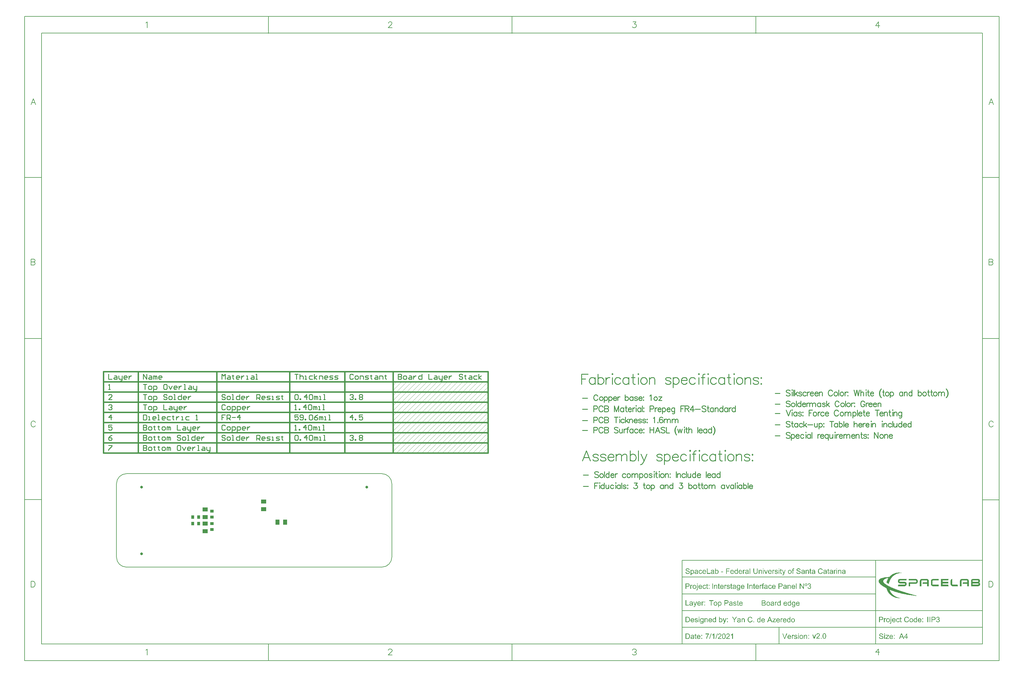
<source format=gtp>
G04*
G04 #@! TF.GenerationSoftware,Altium Limited,Altium Designer,18.1.7 (191)*
G04*
G04 Layer_Color=8421504*
%FSLAX25Y25*%
%MOIN*%
G70*
G01*
G75*
%ADD10C,0.00787*%
%ADD12C,0.01000*%
%ADD17C,0.01500*%
%ADD18C,0.00100*%
%ADD19C,0.00700*%
%ADD20C,0.03200*%
%ADD21R,0.03937X0.03543*%
%ADD22R,0.05906X0.05118*%
%ADD23R,0.03543X0.03937*%
%ADD24R,0.05118X0.05906*%
G36*
X799006Y-1464D02*
X799111Y-1474D01*
X799236Y-1493D01*
X799371Y-1512D01*
X799515Y-1541D01*
X799400Y-2214D01*
X799390D01*
X799361Y-2204D01*
X799313Y-2194D01*
X799255Y-2185D01*
X799179D01*
X799102Y-2175D01*
X798938Y-2166D01*
X798881D01*
X798823Y-2175D01*
X798746Y-2185D01*
X798669Y-2204D01*
X798583Y-2233D01*
X798506Y-2271D01*
X798439Y-2319D01*
X798429Y-2329D01*
X798419Y-2348D01*
X798390Y-2387D01*
X798371Y-2444D01*
X798343Y-2521D01*
X798314Y-2627D01*
X798304Y-2742D01*
X798294Y-2886D01*
Y-3300D01*
X799188D01*
Y-3905D01*
X798304D01*
Y-7874D01*
X797526D01*
Y-3905D01*
X796843D01*
Y-3300D01*
X797526D01*
Y-2819D01*
Y-2810D01*
Y-2800D01*
Y-2742D01*
X797535Y-2665D01*
Y-2560D01*
X797545Y-2454D01*
X797564Y-2339D01*
X797583Y-2233D01*
X797612Y-2137D01*
X797622Y-2127D01*
X797631Y-2089D01*
X797660Y-2031D01*
X797699Y-1964D01*
X797756Y-1877D01*
X797823Y-1801D01*
X797900Y-1724D01*
X797997Y-1647D01*
X798006Y-1637D01*
X798054Y-1618D01*
X798112Y-1589D01*
X798208Y-1551D01*
X798314Y-1512D01*
X798458Y-1483D01*
X798612Y-1464D01*
X798794Y-1455D01*
X798919D01*
X799006Y-1464D01*
D02*
G37*
G36*
X850064Y-2444D02*
X849285D01*
Y-1560D01*
X850064D01*
Y-2444D01*
D02*
G37*
G36*
X781957D02*
X781179D01*
Y-1560D01*
X781957D01*
Y-2444D01*
D02*
G37*
G36*
X763343D02*
X762565D01*
Y-1560D01*
X763343D01*
Y-2444D01*
D02*
G37*
G36*
X804704Y-1464D02*
X804772D01*
X804935Y-1483D01*
X805127Y-1512D01*
X805339Y-1551D01*
X805550Y-1608D01*
X805752Y-1685D01*
X805761D01*
X805771Y-1695D01*
X805800Y-1704D01*
X805838Y-1724D01*
X805934Y-1781D01*
X806059Y-1849D01*
X806194Y-1945D01*
X806328Y-2060D01*
X806463Y-2194D01*
X806578Y-2348D01*
X806588Y-2368D01*
X806626Y-2425D01*
X806674Y-2521D01*
X806722Y-2637D01*
X806780Y-2781D01*
X806838Y-2954D01*
X806876Y-3136D01*
X806895Y-3338D01*
X806098Y-3396D01*
Y-3386D01*
Y-3367D01*
X806088Y-3338D01*
X806079Y-3300D01*
X806059Y-3194D01*
X806021Y-3059D01*
X805963Y-2915D01*
X805886Y-2771D01*
X805781Y-2627D01*
X805656Y-2502D01*
X805637Y-2492D01*
X805588Y-2454D01*
X805502Y-2406D01*
X805387Y-2348D01*
X805233Y-2291D01*
X805041Y-2243D01*
X804820Y-2204D01*
X804560Y-2194D01*
X804435D01*
X804378Y-2204D01*
X804301D01*
X804137Y-2233D01*
X803955Y-2262D01*
X803772Y-2310D01*
X803599Y-2377D01*
X803522Y-2425D01*
X803455Y-2473D01*
X803445Y-2483D01*
X803407Y-2521D01*
X803349Y-2579D01*
X803292Y-2665D01*
X803224Y-2761D01*
X803176Y-2877D01*
X803138Y-3002D01*
X803119Y-3146D01*
Y-3165D01*
Y-3204D01*
X803128Y-3271D01*
X803148Y-3348D01*
X803176Y-3434D01*
X803224Y-3530D01*
X803282Y-3617D01*
X803359Y-3703D01*
X803368Y-3713D01*
X803417Y-3742D01*
X803445Y-3761D01*
X803484Y-3790D01*
X803541Y-3809D01*
X803609Y-3838D01*
X803686Y-3876D01*
X803772Y-3915D01*
X803868Y-3943D01*
X803984Y-3982D01*
X804118Y-4030D01*
X804262Y-4069D01*
X804426Y-4107D01*
X804608Y-4155D01*
X804618D01*
X804656Y-4165D01*
X804704Y-4174D01*
X804772Y-4193D01*
X804858Y-4213D01*
X804954Y-4241D01*
X805166Y-4290D01*
X805396Y-4357D01*
X805627Y-4424D01*
X805742Y-4453D01*
X805838Y-4491D01*
X805934Y-4530D01*
X806011Y-4559D01*
X806021D01*
X806040Y-4568D01*
X806059Y-4587D01*
X806098Y-4607D01*
X806194Y-4664D01*
X806319Y-4732D01*
X806453Y-4828D01*
X806588Y-4943D01*
X806713Y-5068D01*
X806818Y-5202D01*
X806828Y-5222D01*
X806857Y-5270D01*
X806905Y-5347D01*
X806953Y-5462D01*
X807001Y-5587D01*
X807049Y-5741D01*
X807078Y-5914D01*
X807088Y-6096D01*
Y-6106D01*
Y-6115D01*
Y-6144D01*
Y-6183D01*
X807068Y-6279D01*
X807049Y-6404D01*
X807020Y-6548D01*
X806963Y-6711D01*
X806895Y-6884D01*
X806799Y-7048D01*
X806790Y-7067D01*
X806742Y-7124D01*
X806684Y-7201D01*
X806588Y-7297D01*
X806472Y-7413D01*
X806328Y-7528D01*
X806155Y-7634D01*
X805963Y-7739D01*
X805954D01*
X805934Y-7749D01*
X805906Y-7759D01*
X805867Y-7778D01*
X805819Y-7797D01*
X805761Y-7816D01*
X805608Y-7855D01*
X805435Y-7903D01*
X805223Y-7941D01*
X805002Y-7970D01*
X804752Y-7980D01*
X804608D01*
X804541Y-7970D01*
X804454D01*
X804358Y-7960D01*
X804253Y-7951D01*
X804032Y-7922D01*
X803791Y-7874D01*
X803551Y-7816D01*
X803321Y-7739D01*
X803311D01*
X803292Y-7730D01*
X803263Y-7711D01*
X803224Y-7691D01*
X803119Y-7634D01*
X802994Y-7547D01*
X802840Y-7442D01*
X802696Y-7317D01*
X802542Y-7163D01*
X802407Y-6990D01*
Y-6980D01*
X802398Y-6971D01*
X802379Y-6942D01*
X802359Y-6903D01*
X802331Y-6855D01*
X802302Y-6798D01*
X802244Y-6654D01*
X802186Y-6490D01*
X802129Y-6288D01*
X802090Y-6077D01*
X802071Y-5846D01*
X802859Y-5779D01*
Y-5789D01*
Y-5798D01*
X802869Y-5856D01*
X802888Y-5942D01*
X802907Y-6058D01*
X802946Y-6183D01*
X802984Y-6317D01*
X803042Y-6442D01*
X803109Y-6567D01*
X803119Y-6577D01*
X803148Y-6615D01*
X803195Y-6673D01*
X803272Y-6740D01*
X803359Y-6817D01*
X803465Y-6903D01*
X803599Y-6980D01*
X803743Y-7057D01*
X803753D01*
X803763Y-7067D01*
X803820Y-7086D01*
X803907Y-7115D01*
X804032Y-7144D01*
X804166Y-7182D01*
X804339Y-7211D01*
X804522Y-7230D01*
X804714Y-7240D01*
X804791D01*
X804887Y-7230D01*
X804993Y-7220D01*
X805127Y-7211D01*
X805262Y-7182D01*
X805406Y-7153D01*
X805550Y-7105D01*
X805569Y-7096D01*
X805608Y-7076D01*
X805675Y-7048D01*
X805752Y-7000D01*
X805848Y-6942D01*
X805934Y-6875D01*
X806021Y-6798D01*
X806098Y-6711D01*
X806107Y-6702D01*
X806127Y-6663D01*
X806155Y-6615D01*
X806194Y-6548D01*
X806223Y-6471D01*
X806252Y-6375D01*
X806271Y-6279D01*
X806280Y-6173D01*
Y-6163D01*
Y-6125D01*
X806271Y-6067D01*
X806261Y-6000D01*
X806242Y-5914D01*
X806203Y-5827D01*
X806165Y-5741D01*
X806107Y-5654D01*
X806098Y-5644D01*
X806079Y-5616D01*
X806030Y-5577D01*
X805973Y-5520D01*
X805896Y-5462D01*
X805800Y-5404D01*
X805675Y-5337D01*
X805540Y-5279D01*
X805531Y-5270D01*
X805492Y-5260D01*
X805415Y-5241D01*
X805367Y-5222D01*
X805310Y-5202D01*
X805233Y-5183D01*
X805156Y-5164D01*
X805060Y-5135D01*
X804964Y-5106D01*
X804848Y-5077D01*
X804714Y-5049D01*
X804570Y-5010D01*
X804416Y-4972D01*
X804406D01*
X804378Y-4962D01*
X804329Y-4953D01*
X804272Y-4933D01*
X804205Y-4914D01*
X804128Y-4895D01*
X803945Y-4847D01*
X803743Y-4780D01*
X803541Y-4712D01*
X803359Y-4645D01*
X803272Y-4616D01*
X803205Y-4578D01*
X803195D01*
X803186Y-4568D01*
X803128Y-4530D01*
X803051Y-4482D01*
X802955Y-4414D01*
X802840Y-4328D01*
X802734Y-4232D01*
X802629Y-4117D01*
X802532Y-3992D01*
X802523Y-3972D01*
X802494Y-3924D01*
X802465Y-3857D01*
X802427Y-3761D01*
X802379Y-3646D01*
X802350Y-3511D01*
X802321Y-3357D01*
X802311Y-3204D01*
Y-3194D01*
Y-3184D01*
Y-3156D01*
Y-3117D01*
X802331Y-3031D01*
X802350Y-2915D01*
X802379Y-2771D01*
X802427Y-2627D01*
X802494Y-2464D01*
X802581Y-2310D01*
Y-2300D01*
X802590Y-2291D01*
X802629Y-2243D01*
X802696Y-2166D01*
X802782Y-2070D01*
X802888Y-1973D01*
X803022Y-1868D01*
X803186Y-1762D01*
X803368Y-1676D01*
X803378D01*
X803388Y-1666D01*
X803417Y-1656D01*
X803465Y-1637D01*
X803513Y-1627D01*
X803570Y-1608D01*
X803705Y-1560D01*
X803878Y-1522D01*
X804070Y-1493D01*
X804291Y-1464D01*
X804522Y-1455D01*
X804637D01*
X804704Y-1464D01*
D02*
G37*
G36*
X673893D02*
X673960D01*
X674124Y-1483D01*
X674316Y-1512D01*
X674527Y-1551D01*
X674739Y-1608D01*
X674940Y-1685D01*
X674950D01*
X674960Y-1695D01*
X674989Y-1704D01*
X675027Y-1724D01*
X675123Y-1781D01*
X675248Y-1849D01*
X675383Y-1945D01*
X675517Y-2060D01*
X675652Y-2194D01*
X675767Y-2348D01*
X675776Y-2368D01*
X675815Y-2425D01*
X675863Y-2521D01*
X675911Y-2637D01*
X675969Y-2781D01*
X676026Y-2954D01*
X676065Y-3136D01*
X676084Y-3338D01*
X675286Y-3396D01*
Y-3386D01*
Y-3367D01*
X675277Y-3338D01*
X675267Y-3300D01*
X675248Y-3194D01*
X675210Y-3059D01*
X675152Y-2915D01*
X675075Y-2771D01*
X674969Y-2627D01*
X674844Y-2502D01*
X674825Y-2492D01*
X674777Y-2454D01*
X674691Y-2406D01*
X674575Y-2348D01*
X674422Y-2291D01*
X674229Y-2243D01*
X674008Y-2204D01*
X673749Y-2194D01*
X673624D01*
X673566Y-2204D01*
X673489D01*
X673326Y-2233D01*
X673143Y-2262D01*
X672961Y-2310D01*
X672788Y-2377D01*
X672711Y-2425D01*
X672644Y-2473D01*
X672634Y-2483D01*
X672596Y-2521D01*
X672538Y-2579D01*
X672480Y-2665D01*
X672413Y-2761D01*
X672365Y-2877D01*
X672327Y-3002D01*
X672307Y-3146D01*
Y-3165D01*
Y-3204D01*
X672317Y-3271D01*
X672336Y-3348D01*
X672365Y-3434D01*
X672413Y-3530D01*
X672471Y-3617D01*
X672548Y-3703D01*
X672557Y-3713D01*
X672605Y-3742D01*
X672634Y-3761D01*
X672673Y-3790D01*
X672730Y-3809D01*
X672797Y-3838D01*
X672874Y-3876D01*
X672961Y-3915D01*
X673057Y-3943D01*
X673172Y-3982D01*
X673307Y-4030D01*
X673451Y-4069D01*
X673614Y-4107D01*
X673797Y-4155D01*
X673806D01*
X673845Y-4165D01*
X673893Y-4174D01*
X673960Y-4193D01*
X674047Y-4213D01*
X674143Y-4241D01*
X674354Y-4290D01*
X674585Y-4357D01*
X674816Y-4424D01*
X674931Y-4453D01*
X675027Y-4491D01*
X675123Y-4530D01*
X675200Y-4559D01*
X675210D01*
X675229Y-4568D01*
X675248Y-4587D01*
X675286Y-4607D01*
X675383Y-4664D01*
X675507Y-4732D01*
X675642Y-4828D01*
X675776Y-4943D01*
X675902Y-5068D01*
X676007Y-5202D01*
X676017Y-5222D01*
X676046Y-5270D01*
X676094Y-5347D01*
X676142Y-5462D01*
X676190Y-5587D01*
X676238Y-5741D01*
X676267Y-5914D01*
X676276Y-6096D01*
Y-6106D01*
Y-6115D01*
Y-6144D01*
Y-6183D01*
X676257Y-6279D01*
X676238Y-6404D01*
X676209Y-6548D01*
X676151Y-6711D01*
X676084Y-6884D01*
X675988Y-7048D01*
X675978Y-7067D01*
X675930Y-7124D01*
X675873Y-7201D01*
X675776Y-7297D01*
X675661Y-7413D01*
X675517Y-7528D01*
X675344Y-7634D01*
X675152Y-7739D01*
X675142D01*
X675123Y-7749D01*
X675094Y-7759D01*
X675056Y-7778D01*
X675008Y-7797D01*
X674950Y-7816D01*
X674796Y-7855D01*
X674623Y-7903D01*
X674412Y-7941D01*
X674191Y-7970D01*
X673941Y-7980D01*
X673797D01*
X673730Y-7970D01*
X673643D01*
X673547Y-7960D01*
X673441Y-7951D01*
X673220Y-7922D01*
X672980Y-7874D01*
X672740Y-7816D01*
X672509Y-7739D01*
X672500D01*
X672480Y-7730D01*
X672451Y-7711D01*
X672413Y-7691D01*
X672307Y-7634D01*
X672182Y-7547D01*
X672029Y-7442D01*
X671884Y-7317D01*
X671731Y-7163D01*
X671596Y-6990D01*
Y-6980D01*
X671587Y-6971D01*
X671567Y-6942D01*
X671548Y-6903D01*
X671519Y-6855D01*
X671490Y-6798D01*
X671433Y-6654D01*
X671375Y-6490D01*
X671317Y-6288D01*
X671279Y-6077D01*
X671260Y-5846D01*
X672048Y-5779D01*
Y-5789D01*
Y-5798D01*
X672057Y-5856D01*
X672077Y-5942D01*
X672096Y-6058D01*
X672134Y-6183D01*
X672173Y-6317D01*
X672230Y-6442D01*
X672298Y-6567D01*
X672307Y-6577D01*
X672336Y-6615D01*
X672384Y-6673D01*
X672461Y-6740D01*
X672548Y-6817D01*
X672653Y-6903D01*
X672788Y-6980D01*
X672932Y-7057D01*
X672942D01*
X672951Y-7067D01*
X673009Y-7086D01*
X673095Y-7115D01*
X673220Y-7144D01*
X673355Y-7182D01*
X673528Y-7211D01*
X673710Y-7230D01*
X673903Y-7240D01*
X673980D01*
X674076Y-7230D01*
X674181Y-7220D01*
X674316Y-7211D01*
X674450Y-7182D01*
X674594Y-7153D01*
X674739Y-7105D01*
X674758Y-7096D01*
X674796Y-7076D01*
X674864Y-7048D01*
X674940Y-7000D01*
X675037Y-6942D01*
X675123Y-6875D01*
X675210Y-6798D01*
X675286Y-6711D01*
X675296Y-6702D01*
X675315Y-6663D01*
X675344Y-6615D01*
X675383Y-6548D01*
X675411Y-6471D01*
X675440Y-6375D01*
X675459Y-6279D01*
X675469Y-6173D01*
Y-6163D01*
Y-6125D01*
X675459Y-6067D01*
X675450Y-6000D01*
X675431Y-5914D01*
X675392Y-5827D01*
X675354Y-5741D01*
X675296Y-5654D01*
X675286Y-5644D01*
X675267Y-5616D01*
X675219Y-5577D01*
X675162Y-5520D01*
X675085Y-5462D01*
X674989Y-5404D01*
X674864Y-5337D01*
X674729Y-5279D01*
X674719Y-5270D01*
X674681Y-5260D01*
X674604Y-5241D01*
X674556Y-5222D01*
X674498Y-5202D01*
X674422Y-5183D01*
X674345Y-5164D01*
X674249Y-5135D01*
X674153Y-5106D01*
X674037Y-5077D01*
X673903Y-5049D01*
X673758Y-5010D01*
X673605Y-4972D01*
X673595D01*
X673566Y-4962D01*
X673518Y-4953D01*
X673460Y-4933D01*
X673393Y-4914D01*
X673316Y-4895D01*
X673134Y-4847D01*
X672932Y-4780D01*
X672730Y-4712D01*
X672548Y-4645D01*
X672461Y-4616D01*
X672394Y-4578D01*
X672384D01*
X672375Y-4568D01*
X672317Y-4530D01*
X672240Y-4482D01*
X672144Y-4414D01*
X672029Y-4328D01*
X671923Y-4232D01*
X671817Y-4117D01*
X671721Y-3992D01*
X671711Y-3972D01*
X671683Y-3924D01*
X671654Y-3857D01*
X671615Y-3761D01*
X671567Y-3646D01*
X671538Y-3511D01*
X671510Y-3357D01*
X671500Y-3204D01*
Y-3194D01*
Y-3184D01*
Y-3156D01*
Y-3117D01*
X671519Y-3031D01*
X671538Y-2915D01*
X671567Y-2771D01*
X671615Y-2627D01*
X671683Y-2464D01*
X671769Y-2310D01*
Y-2300D01*
X671779Y-2291D01*
X671817Y-2243D01*
X671884Y-2166D01*
X671971Y-2070D01*
X672077Y-1973D01*
X672211Y-1868D01*
X672375Y-1762D01*
X672557Y-1676D01*
X672567D01*
X672576Y-1666D01*
X672605Y-1656D01*
X672653Y-1637D01*
X672701Y-1627D01*
X672759Y-1608D01*
X672893Y-1560D01*
X673067Y-1522D01*
X673259Y-1493D01*
X673480Y-1464D01*
X673710Y-1455D01*
X673826D01*
X673893Y-1464D01*
D02*
G37*
G36*
X830728D02*
X830805Y-1474D01*
X830901Y-1483D01*
X831007Y-1493D01*
X831122Y-1512D01*
X831372Y-1570D01*
X831641Y-1656D01*
X831776Y-1714D01*
X831910Y-1781D01*
X832035Y-1858D01*
X832160Y-1945D01*
X832170Y-1954D01*
X832189Y-1964D01*
X832218Y-1993D01*
X832266Y-2031D01*
X832314Y-2079D01*
X832381Y-2146D01*
X832448Y-2214D01*
X832516Y-2291D01*
X832592Y-2387D01*
X832660Y-2483D01*
X832737Y-2598D01*
X832814Y-2723D01*
X832881Y-2848D01*
X832948Y-2992D01*
X833063Y-3300D01*
X832237Y-3492D01*
Y-3482D01*
X832227Y-3463D01*
X832218Y-3425D01*
X832199Y-3376D01*
X832170Y-3319D01*
X832141Y-3252D01*
X832074Y-3108D01*
X831987Y-2944D01*
X831872Y-2771D01*
X831747Y-2617D01*
X831593Y-2483D01*
X831574Y-2473D01*
X831516Y-2435D01*
X831430Y-2387D01*
X831305Y-2319D01*
X831161Y-2262D01*
X830978Y-2214D01*
X830776Y-2175D01*
X830546Y-2166D01*
X830478D01*
X830430Y-2175D01*
X830363D01*
X830296Y-2185D01*
X830123Y-2214D01*
X829931Y-2252D01*
X829729Y-2319D01*
X829527Y-2406D01*
X829335Y-2521D01*
X829325D01*
X829315Y-2541D01*
X829258Y-2589D01*
X829171Y-2665D01*
X829066Y-2771D01*
X828960Y-2906D01*
X828845Y-3059D01*
X828739Y-3252D01*
X828652Y-3463D01*
Y-3473D01*
X828643Y-3492D01*
X828633Y-3521D01*
X828624Y-3569D01*
X828604Y-3617D01*
X828595Y-3684D01*
X828556Y-3838D01*
X828518Y-4020D01*
X828489Y-4222D01*
X828470Y-4443D01*
X828460Y-4674D01*
Y-4684D01*
Y-4712D01*
Y-4751D01*
Y-4808D01*
X828470Y-4876D01*
Y-4962D01*
X828479Y-5049D01*
X828489Y-5145D01*
X828518Y-5366D01*
X828556Y-5606D01*
X828614Y-5846D01*
X828691Y-6077D01*
Y-6087D01*
X828701Y-6106D01*
X828720Y-6135D01*
X828739Y-6173D01*
X828787Y-6288D01*
X828864Y-6413D01*
X828969Y-6567D01*
X829095Y-6711D01*
X829239Y-6855D01*
X829412Y-6980D01*
X829421D01*
X829431Y-6990D01*
X829460Y-7009D01*
X829498Y-7028D01*
X829604Y-7067D01*
X829738Y-7124D01*
X829892Y-7173D01*
X830075Y-7220D01*
X830276Y-7259D01*
X830488Y-7269D01*
X830555D01*
X830603Y-7259D01*
X830661D01*
X830738Y-7249D01*
X830901Y-7220D01*
X831084Y-7173D01*
X831286Y-7096D01*
X831478Y-7000D01*
X831670Y-6865D01*
X831680Y-6855D01*
X831689Y-6846D01*
X831747Y-6788D01*
X831833Y-6692D01*
X831939Y-6567D01*
X832045Y-6394D01*
X832160Y-6192D01*
X832256Y-5942D01*
X832333Y-5664D01*
X833169Y-5875D01*
Y-5885D01*
X833160Y-5923D01*
X833140Y-5971D01*
X833121Y-6048D01*
X833083Y-6125D01*
X833044Y-6231D01*
X833006Y-6336D01*
X832948Y-6452D01*
X832823Y-6711D01*
X832650Y-6971D01*
X832458Y-7220D01*
X832343Y-7336D01*
X832218Y-7442D01*
X832208Y-7451D01*
X832189Y-7461D01*
X832150Y-7490D01*
X832093Y-7528D01*
X832026Y-7566D01*
X831949Y-7615D01*
X831862Y-7663D01*
X831756Y-7711D01*
X831641Y-7759D01*
X831516Y-7807D01*
X831372Y-7855D01*
X831228Y-7893D01*
X830911Y-7960D01*
X830738Y-7970D01*
X830555Y-7980D01*
X830459D01*
X830382Y-7970D01*
X830296D01*
X830200Y-7960D01*
X830084Y-7941D01*
X829969Y-7932D01*
X829700Y-7874D01*
X829421Y-7807D01*
X829152Y-7701D01*
X829018Y-7643D01*
X828893Y-7566D01*
X828883Y-7557D01*
X828864Y-7547D01*
X828835Y-7518D01*
X828787Y-7490D01*
X828672Y-7394D01*
X828537Y-7259D01*
X828374Y-7096D01*
X828220Y-6884D01*
X828057Y-6644D01*
X827922Y-6365D01*
Y-6356D01*
X827912Y-6327D01*
X827893Y-6288D01*
X827874Y-6231D01*
X827845Y-6154D01*
X827816Y-6067D01*
X827787Y-5971D01*
X827759Y-5856D01*
X827730Y-5741D01*
X827701Y-5606D01*
X827643Y-5318D01*
X827605Y-5010D01*
X827595Y-4674D01*
Y-4664D01*
Y-4626D01*
Y-4578D01*
X827605Y-4510D01*
Y-4424D01*
X827614Y-4318D01*
X827624Y-4213D01*
X827643Y-4088D01*
X827691Y-3819D01*
X827749Y-3530D01*
X827845Y-3232D01*
X827970Y-2954D01*
Y-2944D01*
X827989Y-2925D01*
X828008Y-2886D01*
X828037Y-2829D01*
X828076Y-2771D01*
X828124Y-2704D01*
X828249Y-2541D01*
X828393Y-2358D01*
X828576Y-2175D01*
X828797Y-1993D01*
X829037Y-1839D01*
X829046D01*
X829066Y-1820D01*
X829104Y-1801D01*
X829162Y-1781D01*
X829219Y-1752D01*
X829296Y-1714D01*
X829392Y-1685D01*
X829488Y-1647D01*
X829594Y-1608D01*
X829710Y-1579D01*
X829969Y-1512D01*
X830257Y-1474D01*
X830565Y-1455D01*
X830661D01*
X830728Y-1464D01*
D02*
G37*
G36*
X732927Y-7874D02*
X732206D01*
Y-7307D01*
X732197Y-7317D01*
X732187Y-7336D01*
X732158Y-7365D01*
X732120Y-7413D01*
X732082Y-7461D01*
X732024Y-7518D01*
X731957Y-7576D01*
X731880Y-7643D01*
X731793Y-7701D01*
X731697Y-7768D01*
X731591Y-7826D01*
X731486Y-7874D01*
X731361Y-7922D01*
X731226Y-7951D01*
X731082Y-7970D01*
X730928Y-7980D01*
X730871D01*
X730832Y-7970D01*
X730726Y-7960D01*
X730602Y-7941D01*
X730438Y-7903D01*
X730275Y-7855D01*
X730092Y-7778D01*
X729919Y-7682D01*
X729910D01*
X729900Y-7672D01*
X729842Y-7624D01*
X729766Y-7557D01*
X729660Y-7461D01*
X729554Y-7345D01*
X729429Y-7201D01*
X729323Y-7038D01*
X729218Y-6846D01*
Y-6836D01*
X729208Y-6817D01*
X729199Y-6788D01*
X729179Y-6750D01*
X729160Y-6702D01*
X729141Y-6634D01*
X729093Y-6481D01*
X729045Y-6298D01*
X729006Y-6087D01*
X728977Y-5856D01*
X728968Y-5596D01*
Y-5587D01*
Y-5568D01*
Y-5529D01*
Y-5481D01*
X728977Y-5424D01*
Y-5347D01*
X728997Y-5183D01*
X729026Y-4991D01*
X729064Y-4789D01*
X729112Y-4568D01*
X729189Y-4357D01*
Y-4347D01*
X729199Y-4328D01*
X729218Y-4299D01*
X729237Y-4261D01*
X729285Y-4165D01*
X729362Y-4040D01*
X729458Y-3895D01*
X729573Y-3751D01*
X729708Y-3617D01*
X729871Y-3492D01*
X729881D01*
X729890Y-3482D01*
X729948Y-3444D01*
X730044Y-3396D01*
X730169Y-3338D01*
X730323Y-3290D01*
X730496Y-3242D01*
X730688Y-3204D01*
X730890Y-3194D01*
X730957D01*
X731034Y-3204D01*
X731140Y-3213D01*
X731246Y-3242D01*
X731370Y-3271D01*
X731495Y-3319D01*
X731620Y-3376D01*
X731639Y-3386D01*
X731678Y-3405D01*
X731736Y-3444D01*
X731812Y-3501D01*
X731889Y-3559D01*
X731985Y-3636D01*
X732072Y-3732D01*
X732149Y-3828D01*
Y-1560D01*
X732927D01*
Y-7874D01*
D02*
G37*
G36*
X679553Y-3213D02*
X679688Y-3232D01*
X679851Y-3271D01*
X680024Y-3319D01*
X680197Y-3396D01*
X680370Y-3501D01*
X680380D01*
X680389Y-3511D01*
X680447Y-3559D01*
X680524Y-3626D01*
X680630Y-3723D01*
X680735Y-3838D01*
X680851Y-3992D01*
X680956Y-4155D01*
X681052Y-4357D01*
Y-4366D01*
X681062Y-4386D01*
X681072Y-4414D01*
X681091Y-4453D01*
X681110Y-4501D01*
X681129Y-4568D01*
X681168Y-4712D01*
X681206Y-4895D01*
X681245Y-5097D01*
X681274Y-5318D01*
X681283Y-5558D01*
Y-5568D01*
Y-5587D01*
Y-5625D01*
Y-5673D01*
X681274Y-5741D01*
Y-5808D01*
X681254Y-5981D01*
X681216Y-6173D01*
X681177Y-6385D01*
X681110Y-6605D01*
X681024Y-6826D01*
Y-6836D01*
X681014Y-6855D01*
X680995Y-6884D01*
X680976Y-6923D01*
X680918Y-7019D01*
X680841Y-7144D01*
X680735Y-7278D01*
X680610Y-7422D01*
X680466Y-7557D01*
X680293Y-7682D01*
X680284D01*
X680274Y-7691D01*
X680245Y-7711D01*
X680207Y-7730D01*
X680111Y-7778D01*
X679986Y-7826D01*
X679832Y-7884D01*
X679669Y-7932D01*
X679476Y-7970D01*
X679284Y-7980D01*
X679217D01*
X679150Y-7970D01*
X679053Y-7960D01*
X678948Y-7941D01*
X678832Y-7913D01*
X678708Y-7874D01*
X678592Y-7826D01*
X678583Y-7816D01*
X678544Y-7797D01*
X678487Y-7759D01*
X678419Y-7711D01*
X678333Y-7653D01*
X678256Y-7586D01*
X678169Y-7499D01*
X678093Y-7413D01*
Y-9623D01*
X677314D01*
Y-3300D01*
X678025D01*
Y-3895D01*
X678035Y-3876D01*
X678064Y-3838D01*
X678121Y-3780D01*
X678189Y-3703D01*
X678265Y-3617D01*
X678362Y-3530D01*
X678467Y-3444D01*
X678583Y-3376D01*
X678602Y-3367D01*
X678640Y-3348D01*
X678708Y-3319D01*
X678794Y-3280D01*
X678909Y-3252D01*
X679034Y-3223D01*
X679178Y-3204D01*
X679342Y-3194D01*
X679438D01*
X679553Y-3213D01*
D02*
G37*
G36*
X853542Y-3204D02*
X853638Y-3213D01*
X853754Y-3232D01*
X853888Y-3261D01*
X854013Y-3300D01*
X854148Y-3348D01*
X854167Y-3357D01*
X854205Y-3376D01*
X854263Y-3405D01*
X854340Y-3453D01*
X854426Y-3511D01*
X854513Y-3578D01*
X854599Y-3655D01*
X854667Y-3742D01*
X854676Y-3751D01*
X854696Y-3780D01*
X854724Y-3838D01*
X854763Y-3905D01*
X854801Y-3982D01*
X854840Y-4078D01*
X854878Y-4193D01*
X854907Y-4309D01*
Y-4318D01*
X854916Y-4347D01*
X854926Y-4405D01*
X854936Y-4482D01*
Y-4587D01*
X854945Y-4722D01*
X854955Y-4876D01*
Y-5068D01*
Y-7874D01*
X854177D01*
Y-5097D01*
Y-5087D01*
Y-5077D01*
Y-5020D01*
Y-4933D01*
X854167Y-4828D01*
X854157Y-4722D01*
X854138Y-4597D01*
X854109Y-4491D01*
X854080Y-4395D01*
Y-4386D01*
X854061Y-4357D01*
X854042Y-4309D01*
X854013Y-4261D01*
X853965Y-4193D01*
X853907Y-4136D01*
X853840Y-4069D01*
X853763Y-4011D01*
X853754Y-4001D01*
X853725Y-3992D01*
X853677Y-3963D01*
X853610Y-3934D01*
X853533Y-3915D01*
X853437Y-3886D01*
X853341Y-3876D01*
X853225Y-3867D01*
X853139D01*
X853052Y-3886D01*
X852927Y-3905D01*
X852793Y-3943D01*
X852658Y-4001D01*
X852504Y-4078D01*
X852370Y-4184D01*
X852351Y-4203D01*
X852312Y-4251D01*
X852255Y-4328D01*
X852226Y-4386D01*
X852197Y-4453D01*
X852159Y-4530D01*
X852130Y-4616D01*
X852101Y-4712D01*
X852072Y-4818D01*
X852043Y-4943D01*
X852034Y-5077D01*
X852014Y-5222D01*
Y-5375D01*
Y-7874D01*
X851236D01*
Y-3300D01*
X851937D01*
Y-3953D01*
X851947Y-3943D01*
X851957Y-3924D01*
X851985Y-3886D01*
X852034Y-3838D01*
X852082Y-3780D01*
X852149Y-3713D01*
X852216Y-3646D01*
X852303Y-3569D01*
X852408Y-3501D01*
X852514Y-3434D01*
X852629Y-3367D01*
X852764Y-3309D01*
X852899Y-3261D01*
X853052Y-3223D01*
X853216Y-3204D01*
X853389Y-3194D01*
X853456D01*
X853542Y-3204D01*
D02*
G37*
G36*
X815333D02*
X815429Y-3213D01*
X815544Y-3232D01*
X815679Y-3261D01*
X815804Y-3300D01*
X815938Y-3348D01*
X815958Y-3357D01*
X815996Y-3376D01*
X816054Y-3405D01*
X816131Y-3453D01*
X816217Y-3511D01*
X816304Y-3578D01*
X816390Y-3655D01*
X816457Y-3742D01*
X816467Y-3751D01*
X816486Y-3780D01*
X816515Y-3838D01*
X816553Y-3905D01*
X816592Y-3982D01*
X816630Y-4078D01*
X816669Y-4193D01*
X816698Y-4309D01*
Y-4318D01*
X816707Y-4347D01*
X816717Y-4405D01*
X816726Y-4482D01*
Y-4587D01*
X816736Y-4722D01*
X816746Y-4876D01*
Y-5068D01*
Y-7874D01*
X815967D01*
Y-5097D01*
Y-5087D01*
Y-5077D01*
Y-5020D01*
Y-4933D01*
X815958Y-4828D01*
X815948Y-4722D01*
X815929Y-4597D01*
X815900Y-4491D01*
X815871Y-4395D01*
Y-4386D01*
X815852Y-4357D01*
X815833Y-4309D01*
X815804Y-4261D01*
X815756Y-4193D01*
X815698Y-4136D01*
X815631Y-4069D01*
X815554Y-4011D01*
X815544Y-4001D01*
X815516Y-3992D01*
X815467Y-3963D01*
X815400Y-3934D01*
X815323Y-3915D01*
X815227Y-3886D01*
X815131Y-3876D01*
X815016Y-3867D01*
X814929D01*
X814843Y-3886D01*
X814718Y-3905D01*
X814583Y-3943D01*
X814449Y-4001D01*
X814295Y-4078D01*
X814161Y-4184D01*
X814141Y-4203D01*
X814103Y-4251D01*
X814045Y-4328D01*
X814016Y-4386D01*
X813988Y-4453D01*
X813949Y-4530D01*
X813920Y-4616D01*
X813892Y-4712D01*
X813863Y-4818D01*
X813834Y-4943D01*
X813824Y-5077D01*
X813805Y-5222D01*
Y-5375D01*
Y-7874D01*
X813027D01*
Y-3300D01*
X813728D01*
Y-3953D01*
X813738Y-3943D01*
X813747Y-3924D01*
X813776Y-3886D01*
X813824Y-3838D01*
X813872Y-3780D01*
X813939Y-3713D01*
X814007Y-3646D01*
X814093Y-3569D01*
X814199Y-3501D01*
X814305Y-3434D01*
X814420Y-3367D01*
X814555Y-3309D01*
X814689Y-3261D01*
X814843Y-3223D01*
X815006Y-3204D01*
X815179Y-3194D01*
X815246D01*
X815333Y-3204D01*
D02*
G37*
G36*
X759960D02*
X760056Y-3213D01*
X760172Y-3232D01*
X760306Y-3261D01*
X760431Y-3300D01*
X760566Y-3348D01*
X760585Y-3357D01*
X760623Y-3376D01*
X760681Y-3405D01*
X760758Y-3453D01*
X760844Y-3511D01*
X760931Y-3578D01*
X761017Y-3655D01*
X761085Y-3742D01*
X761094Y-3751D01*
X761113Y-3780D01*
X761142Y-3838D01*
X761181Y-3905D01*
X761219Y-3982D01*
X761258Y-4078D01*
X761296Y-4193D01*
X761325Y-4309D01*
Y-4318D01*
X761334Y-4347D01*
X761344Y-4405D01*
X761354Y-4482D01*
Y-4587D01*
X761363Y-4722D01*
X761373Y-4876D01*
Y-5068D01*
Y-7874D01*
X760594D01*
Y-5097D01*
Y-5087D01*
Y-5077D01*
Y-5020D01*
Y-4933D01*
X760585Y-4828D01*
X760575Y-4722D01*
X760556Y-4597D01*
X760527Y-4491D01*
X760498Y-4395D01*
Y-4386D01*
X760479Y-4357D01*
X760460Y-4309D01*
X760431Y-4261D01*
X760383Y-4193D01*
X760325Y-4136D01*
X760258Y-4069D01*
X760181Y-4011D01*
X760172Y-4001D01*
X760143Y-3992D01*
X760095Y-3963D01*
X760027Y-3934D01*
X759950Y-3915D01*
X759854Y-3886D01*
X759758Y-3876D01*
X759643Y-3867D01*
X759556D01*
X759470Y-3886D01*
X759345Y-3905D01*
X759211Y-3943D01*
X759076Y-4001D01*
X758922Y-4078D01*
X758788Y-4184D01*
X758769Y-4203D01*
X758730Y-4251D01*
X758672Y-4328D01*
X758644Y-4386D01*
X758615Y-4453D01*
X758576Y-4530D01*
X758547Y-4616D01*
X758519Y-4712D01*
X758490Y-4818D01*
X758461Y-4943D01*
X758451Y-5077D01*
X758432Y-5222D01*
Y-5375D01*
Y-7874D01*
X757654D01*
Y-3300D01*
X758355D01*
Y-3953D01*
X758365Y-3943D01*
X758375Y-3924D01*
X758403Y-3886D01*
X758451Y-3838D01*
X758499Y-3780D01*
X758567Y-3713D01*
X758634Y-3646D01*
X758720Y-3569D01*
X758826Y-3501D01*
X758932Y-3434D01*
X759047Y-3367D01*
X759182Y-3309D01*
X759316Y-3261D01*
X759470Y-3223D01*
X759633Y-3204D01*
X759806Y-3194D01*
X759874D01*
X759960Y-3204D01*
D02*
G37*
G36*
X848170D02*
X848276Y-3223D01*
X848391Y-3261D01*
X848526Y-3300D01*
X848670Y-3367D01*
X848824Y-3453D01*
X848545Y-4165D01*
X848536Y-4155D01*
X848497Y-4136D01*
X848439Y-4107D01*
X848372Y-4078D01*
X848286Y-4049D01*
X848190Y-4020D01*
X848084Y-4001D01*
X847978Y-3992D01*
X847940D01*
X847892Y-4001D01*
X847824Y-4011D01*
X847757Y-4030D01*
X847680Y-4059D01*
X847603Y-4097D01*
X847526Y-4145D01*
X847517Y-4155D01*
X847498Y-4174D01*
X847459Y-4213D01*
X847421Y-4261D01*
X847373Y-4318D01*
X847325Y-4395D01*
X847286Y-4482D01*
X847248Y-4578D01*
X847238Y-4597D01*
X847229Y-4645D01*
X847209Y-4732D01*
X847190Y-4847D01*
X847161Y-4981D01*
X847142Y-5135D01*
X847132Y-5299D01*
X847123Y-5481D01*
Y-7874D01*
X846344D01*
Y-3300D01*
X847046D01*
Y-3982D01*
X847056Y-3972D01*
X847094Y-3915D01*
X847142Y-3828D01*
X847200Y-3732D01*
X847277Y-3626D01*
X847363Y-3521D01*
X847440Y-3425D01*
X847526Y-3357D01*
X847536Y-3348D01*
X847565Y-3328D01*
X847613Y-3309D01*
X847680Y-3271D01*
X847748Y-3242D01*
X847834Y-3223D01*
X847930Y-3204D01*
X848026Y-3194D01*
X848093D01*
X848170Y-3204D01*
D02*
G37*
G36*
X775653D02*
X775759Y-3223D01*
X775874Y-3261D01*
X776009Y-3300D01*
X776153Y-3367D01*
X776307Y-3453D01*
X776028Y-4165D01*
X776018Y-4155D01*
X775980Y-4136D01*
X775922Y-4107D01*
X775855Y-4078D01*
X775769Y-4049D01*
X775672Y-4020D01*
X775567Y-4001D01*
X775461Y-3992D01*
X775423D01*
X775375Y-4001D01*
X775307Y-4011D01*
X775240Y-4030D01*
X775163Y-4059D01*
X775086Y-4097D01*
X775009Y-4145D01*
X775000Y-4155D01*
X774981Y-4174D01*
X774942Y-4213D01*
X774904Y-4261D01*
X774856Y-4318D01*
X774808Y-4395D01*
X774769Y-4482D01*
X774731Y-4578D01*
X774721Y-4597D01*
X774712Y-4645D01*
X774692Y-4732D01*
X774673Y-4847D01*
X774644Y-4981D01*
X774625Y-5135D01*
X774615Y-5299D01*
X774606Y-5481D01*
Y-7874D01*
X773827D01*
Y-3300D01*
X774529D01*
Y-3982D01*
X774539Y-3972D01*
X774577Y-3915D01*
X774625Y-3828D01*
X774683Y-3732D01*
X774759Y-3626D01*
X774846Y-3521D01*
X774923Y-3425D01*
X775009Y-3357D01*
X775019Y-3348D01*
X775048Y-3328D01*
X775096Y-3309D01*
X775163Y-3271D01*
X775230Y-3242D01*
X775317Y-3223D01*
X775413Y-3204D01*
X775509Y-3194D01*
X775576D01*
X775653Y-3204D01*
D02*
G37*
G36*
X740875D02*
X740980Y-3223D01*
X741096Y-3261D01*
X741230Y-3300D01*
X741374Y-3367D01*
X741528Y-3453D01*
X741250Y-4165D01*
X741240Y-4155D01*
X741201Y-4136D01*
X741144Y-4107D01*
X741077Y-4078D01*
X740990Y-4049D01*
X740894Y-4020D01*
X740788Y-4001D01*
X740683Y-3992D01*
X740644D01*
X740596Y-4001D01*
X740529Y-4011D01*
X740461Y-4030D01*
X740385Y-4059D01*
X740308Y-4097D01*
X740231Y-4145D01*
X740221Y-4155D01*
X740202Y-4174D01*
X740164Y-4213D01*
X740125Y-4261D01*
X740077Y-4318D01*
X740029Y-4395D01*
X739991Y-4482D01*
X739952Y-4578D01*
X739943Y-4597D01*
X739933Y-4645D01*
X739914Y-4732D01*
X739894Y-4847D01*
X739866Y-4981D01*
X739846Y-5135D01*
X739837Y-5299D01*
X739827Y-5481D01*
Y-7874D01*
X739049D01*
Y-3300D01*
X739750D01*
Y-3982D01*
X739760Y-3972D01*
X739798Y-3915D01*
X739846Y-3828D01*
X739904Y-3732D01*
X739981Y-3626D01*
X740067Y-3521D01*
X740144Y-3425D01*
X740231Y-3357D01*
X740240Y-3348D01*
X740269Y-3328D01*
X740317Y-3309D01*
X740385Y-3271D01*
X740452Y-3242D01*
X740538Y-3223D01*
X740634Y-3204D01*
X740730Y-3194D01*
X740798D01*
X740875Y-3204D01*
D02*
G37*
G36*
X778450D02*
X778575Y-3213D01*
X778728Y-3232D01*
X778882Y-3261D01*
X779046Y-3300D01*
X779199Y-3357D01*
X779209D01*
X779219Y-3367D01*
X779267Y-3386D01*
X779344Y-3425D01*
X779430Y-3463D01*
X779526Y-3530D01*
X779632Y-3598D01*
X779728Y-3684D01*
X779805Y-3780D01*
X779814Y-3790D01*
X779834Y-3828D01*
X779872Y-3886D01*
X779920Y-3963D01*
X779959Y-4059D01*
X780007Y-4184D01*
X780045Y-4318D01*
X780084Y-4472D01*
X779324Y-4578D01*
Y-4559D01*
X779315Y-4520D01*
X779295Y-4453D01*
X779267Y-4376D01*
X779228Y-4290D01*
X779171Y-4203D01*
X779103Y-4107D01*
X779017Y-4030D01*
X779007Y-4020D01*
X778969Y-4001D01*
X778911Y-3963D01*
X778834Y-3924D01*
X778738Y-3895D01*
X778613Y-3857D01*
X778479Y-3838D01*
X778315Y-3828D01*
X778229D01*
X778133Y-3838D01*
X778017Y-3847D01*
X777892Y-3876D01*
X777768Y-3905D01*
X777642Y-3953D01*
X777546Y-4011D01*
X777537Y-4020D01*
X777508Y-4040D01*
X777479Y-4078D01*
X777441Y-4126D01*
X777393Y-4184D01*
X777364Y-4261D01*
X777335Y-4338D01*
X777325Y-4424D01*
Y-4434D01*
Y-4453D01*
X777335Y-4482D01*
Y-4520D01*
X777364Y-4607D01*
X777412Y-4703D01*
X777422Y-4712D01*
X777431Y-4722D01*
X777489Y-4770D01*
X777527Y-4808D01*
X777575Y-4837D01*
X777642Y-4876D01*
X777710Y-4905D01*
X777719D01*
X777739Y-4914D01*
X777777Y-4924D01*
X777844Y-4943D01*
X777931Y-4972D01*
X778056Y-5010D01*
X778209Y-5049D01*
X778296Y-5077D01*
X778402Y-5106D01*
X778411D01*
X778440Y-5116D01*
X778479Y-5126D01*
X778536Y-5145D01*
X778604Y-5164D01*
X778680Y-5183D01*
X778853Y-5231D01*
X779046Y-5289D01*
X779238Y-5356D01*
X779411Y-5414D01*
X779488Y-5443D01*
X779555Y-5472D01*
X779574Y-5481D01*
X779613Y-5500D01*
X779670Y-5529D01*
X779738Y-5568D01*
X779824Y-5625D01*
X779911Y-5702D01*
X779987Y-5779D01*
X780064Y-5875D01*
X780074Y-5885D01*
X780093Y-5923D01*
X780122Y-5981D01*
X780160Y-6058D01*
X780199Y-6154D01*
X780228Y-6269D01*
X780247Y-6394D01*
X780257Y-6538D01*
Y-6558D01*
Y-6605D01*
X780247Y-6682D01*
X780228Y-6769D01*
X780199Y-6884D01*
X780160Y-7009D01*
X780103Y-7134D01*
X780026Y-7269D01*
X780016Y-7288D01*
X779987Y-7326D01*
X779930Y-7384D01*
X779853Y-7461D01*
X779766Y-7547D01*
X779651Y-7634D01*
X779517Y-7720D01*
X779363Y-7797D01*
X779344Y-7807D01*
X779286Y-7826D01*
X779199Y-7855D01*
X779084Y-7884D01*
X778940Y-7922D01*
X778777Y-7951D01*
X778594Y-7970D01*
X778402Y-7980D01*
X778315D01*
X778258Y-7970D01*
X778181D01*
X778094Y-7960D01*
X777892Y-7932D01*
X777671Y-7893D01*
X777450Y-7826D01*
X777229Y-7739D01*
X777133Y-7682D01*
X777037Y-7615D01*
X777028D01*
X777018Y-7595D01*
X776960Y-7547D01*
X776883Y-7461D01*
X776787Y-7336D01*
X776691Y-7182D01*
X776595Y-6990D01*
X776509Y-6769D01*
X776451Y-6509D01*
X777220Y-6385D01*
Y-6394D01*
Y-6404D01*
X777229Y-6461D01*
X777258Y-6548D01*
X777287Y-6654D01*
X777335Y-6769D01*
X777393Y-6884D01*
X777479Y-7000D01*
X777575Y-7105D01*
X777585Y-7115D01*
X777633Y-7144D01*
X777700Y-7182D01*
X777787Y-7220D01*
X777912Y-7269D01*
X778046Y-7307D01*
X778219Y-7336D01*
X778402Y-7345D01*
X778488D01*
X778584Y-7336D01*
X778700Y-7317D01*
X778834Y-7297D01*
X778969Y-7259D01*
X779094Y-7201D01*
X779199Y-7134D01*
X779209Y-7124D01*
X779238Y-7096D01*
X779286Y-7048D01*
X779334Y-6990D01*
X779372Y-6913D01*
X779420Y-6817D01*
X779449Y-6721D01*
X779459Y-6615D01*
Y-6605D01*
Y-6567D01*
X779449Y-6529D01*
X779430Y-6461D01*
X779401Y-6404D01*
X779363Y-6327D01*
X779305Y-6260D01*
X779228Y-6202D01*
X779219Y-6192D01*
X779190Y-6183D01*
X779142Y-6163D01*
X779065Y-6125D01*
X778959Y-6096D01*
X778825Y-6048D01*
X778738Y-6019D01*
X778652Y-6000D01*
X778546Y-5971D01*
X778431Y-5942D01*
X778421D01*
X778392Y-5933D01*
X778354Y-5923D01*
X778296Y-5904D01*
X778219Y-5885D01*
X778142Y-5866D01*
X777960Y-5808D01*
X777768Y-5750D01*
X777566Y-5692D01*
X777383Y-5625D01*
X777306Y-5596D01*
X777239Y-5568D01*
X777229Y-5558D01*
X777181Y-5539D01*
X777124Y-5500D01*
X777056Y-5452D01*
X776970Y-5395D01*
X776893Y-5318D01*
X776806Y-5231D01*
X776739Y-5135D01*
X776730Y-5126D01*
X776710Y-5087D01*
X776691Y-5029D01*
X776662Y-4953D01*
X776624Y-4866D01*
X776605Y-4760D01*
X776585Y-4645D01*
X776576Y-4520D01*
Y-4510D01*
Y-4472D01*
X776585Y-4405D01*
X776595Y-4338D01*
X776605Y-4251D01*
X776634Y-4155D01*
X776662Y-4049D01*
X776710Y-3953D01*
X776720Y-3943D01*
X776739Y-3905D01*
X776768Y-3857D01*
X776816Y-3799D01*
X776864Y-3732D01*
X776931Y-3665D01*
X777008Y-3588D01*
X777095Y-3521D01*
X777104Y-3511D01*
X777133Y-3501D01*
X777172Y-3473D01*
X777229Y-3444D01*
X777297Y-3405D01*
X777383Y-3367D01*
X777479Y-3328D01*
X777585Y-3290D01*
X777604D01*
X777642Y-3271D01*
X777700Y-3261D01*
X777787Y-3242D01*
X777892Y-3223D01*
X777998Y-3213D01*
X778123Y-3194D01*
X778344D01*
X778450Y-3204D01*
D02*
G37*
G36*
X689086D02*
X689154D01*
X689221Y-3213D01*
X689394Y-3242D01*
X689586Y-3290D01*
X689797Y-3357D01*
X689999Y-3453D01*
X690182Y-3578D01*
X690192D01*
X690201Y-3598D01*
X690259Y-3646D01*
X690336Y-3732D01*
X690432Y-3847D01*
X690538Y-4001D01*
X690634Y-4184D01*
X690720Y-4405D01*
X690787Y-4645D01*
X690038Y-4760D01*
Y-4751D01*
X690028Y-4741D01*
X690019Y-4684D01*
X689990Y-4607D01*
X689951Y-4501D01*
X689894Y-4386D01*
X689826Y-4270D01*
X689749Y-4165D01*
X689653Y-4069D01*
X689644Y-4059D01*
X689605Y-4030D01*
X689548Y-3992D01*
X689471Y-3943D01*
X689375Y-3905D01*
X689269Y-3867D01*
X689134Y-3838D01*
X689000Y-3828D01*
X688942D01*
X688904Y-3838D01*
X688798Y-3847D01*
X688664Y-3876D01*
X688510Y-3934D01*
X688356Y-4011D01*
X688193Y-4107D01*
X688116Y-4174D01*
X688049Y-4251D01*
X688029Y-4270D01*
X688020Y-4299D01*
X687991Y-4328D01*
X687962Y-4376D01*
X687933Y-4434D01*
X687904Y-4501D01*
X687876Y-4578D01*
X687837Y-4664D01*
X687808Y-4760D01*
X687779Y-4876D01*
X687751Y-4991D01*
X687722Y-5126D01*
X687712Y-5270D01*
X687693Y-5424D01*
Y-5587D01*
Y-5596D01*
Y-5625D01*
Y-5673D01*
X687703Y-5741D01*
Y-5818D01*
X687712Y-5904D01*
X687741Y-6096D01*
X687779Y-6317D01*
X687837Y-6548D01*
X687924Y-6750D01*
X687981Y-6846D01*
X688039Y-6932D01*
X688058Y-6951D01*
X688106Y-7000D01*
X688183Y-7067D01*
X688289Y-7134D01*
X688414Y-7211D01*
X688577Y-7278D01*
X688750Y-7326D01*
X688846Y-7336D01*
X688952Y-7345D01*
X689029D01*
X689115Y-7326D01*
X689221Y-7307D01*
X689336Y-7278D01*
X689471Y-7230D01*
X689596Y-7163D01*
X689711Y-7067D01*
X689721Y-7057D01*
X689759Y-7009D01*
X689817Y-6951D01*
X689874Y-6855D01*
X689942Y-6730D01*
X690009Y-6586D01*
X690067Y-6404D01*
X690105Y-6202D01*
X690864Y-6308D01*
Y-6317D01*
X690855Y-6346D01*
X690845Y-6385D01*
X690835Y-6432D01*
X690816Y-6500D01*
X690797Y-6577D01*
X690739Y-6759D01*
X690653Y-6951D01*
X690538Y-7163D01*
X690393Y-7355D01*
X690220Y-7538D01*
X690211D01*
X690201Y-7557D01*
X690172Y-7576D01*
X690134Y-7605D01*
X690076Y-7643D01*
X690019Y-7682D01*
X689874Y-7759D01*
X689692Y-7836D01*
X689471Y-7913D01*
X689230Y-7960D01*
X689096Y-7970D01*
X688962Y-7980D01*
X688875D01*
X688808Y-7970D01*
X688731Y-7960D01*
X688635Y-7951D01*
X688539Y-7932D01*
X688423Y-7903D01*
X688183Y-7836D01*
X688058Y-7778D01*
X687933Y-7720D01*
X687808Y-7653D01*
X687693Y-7576D01*
X687578Y-7480D01*
X687462Y-7374D01*
X687453Y-7365D01*
X687433Y-7345D01*
X687414Y-7307D01*
X687376Y-7259D01*
X687328Y-7192D01*
X687280Y-7115D01*
X687232Y-7028D01*
X687184Y-6923D01*
X687126Y-6807D01*
X687078Y-6673D01*
X687030Y-6529D01*
X686982Y-6365D01*
X686943Y-6202D01*
X686924Y-6010D01*
X686905Y-5818D01*
X686895Y-5606D01*
Y-5596D01*
Y-5577D01*
Y-5529D01*
Y-5481D01*
X686905Y-5414D01*
Y-5347D01*
X686924Y-5164D01*
X686953Y-4962D01*
X687001Y-4751D01*
X687059Y-4520D01*
X687136Y-4309D01*
Y-4299D01*
X687145Y-4280D01*
X687164Y-4251D01*
X687184Y-4213D01*
X687241Y-4117D01*
X687318Y-3992D01*
X687424Y-3857D01*
X687549Y-3723D01*
X687703Y-3588D01*
X687876Y-3473D01*
X687885D01*
X687895Y-3463D01*
X687924Y-3444D01*
X687962Y-3425D01*
X688068Y-3386D01*
X688202Y-3328D01*
X688356Y-3280D01*
X688548Y-3232D01*
X688750Y-3204D01*
X688962Y-3194D01*
X689038D01*
X689086Y-3204D01*
D02*
G37*
G36*
X715658Y-5981D02*
X713284D01*
Y-5202D01*
X715658D01*
Y-5981D01*
D02*
G37*
G36*
X766514Y-7874D02*
X765784D01*
X764044Y-3300D01*
X764861D01*
X765841Y-6048D01*
X765851Y-6067D01*
X765870Y-6125D01*
X765899Y-6211D01*
X765938Y-6327D01*
X765986Y-6461D01*
X766034Y-6615D01*
X766091Y-6788D01*
X766139Y-6961D01*
X766149Y-6942D01*
X766159Y-6894D01*
X766187Y-6817D01*
X766216Y-6721D01*
X766255Y-6596D01*
X766303Y-6442D01*
X766360Y-6279D01*
X766428Y-6096D01*
X767446Y-3300D01*
X768244D01*
X766514Y-7874D01*
D02*
G37*
G36*
X787599Y-7951D02*
Y-7960D01*
X787589Y-7980D01*
X787570Y-8018D01*
X787550Y-8076D01*
X787531Y-8134D01*
X787502Y-8201D01*
X787445Y-8364D01*
X787368Y-8537D01*
X787301Y-8700D01*
X787233Y-8864D01*
X787195Y-8931D01*
X787166Y-8989D01*
X787156Y-9008D01*
X787128Y-9046D01*
X787089Y-9114D01*
X787032Y-9200D01*
X786955Y-9287D01*
X786878Y-9383D01*
X786782Y-9469D01*
X786686Y-9546D01*
X786676Y-9556D01*
X786637Y-9575D01*
X786580Y-9604D01*
X786503Y-9633D01*
X786416Y-9671D01*
X786301Y-9700D01*
X786186Y-9719D01*
X786051Y-9729D01*
X786013D01*
X785965Y-9719D01*
X785907D01*
X785830Y-9709D01*
X785744Y-9690D01*
X785552Y-9633D01*
X785465Y-8912D01*
X785475D01*
X785503Y-8922D01*
X785552Y-8931D01*
X785619Y-8950D01*
X785753Y-8979D01*
X785907Y-8989D01*
X785955D01*
X785994Y-8979D01*
X786061D01*
X786195Y-8950D01*
X786263Y-8931D01*
X786320Y-8902D01*
X786330D01*
X786349Y-8883D01*
X786378Y-8864D01*
X786407Y-8835D01*
X786493Y-8758D01*
X786580Y-8652D01*
Y-8643D01*
X786589Y-8624D01*
X786609Y-8595D01*
X786637Y-8537D01*
X786666Y-8460D01*
X786705Y-8364D01*
X786753Y-8230D01*
X786810Y-8076D01*
X786820Y-8066D01*
X786830Y-8028D01*
X786859Y-7970D01*
X786887Y-7884D01*
X785148Y-3300D01*
X785974D01*
X786926Y-5933D01*
Y-5942D01*
X786935Y-5952D01*
X786945Y-5981D01*
X786955Y-6019D01*
X786993Y-6125D01*
X787041Y-6260D01*
X787089Y-6413D01*
X787147Y-6596D01*
X787205Y-6788D01*
X787262Y-6990D01*
Y-6980D01*
X787272Y-6971D01*
Y-6942D01*
X787291Y-6903D01*
X787310Y-6798D01*
X787349Y-6673D01*
X787397Y-6519D01*
X787454Y-6346D01*
X787512Y-6163D01*
X787579Y-5971D01*
X788559Y-3300D01*
X789328D01*
X787599Y-7951D01*
D02*
G37*
G36*
X923895Y-6548D02*
X925241D01*
Y-6740D01*
X926394D01*
Y-6932D01*
X927163D01*
Y-7124D01*
X926394D01*
Y-6932D01*
X924856D01*
Y-7124D01*
X923318D01*
Y-7316D01*
X922357D01*
Y-7509D01*
X921588D01*
Y-7701D01*
X921012D01*
Y-7893D01*
X920627D01*
Y-8085D01*
X920051D01*
Y-8277D01*
X919666D01*
Y-8470D01*
X919282D01*
Y-8662D01*
X918897D01*
Y-8854D01*
X918513D01*
Y-9046D01*
X918128D01*
Y-9239D01*
X917936D01*
Y-9431D01*
X917552D01*
Y-9623D01*
X917359D01*
Y-9815D01*
X916975D01*
Y-10008D01*
X916783D01*
Y-10200D01*
X916590D01*
Y-10392D01*
X916398D01*
Y-10584D01*
X916206D01*
Y-10776D01*
X915822D01*
Y-10969D01*
X915629D01*
Y-11161D01*
X915437D01*
Y-11353D01*
X915245D01*
Y-11545D01*
X915053D01*
Y-11738D01*
X914860D01*
Y-11930D01*
Y-12122D01*
X914668D01*
Y-12314D01*
X914476D01*
Y-12506D01*
X914284D01*
Y-12699D01*
X914091D01*
Y-12891D01*
X913899D01*
Y-13083D01*
Y-13275D01*
X913707D01*
Y-13468D01*
X913515D01*
Y-13660D01*
Y-13852D01*
X913323D01*
Y-14044D01*
X913130D01*
Y-14237D01*
Y-14429D01*
X912938D01*
Y-14621D01*
Y-14813D01*
X912746D01*
Y-15006D01*
Y-15198D01*
X912554D01*
Y-15390D01*
Y-15582D01*
X912361D01*
Y-15774D01*
Y-15967D01*
X912169D01*
Y-16159D01*
Y-16351D01*
Y-16543D01*
X911977D01*
Y-16736D01*
Y-16928D01*
X911785D01*
Y-17120D01*
Y-17312D01*
Y-17504D01*
X911592D01*
Y-17697D01*
Y-17889D01*
Y-18081D01*
Y-18273D01*
Y-18466D01*
X911400D01*
Y-18658D01*
Y-18850D01*
Y-19042D01*
Y-19234D01*
X911208D01*
Y-19427D01*
Y-19619D01*
Y-19811D01*
Y-20004D01*
X911016D01*
Y-19811D01*
X910631D01*
Y-19619D01*
X910439D01*
Y-19427D01*
X910055D01*
Y-19234D01*
X909670D01*
Y-19042D01*
X909478D01*
Y-18850D01*
X909093D01*
Y-18658D01*
X908901D01*
Y-18466D01*
X908517D01*
Y-18273D01*
X908325D01*
Y-18081D01*
Y-17889D01*
X908517D01*
Y-17697D01*
Y-17504D01*
Y-17312D01*
Y-17120D01*
X908709D01*
Y-16928D01*
Y-16736D01*
Y-16543D01*
X908901D01*
Y-16351D01*
Y-16159D01*
Y-15967D01*
X909093D01*
Y-15774D01*
Y-15582D01*
X909286D01*
Y-15390D01*
Y-15198D01*
X909478D01*
Y-15006D01*
Y-14813D01*
Y-14621D01*
X909670D01*
Y-14429D01*
X909863D01*
Y-14237D01*
Y-14044D01*
X910055D01*
Y-13852D01*
Y-13660D01*
X910247D01*
Y-13468D01*
Y-13275D01*
X910631D01*
Y-13083D01*
Y-12891D01*
X909286D01*
Y-13083D01*
X908709D01*
Y-13275D01*
X908132D01*
Y-13468D01*
X907556D01*
Y-13660D01*
X907171D01*
Y-13852D01*
X906787D01*
Y-14044D01*
X906402D01*
Y-14237D01*
X906210D01*
Y-14429D01*
X906018D01*
Y-14621D01*
X905633D01*
Y-14813D01*
X905441D01*
Y-15006D01*
X905249D01*
Y-15198D01*
X905057D01*
Y-15390D01*
Y-15582D01*
X904865D01*
Y-15774D01*
X904672D01*
Y-15967D01*
Y-16159D01*
X904480D01*
Y-16351D01*
Y-16543D01*
Y-16736D01*
Y-16928D01*
Y-17120D01*
Y-17312D01*
X904672D01*
Y-17504D01*
Y-17697D01*
X904865D01*
Y-17889D01*
X905057D01*
Y-18081D01*
Y-18273D01*
X905249D01*
Y-18466D01*
X905441D01*
Y-18658D01*
X905633D01*
Y-18850D01*
X905826D01*
Y-19042D01*
X906018D01*
Y-19234D01*
X906210D01*
Y-19427D01*
X906402D01*
Y-19619D01*
X906787D01*
Y-19811D01*
X906979D01*
Y-20004D01*
X907171D01*
Y-20196D01*
X907556D01*
Y-20388D01*
X907748D01*
Y-20580D01*
X907940D01*
Y-20772D01*
X908325D01*
Y-20965D01*
X908709D01*
Y-21157D01*
X908901D01*
Y-21349D01*
X909286D01*
Y-21541D01*
X909670D01*
Y-21734D01*
X909863D01*
Y-21926D01*
X910247D01*
Y-22118D01*
X910631D01*
Y-22310D01*
X911016D01*
Y-22502D01*
X911400D01*
Y-22695D01*
X911785D01*
Y-22887D01*
X912169D01*
Y-23079D01*
X912554D01*
Y-23271D01*
X912938D01*
Y-23464D01*
X913323D01*
Y-23656D01*
X913707D01*
Y-23848D01*
X914284D01*
Y-24040D01*
X914668D01*
Y-24232D01*
X915053D01*
Y-24425D01*
X915437D01*
Y-24617D01*
X916014D01*
Y-24809D01*
X916398D01*
Y-25001D01*
X916783D01*
Y-25194D01*
X917359D01*
Y-25386D01*
X917936D01*
Y-25578D01*
X918320D01*
Y-25770D01*
X918897D01*
Y-25962D01*
X919282D01*
Y-26155D01*
X919858D01*
Y-26347D01*
X920435D01*
Y-26539D01*
X920819D01*
Y-26732D01*
X921396D01*
Y-26924D01*
X921973D01*
Y-27116D01*
X922550D01*
Y-27308D01*
X923126D01*
Y-27500D01*
X923511D01*
Y-27693D01*
X924280D01*
Y-27885D01*
X924664D01*
Y-28077D01*
X925241D01*
Y-28269D01*
X926010D01*
Y-28462D01*
X926394D01*
Y-28654D01*
X927163D01*
Y-28846D01*
X927740D01*
Y-29038D01*
X928316D01*
Y-29230D01*
X928893D01*
Y-29423D01*
X929470D01*
Y-29615D01*
X930046D01*
Y-29807D01*
X930623D01*
Y-29999D01*
X931392D01*
Y-30192D01*
X931969D01*
Y-30384D01*
X932545D01*
Y-30576D01*
X933314D01*
Y-30768D01*
X933891D01*
Y-30961D01*
X934468D01*
Y-31153D01*
X935237D01*
Y-31345D01*
X935813D01*
Y-31537D01*
X936390D01*
Y-31729D01*
X937159D01*
Y-31922D01*
X937736D01*
Y-32114D01*
X938505D01*
Y-32306D01*
X939081D01*
Y-32498D01*
X939850D01*
Y-32691D01*
X940427D01*
Y-32883D01*
X941196D01*
Y-33075D01*
X941965D01*
Y-33267D01*
X942541D01*
Y-33459D01*
X943310D01*
Y-33652D01*
X943887D01*
Y-33844D01*
X944656D01*
Y-34036D01*
X943695D01*
Y-33844D01*
X941772D01*
Y-33652D01*
X940042D01*
Y-33459D01*
X938312D01*
Y-33267D01*
X937159D01*
Y-33075D01*
X935813D01*
Y-32883D01*
X934468D01*
Y-32691D01*
X933507D01*
Y-32498D01*
X932161D01*
Y-32306D01*
X931200D01*
Y-32114D01*
X930239D01*
Y-31922D01*
X929085D01*
Y-31729D01*
X928316D01*
Y-31537D01*
X927355D01*
Y-31345D01*
X926586D01*
Y-31153D01*
X925817D01*
Y-30961D01*
X924856D01*
Y-30768D01*
X924280D01*
Y-30576D01*
X923511D01*
Y-30384D01*
X922742D01*
Y-30192D01*
X921973D01*
Y-29999D01*
X921204D01*
Y-29807D01*
X920627D01*
Y-29615D01*
X920051D01*
Y-29423D01*
X919474D01*
Y-29230D01*
X918705D01*
Y-29038D01*
X918128D01*
Y-28846D01*
X917552D01*
Y-28654D01*
X916975D01*
Y-28462D01*
X916398D01*
Y-28269D01*
X915822D01*
Y-28077D01*
X915245D01*
Y-27885D01*
X914860D01*
Y-27693D01*
X914284D01*
Y-27500D01*
X913899D01*
Y-27308D01*
X913323D01*
Y-27116D01*
X912938D01*
Y-26924D01*
X912361D01*
Y-26732D01*
X912169D01*
Y-26924D01*
Y-27116D01*
Y-27308D01*
X912361D01*
Y-27500D01*
Y-27693D01*
X912554D01*
Y-27885D01*
Y-28077D01*
Y-28269D01*
X912746D01*
Y-28462D01*
X912938D01*
Y-28654D01*
Y-28846D01*
X913130D01*
Y-29038D01*
Y-29230D01*
X913323D01*
Y-29423D01*
Y-29615D01*
X913515D01*
Y-29807D01*
X913707D01*
Y-29999D01*
Y-30192D01*
X913899D01*
Y-30384D01*
X914091D01*
Y-30576D01*
X914284D01*
Y-30768D01*
Y-30961D01*
X914476D01*
Y-31153D01*
X914668D01*
Y-31345D01*
X914860D01*
Y-31537D01*
X915053D01*
Y-31729D01*
X915245D01*
Y-31922D01*
X915437D01*
Y-32114D01*
X915629D01*
Y-32306D01*
X915822D01*
Y-32498D01*
X916014D01*
Y-32691D01*
X916206D01*
Y-32883D01*
X916398D01*
Y-33075D01*
X916783D01*
Y-33267D01*
X916975D01*
Y-33459D01*
X917167D01*
Y-33652D01*
X917552D01*
Y-33844D01*
X917744D01*
Y-34036D01*
X918128D01*
Y-34228D01*
X918320D01*
Y-34421D01*
X918705D01*
Y-34613D01*
X919089D01*
Y-34805D01*
X919474D01*
Y-34997D01*
X919858D01*
Y-35190D01*
X920435D01*
Y-35382D01*
X920819D01*
Y-35574D01*
X921396D01*
Y-35766D01*
X921973D01*
Y-35958D01*
X922934D01*
Y-36151D01*
X924087D01*
Y-36343D01*
X924664D01*
Y-36535D01*
X921588D01*
Y-36343D01*
X920051D01*
Y-36151D01*
X919282D01*
Y-35958D01*
X918513D01*
Y-35766D01*
X918128D01*
Y-35574D01*
X917552D01*
Y-35382D01*
X916975D01*
Y-35190D01*
X916590D01*
Y-34997D01*
X916206D01*
Y-34805D01*
X915822D01*
Y-34613D01*
X915437D01*
Y-34421D01*
X915245D01*
Y-34228D01*
X914860D01*
Y-34036D01*
X914668D01*
Y-33844D01*
X914284D01*
Y-33652D01*
X914091D01*
Y-33459D01*
X913707D01*
Y-33267D01*
X913515D01*
Y-33075D01*
X913323D01*
Y-32883D01*
X913130D01*
Y-32691D01*
X912938D01*
Y-32498D01*
X912746D01*
Y-32306D01*
X912361D01*
Y-32114D01*
X912169D01*
Y-31922D01*
Y-31729D01*
X911977D01*
Y-31537D01*
X911785D01*
Y-31345D01*
X911592D01*
Y-31153D01*
X911400D01*
Y-30961D01*
X911208D01*
Y-30768D01*
X911016D01*
Y-30576D01*
Y-30384D01*
X910824D01*
Y-30192D01*
X910631D01*
Y-29999D01*
X910439D01*
Y-29807D01*
Y-29615D01*
X910247D01*
Y-29423D01*
Y-29230D01*
X910055D01*
Y-29038D01*
X909863D01*
Y-28846D01*
Y-28654D01*
X909670D01*
Y-28462D01*
Y-28269D01*
X909478D01*
Y-28077D01*
Y-27885D01*
X909286D01*
Y-27693D01*
Y-27500D01*
X909093D01*
Y-27308D01*
Y-27116D01*
Y-26924D01*
X908901D01*
Y-26732D01*
Y-26539D01*
Y-26347D01*
X908709D01*
Y-26155D01*
Y-25962D01*
X908517D01*
Y-25770D01*
Y-25578D01*
Y-25386D01*
Y-25194D01*
X908325D01*
Y-25001D01*
Y-24809D01*
X907940D01*
Y-24617D01*
X907556D01*
Y-24425D01*
X907171D01*
Y-24232D01*
X906787D01*
Y-24040D01*
X906595D01*
Y-23848D01*
X906210D01*
Y-23656D01*
X905826D01*
Y-23464D01*
X905441D01*
Y-23271D01*
X905249D01*
Y-23079D01*
X904865D01*
Y-22887D01*
X904672D01*
Y-22695D01*
X904288D01*
Y-22502D01*
X903903D01*
Y-22310D01*
X903711D01*
Y-22118D01*
X903327D01*
Y-21926D01*
X903135D01*
Y-21734D01*
X902942D01*
Y-21541D01*
X902558D01*
Y-21349D01*
X902365D01*
Y-21157D01*
X902173D01*
Y-20965D01*
X901981D01*
Y-20772D01*
X901597D01*
Y-20580D01*
X901404D01*
Y-20388D01*
X901212D01*
Y-20196D01*
X901020D01*
Y-20004D01*
X900828D01*
Y-19811D01*
X900636D01*
Y-19619D01*
X900443D01*
Y-19427D01*
X900251D01*
Y-19234D01*
Y-19042D01*
X900059D01*
Y-18850D01*
X899867D01*
Y-18658D01*
X899674D01*
Y-18466D01*
Y-18273D01*
X899482D01*
Y-18081D01*
Y-17889D01*
X899290D01*
Y-17697D01*
Y-17504D01*
X899098D01*
Y-17312D01*
Y-17120D01*
Y-16928D01*
Y-16736D01*
X898905D01*
Y-16543D01*
Y-16351D01*
Y-16159D01*
X899098D01*
Y-15967D01*
Y-15774D01*
Y-15582D01*
X899290D01*
Y-15390D01*
Y-15198D01*
X899482D01*
Y-15006D01*
Y-14813D01*
X899674D01*
Y-14621D01*
X899867D01*
Y-14429D01*
X900059D01*
Y-14237D01*
X900443D01*
Y-14044D01*
X900636D01*
Y-13852D01*
X901020D01*
Y-13660D01*
X901404D01*
Y-13468D01*
X901789D01*
Y-13275D01*
X902173D01*
Y-13083D01*
X902750D01*
Y-12891D01*
X903519D01*
Y-12699D01*
X904096D01*
Y-12506D01*
X905057D01*
Y-12314D01*
X906018D01*
Y-12122D01*
X907556D01*
Y-11930D01*
X910055D01*
Y-11738D01*
X911592D01*
Y-11545D01*
X911785D01*
Y-11353D01*
X911977D01*
Y-11161D01*
X912169D01*
Y-10969D01*
X912361D01*
Y-10776D01*
X912554D01*
Y-10584D01*
X912746D01*
Y-10392D01*
X912938D01*
Y-10200D01*
X913130D01*
Y-10008D01*
X913323D01*
Y-9815D01*
X913707D01*
Y-9623D01*
X913899D01*
Y-9431D01*
X914091D01*
Y-9239D01*
X914476D01*
Y-9046D01*
X914668D01*
Y-8854D01*
X915053D01*
Y-8662D01*
X915245D01*
Y-8470D01*
X915629D01*
Y-8277D01*
X916014D01*
Y-8085D01*
X916398D01*
Y-7893D01*
X916783D01*
Y-7701D01*
X917167D01*
Y-7509D01*
X917744D01*
Y-7316D01*
X918320D01*
Y-7124D01*
X918897D01*
Y-6932D01*
X919666D01*
Y-6740D01*
X920819D01*
Y-6548D01*
X922165D01*
Y-6355D01*
X923895D01*
Y-6548D01*
D02*
G37*
G36*
X756366Y-5212D02*
Y-5222D01*
Y-5251D01*
Y-5299D01*
Y-5366D01*
X756356Y-5452D01*
Y-5539D01*
X756347Y-5644D01*
X756337Y-5760D01*
X756308Y-6000D01*
X756270Y-6250D01*
X756222Y-6500D01*
X756145Y-6721D01*
Y-6730D01*
X756135Y-6750D01*
X756126Y-6779D01*
X756107Y-6817D01*
X756049Y-6913D01*
X755972Y-7048D01*
X755866Y-7192D01*
X755732Y-7345D01*
X755559Y-7490D01*
X755367Y-7634D01*
X755357D01*
X755338Y-7653D01*
X755309Y-7663D01*
X755261Y-7691D01*
X755213Y-7711D01*
X755146Y-7739D01*
X755059Y-7778D01*
X754973Y-7807D01*
X754877Y-7836D01*
X754761Y-7874D01*
X754646Y-7903D01*
X754511Y-7922D01*
X754223Y-7960D01*
X753896Y-7980D01*
X753810D01*
X753752Y-7970D01*
X753675D01*
X753589Y-7960D01*
X753493Y-7951D01*
X753387Y-7941D01*
X753156Y-7903D01*
X752916Y-7855D01*
X752666Y-7778D01*
X752445Y-7682D01*
X752435D01*
X752416Y-7663D01*
X752397Y-7653D01*
X752359Y-7624D01*
X752253Y-7557D01*
X752138Y-7451D01*
X752003Y-7326D01*
X751878Y-7182D01*
X751753Y-7000D01*
X751648Y-6798D01*
Y-6788D01*
X751638Y-6769D01*
X751628Y-6740D01*
X751609Y-6692D01*
X751590Y-6634D01*
X751571Y-6558D01*
X751551Y-6471D01*
X751532Y-6375D01*
X751503Y-6269D01*
X751484Y-6154D01*
X751465Y-6019D01*
X751446Y-5885D01*
X751427Y-5731D01*
X751417Y-5568D01*
X751407Y-5395D01*
Y-5212D01*
Y-1560D01*
X752243D01*
Y-5212D01*
Y-5222D01*
Y-5251D01*
Y-5289D01*
Y-5347D01*
Y-5414D01*
X752253Y-5491D01*
X752262Y-5673D01*
X752282Y-5866D01*
X752301Y-6067D01*
X752339Y-6260D01*
X752359Y-6346D01*
X752388Y-6423D01*
X752397Y-6442D01*
X752416Y-6490D01*
X752455Y-6558D01*
X752512Y-6644D01*
X752580Y-6740D01*
X752676Y-6846D01*
X752781Y-6942D01*
X752916Y-7028D01*
X752935Y-7038D01*
X752983Y-7057D01*
X753060Y-7096D01*
X753166Y-7124D01*
X753300Y-7163D01*
X753454Y-7201D01*
X753627Y-7220D01*
X753819Y-7230D01*
X753906D01*
X753973Y-7220D01*
X754050D01*
X754137Y-7211D01*
X754329Y-7182D01*
X754550Y-7124D01*
X754761Y-7057D01*
X754963Y-6951D01*
X755059Y-6894D01*
X755136Y-6817D01*
Y-6807D01*
X755155Y-6798D01*
X755174Y-6769D01*
X755194Y-6730D01*
X755232Y-6682D01*
X755261Y-6625D01*
X755299Y-6548D01*
X755338Y-6461D01*
X755367Y-6356D01*
X755405Y-6240D01*
X755443Y-6115D01*
X755472Y-5962D01*
X755491Y-5798D01*
X755511Y-5625D01*
X755530Y-5424D01*
Y-5212D01*
Y-1560D01*
X756366D01*
Y-5212D01*
D02*
G37*
G36*
X858270Y-3204D02*
X858405Y-3213D01*
X858559Y-3232D01*
X858722Y-3252D01*
X858876Y-3290D01*
X859020Y-3338D01*
X859039Y-3348D01*
X859078Y-3357D01*
X859145Y-3396D01*
X859222Y-3434D01*
X859308Y-3482D01*
X859404Y-3540D01*
X859481Y-3607D01*
X859558Y-3684D01*
X859568Y-3694D01*
X859587Y-3723D01*
X859616Y-3761D01*
X859654Y-3828D01*
X859693Y-3905D01*
X859731Y-3992D01*
X859770Y-4097D01*
X859798Y-4213D01*
Y-4222D01*
X859808Y-4251D01*
X859818Y-4299D01*
X859827Y-4376D01*
Y-4472D01*
X859837Y-4597D01*
X859846Y-4741D01*
Y-4924D01*
Y-5962D01*
Y-5971D01*
Y-6010D01*
Y-6067D01*
Y-6135D01*
Y-6221D01*
Y-6317D01*
X859856Y-6538D01*
Y-6779D01*
X859866Y-7000D01*
X859875Y-7105D01*
Y-7192D01*
X859885Y-7269D01*
X859894Y-7336D01*
Y-7345D01*
X859904Y-7384D01*
X859914Y-7442D01*
X859933Y-7509D01*
X859962Y-7586D01*
X860000Y-7682D01*
X860087Y-7874D01*
X859280D01*
X859270Y-7864D01*
X859260Y-7836D01*
X859241Y-7778D01*
X859212Y-7711D01*
X859183Y-7624D01*
X859164Y-7528D01*
X859145Y-7422D01*
X859126Y-7297D01*
X859107Y-7317D01*
X859049Y-7355D01*
X858972Y-7422D01*
X858857Y-7499D01*
X858732Y-7595D01*
X858588Y-7682D01*
X858443Y-7759D01*
X858290Y-7826D01*
X858270Y-7836D01*
X858222Y-7845D01*
X858146Y-7874D01*
X858040Y-7903D01*
X857905Y-7932D01*
X857761Y-7951D01*
X857607Y-7970D01*
X857434Y-7980D01*
X857367D01*
X857309Y-7970D01*
X857252D01*
X857175Y-7960D01*
X857012Y-7932D01*
X856819Y-7893D01*
X856637Y-7826D01*
X856444Y-7739D01*
X856281Y-7615D01*
X856262Y-7595D01*
X856214Y-7547D01*
X856156Y-7470D01*
X856079Y-7355D01*
X856003Y-7220D01*
X855945Y-7067D01*
X855897Y-6875D01*
X855877Y-6673D01*
Y-6654D01*
Y-6615D01*
X855887Y-6548D01*
X855897Y-6471D01*
X855916Y-6375D01*
X855935Y-6269D01*
X855974Y-6163D01*
X856022Y-6058D01*
X856031Y-6048D01*
X856050Y-6010D01*
X856079Y-5962D01*
X856127Y-5894D01*
X856185Y-5827D01*
X856262Y-5750D01*
X856339Y-5683D01*
X856425Y-5616D01*
X856435Y-5606D01*
X856473Y-5587D01*
X856521Y-5558D01*
X856589Y-5520D01*
X856675Y-5472D01*
X856762Y-5433D01*
X856867Y-5395D01*
X856983Y-5356D01*
X856992D01*
X857031Y-5347D01*
X857079Y-5337D01*
X857156Y-5318D01*
X857252Y-5299D01*
X857377Y-5279D01*
X857511Y-5260D01*
X857675Y-5241D01*
X857684D01*
X857713Y-5231D01*
X857761D01*
X857828Y-5222D01*
X857905Y-5212D01*
X857992Y-5202D01*
X858203Y-5164D01*
X858424Y-5126D01*
X858655Y-5087D01*
X858876Y-5029D01*
X858972Y-5001D01*
X859058Y-4972D01*
Y-4962D01*
Y-4943D01*
X859068Y-4885D01*
Y-4818D01*
Y-4789D01*
Y-4770D01*
Y-4760D01*
Y-4751D01*
Y-4693D01*
X859058Y-4607D01*
X859039Y-4510D01*
X859010Y-4405D01*
X858972Y-4290D01*
X858924Y-4193D01*
X858847Y-4107D01*
X858837Y-4097D01*
X858789Y-4069D01*
X858722Y-4020D01*
X858626Y-3972D01*
X858501Y-3924D01*
X858347Y-3876D01*
X858165Y-3847D01*
X857963Y-3838D01*
X857876D01*
X857780Y-3847D01*
X857655Y-3857D01*
X857521Y-3886D01*
X857396Y-3915D01*
X857261Y-3963D01*
X857156Y-4030D01*
X857146Y-4040D01*
X857117Y-4069D01*
X857069Y-4117D01*
X857012Y-4184D01*
X856944Y-4280D01*
X856887Y-4395D01*
X856819Y-4539D01*
X856771Y-4703D01*
X856012Y-4597D01*
Y-4587D01*
X856022Y-4578D01*
X856031Y-4520D01*
X856060Y-4434D01*
X856089Y-4318D01*
X856137Y-4193D01*
X856195Y-4069D01*
X856262Y-3934D01*
X856348Y-3819D01*
X856358Y-3809D01*
X856396Y-3771D01*
X856444Y-3713D01*
X856521Y-3646D01*
X856618Y-3578D01*
X856742Y-3501D01*
X856877Y-3425D01*
X857031Y-3357D01*
X857040D01*
X857050Y-3348D01*
X857079Y-3338D01*
X857108Y-3328D01*
X857204Y-3309D01*
X857329Y-3271D01*
X857482Y-3242D01*
X857655Y-3223D01*
X857857Y-3204D01*
X858069Y-3194D01*
X858165D01*
X858270Y-3204D01*
D02*
G37*
G36*
X850064Y-7874D02*
X849285D01*
Y-3300D01*
X850064D01*
Y-7874D01*
D02*
G37*
G36*
X843577Y-3204D02*
X843711Y-3213D01*
X843865Y-3232D01*
X844028Y-3252D01*
X844182Y-3290D01*
X844326Y-3338D01*
X844346Y-3348D01*
X844384Y-3357D01*
X844451Y-3396D01*
X844528Y-3434D01*
X844615Y-3482D01*
X844711Y-3540D01*
X844788Y-3607D01*
X844864Y-3684D01*
X844874Y-3694D01*
X844893Y-3723D01*
X844922Y-3761D01*
X844961Y-3828D01*
X844999Y-3905D01*
X845037Y-3992D01*
X845076Y-4097D01*
X845105Y-4213D01*
Y-4222D01*
X845114Y-4251D01*
X845124Y-4299D01*
X845134Y-4376D01*
Y-4472D01*
X845143Y-4597D01*
X845153Y-4741D01*
Y-4924D01*
Y-5962D01*
Y-5971D01*
Y-6010D01*
Y-6067D01*
Y-6135D01*
Y-6221D01*
Y-6317D01*
X845162Y-6538D01*
Y-6779D01*
X845172Y-7000D01*
X845182Y-7105D01*
Y-7192D01*
X845191Y-7269D01*
X845201Y-7336D01*
Y-7345D01*
X845210Y-7384D01*
X845220Y-7442D01*
X845239Y-7509D01*
X845268Y-7586D01*
X845307Y-7682D01*
X845393Y-7874D01*
X844586D01*
X844576Y-7864D01*
X844567Y-7836D01*
X844547Y-7778D01*
X844518Y-7711D01*
X844490Y-7624D01*
X844471Y-7528D01*
X844451Y-7422D01*
X844432Y-7297D01*
X844413Y-7317D01*
X844355Y-7355D01*
X844278Y-7422D01*
X844163Y-7499D01*
X844038Y-7595D01*
X843894Y-7682D01*
X843750Y-7759D01*
X843596Y-7826D01*
X843577Y-7836D01*
X843529Y-7845D01*
X843452Y-7874D01*
X843346Y-7903D01*
X843212Y-7932D01*
X843067Y-7951D01*
X842914Y-7970D01*
X842741Y-7980D01*
X842673D01*
X842616Y-7970D01*
X842558D01*
X842481Y-7960D01*
X842318Y-7932D01*
X842126Y-7893D01*
X841943Y-7826D01*
X841751Y-7739D01*
X841588Y-7615D01*
X841568Y-7595D01*
X841520Y-7547D01*
X841463Y-7470D01*
X841386Y-7355D01*
X841309Y-7220D01*
X841251Y-7067D01*
X841203Y-6875D01*
X841184Y-6673D01*
Y-6654D01*
Y-6615D01*
X841193Y-6548D01*
X841203Y-6471D01*
X841222Y-6375D01*
X841241Y-6269D01*
X841280Y-6163D01*
X841328Y-6058D01*
X841338Y-6048D01*
X841357Y-6010D01*
X841386Y-5962D01*
X841434Y-5894D01*
X841491Y-5827D01*
X841568Y-5750D01*
X841645Y-5683D01*
X841732Y-5616D01*
X841741Y-5606D01*
X841780Y-5587D01*
X841828Y-5558D01*
X841895Y-5520D01*
X841982Y-5472D01*
X842068Y-5433D01*
X842174Y-5395D01*
X842289Y-5356D01*
X842299D01*
X842337Y-5347D01*
X842385Y-5337D01*
X842462Y-5318D01*
X842558Y-5299D01*
X842683Y-5279D01*
X842818Y-5260D01*
X842981Y-5241D01*
X842990D01*
X843019Y-5231D01*
X843067D01*
X843135Y-5222D01*
X843212Y-5212D01*
X843298Y-5202D01*
X843509Y-5164D01*
X843731Y-5126D01*
X843961Y-5087D01*
X844182Y-5029D01*
X844278Y-5001D01*
X844365Y-4972D01*
Y-4962D01*
Y-4943D01*
X844374Y-4885D01*
Y-4818D01*
Y-4789D01*
Y-4770D01*
Y-4760D01*
Y-4751D01*
Y-4693D01*
X844365Y-4607D01*
X844346Y-4510D01*
X844317Y-4405D01*
X844278Y-4290D01*
X844230Y-4193D01*
X844153Y-4107D01*
X844144Y-4097D01*
X844096Y-4069D01*
X844028Y-4020D01*
X843932Y-3972D01*
X843807Y-3924D01*
X843654Y-3876D01*
X843471Y-3847D01*
X843269Y-3838D01*
X843183D01*
X843087Y-3847D01*
X842962Y-3857D01*
X842827Y-3886D01*
X842702Y-3915D01*
X842568Y-3963D01*
X842462Y-4030D01*
X842452Y-4040D01*
X842424Y-4069D01*
X842375Y-4117D01*
X842318Y-4184D01*
X842251Y-4280D01*
X842193Y-4395D01*
X842126Y-4539D01*
X842078Y-4703D01*
X841318Y-4597D01*
Y-4587D01*
X841328Y-4578D01*
X841338Y-4520D01*
X841366Y-4434D01*
X841395Y-4318D01*
X841443Y-4193D01*
X841501Y-4069D01*
X841568Y-3934D01*
X841655Y-3819D01*
X841664Y-3809D01*
X841703Y-3771D01*
X841751Y-3713D01*
X841828Y-3646D01*
X841924Y-3578D01*
X842049Y-3501D01*
X842183Y-3425D01*
X842337Y-3357D01*
X842347D01*
X842356Y-3348D01*
X842385Y-3338D01*
X842414Y-3328D01*
X842510Y-3309D01*
X842635Y-3271D01*
X842789Y-3242D01*
X842962Y-3223D01*
X843163Y-3204D01*
X843375Y-3194D01*
X843471D01*
X843577Y-3204D01*
D02*
G37*
G36*
X836225D02*
X836360Y-3213D01*
X836513Y-3232D01*
X836677Y-3252D01*
X836831Y-3290D01*
X836975Y-3338D01*
X836994Y-3348D01*
X837032Y-3357D01*
X837100Y-3396D01*
X837177Y-3434D01*
X837263Y-3482D01*
X837359Y-3540D01*
X837436Y-3607D01*
X837513Y-3684D01*
X837523Y-3694D01*
X837542Y-3723D01*
X837570Y-3761D01*
X837609Y-3828D01*
X837647Y-3905D01*
X837686Y-3992D01*
X837724Y-4097D01*
X837753Y-4213D01*
Y-4222D01*
X837763Y-4251D01*
X837772Y-4299D01*
X837782Y-4376D01*
Y-4472D01*
X837792Y-4597D01*
X837801Y-4741D01*
Y-4924D01*
Y-5962D01*
Y-5971D01*
Y-6010D01*
Y-6067D01*
Y-6135D01*
Y-6221D01*
Y-6317D01*
X837811Y-6538D01*
Y-6779D01*
X837820Y-7000D01*
X837830Y-7105D01*
Y-7192D01*
X837840Y-7269D01*
X837849Y-7336D01*
Y-7345D01*
X837859Y-7384D01*
X837868Y-7442D01*
X837888Y-7509D01*
X837916Y-7586D01*
X837955Y-7682D01*
X838041Y-7874D01*
X837234D01*
X837224Y-7864D01*
X837215Y-7836D01*
X837196Y-7778D01*
X837167Y-7711D01*
X837138Y-7624D01*
X837119Y-7528D01*
X837100Y-7422D01*
X837080Y-7297D01*
X837061Y-7317D01*
X837004Y-7355D01*
X836927Y-7422D01*
X836811Y-7499D01*
X836686Y-7595D01*
X836542Y-7682D01*
X836398Y-7759D01*
X836244Y-7826D01*
X836225Y-7836D01*
X836177Y-7845D01*
X836100Y-7874D01*
X835995Y-7903D01*
X835860Y-7932D01*
X835716Y-7951D01*
X835562Y-7970D01*
X835389Y-7980D01*
X835322D01*
X835264Y-7970D01*
X835206D01*
X835130Y-7960D01*
X834966Y-7932D01*
X834774Y-7893D01*
X834591Y-7826D01*
X834399Y-7739D01*
X834236Y-7615D01*
X834217Y-7595D01*
X834169Y-7547D01*
X834111Y-7470D01*
X834034Y-7355D01*
X833957Y-7220D01*
X833899Y-7067D01*
X833851Y-6875D01*
X833832Y-6673D01*
Y-6654D01*
Y-6615D01*
X833842Y-6548D01*
X833851Y-6471D01*
X833871Y-6375D01*
X833890Y-6269D01*
X833928Y-6163D01*
X833976Y-6058D01*
X833986Y-6048D01*
X834005Y-6010D01*
X834034Y-5962D01*
X834082Y-5894D01*
X834140Y-5827D01*
X834217Y-5750D01*
X834293Y-5683D01*
X834380Y-5616D01*
X834390Y-5606D01*
X834428Y-5587D01*
X834476Y-5558D01*
X834543Y-5520D01*
X834630Y-5472D01*
X834716Y-5433D01*
X834822Y-5395D01*
X834937Y-5356D01*
X834947D01*
X834985Y-5347D01*
X835034Y-5337D01*
X835110Y-5318D01*
X835206Y-5299D01*
X835331Y-5279D01*
X835466Y-5260D01*
X835629Y-5241D01*
X835639D01*
X835668Y-5231D01*
X835716D01*
X835783Y-5222D01*
X835860Y-5212D01*
X835946Y-5202D01*
X836158Y-5164D01*
X836379Y-5126D01*
X836609Y-5087D01*
X836831Y-5029D01*
X836927Y-5001D01*
X837013Y-4972D01*
Y-4962D01*
Y-4943D01*
X837023Y-4885D01*
Y-4818D01*
Y-4789D01*
Y-4770D01*
Y-4760D01*
Y-4751D01*
Y-4693D01*
X837013Y-4607D01*
X836994Y-4510D01*
X836965Y-4405D01*
X836927Y-4290D01*
X836879Y-4193D01*
X836802Y-4107D01*
X836792Y-4097D01*
X836744Y-4069D01*
X836677Y-4020D01*
X836581Y-3972D01*
X836456Y-3924D01*
X836302Y-3876D01*
X836119Y-3847D01*
X835918Y-3838D01*
X835831D01*
X835735Y-3847D01*
X835610Y-3857D01*
X835476Y-3886D01*
X835351Y-3915D01*
X835216Y-3963D01*
X835110Y-4030D01*
X835101Y-4040D01*
X835072Y-4069D01*
X835024Y-4117D01*
X834966Y-4184D01*
X834899Y-4280D01*
X834841Y-4395D01*
X834774Y-4539D01*
X834726Y-4703D01*
X833967Y-4597D01*
Y-4587D01*
X833976Y-4578D01*
X833986Y-4520D01*
X834015Y-4434D01*
X834044Y-4318D01*
X834092Y-4193D01*
X834149Y-4069D01*
X834217Y-3934D01*
X834303Y-3819D01*
X834313Y-3809D01*
X834351Y-3771D01*
X834399Y-3713D01*
X834476Y-3646D01*
X834572Y-3578D01*
X834697Y-3501D01*
X834832Y-3425D01*
X834985Y-3357D01*
X834995D01*
X835005Y-3348D01*
X835034Y-3338D01*
X835062Y-3328D01*
X835158Y-3309D01*
X835283Y-3271D01*
X835437Y-3242D01*
X835610Y-3223D01*
X835812Y-3204D01*
X836023Y-3194D01*
X836119D01*
X836225Y-3204D01*
D02*
G37*
G36*
X822512D02*
X822646Y-3213D01*
X822800Y-3232D01*
X822963Y-3252D01*
X823117Y-3290D01*
X823261Y-3338D01*
X823280Y-3348D01*
X823319Y-3357D01*
X823386Y-3396D01*
X823463Y-3434D01*
X823549Y-3482D01*
X823646Y-3540D01*
X823722Y-3607D01*
X823799Y-3684D01*
X823809Y-3694D01*
X823828Y-3723D01*
X823857Y-3761D01*
X823895Y-3828D01*
X823934Y-3905D01*
X823972Y-3992D01*
X824011Y-4097D01*
X824040Y-4213D01*
Y-4222D01*
X824049Y-4251D01*
X824059Y-4299D01*
X824068Y-4376D01*
Y-4472D01*
X824078Y-4597D01*
X824088Y-4741D01*
Y-4924D01*
Y-5962D01*
Y-5971D01*
Y-6010D01*
Y-6067D01*
Y-6135D01*
Y-6221D01*
Y-6317D01*
X824097Y-6538D01*
Y-6779D01*
X824107Y-7000D01*
X824117Y-7105D01*
Y-7192D01*
X824126Y-7269D01*
X824136Y-7336D01*
Y-7345D01*
X824145Y-7384D01*
X824155Y-7442D01*
X824174Y-7509D01*
X824203Y-7586D01*
X824241Y-7682D01*
X824328Y-7874D01*
X823521D01*
X823511Y-7864D01*
X823501Y-7836D01*
X823482Y-7778D01*
X823453Y-7711D01*
X823425Y-7624D01*
X823405Y-7528D01*
X823386Y-7422D01*
X823367Y-7297D01*
X823348Y-7317D01*
X823290Y-7355D01*
X823213Y-7422D01*
X823098Y-7499D01*
X822973Y-7595D01*
X822829Y-7682D01*
X822685Y-7759D01*
X822531Y-7826D01*
X822512Y-7836D01*
X822464Y-7845D01*
X822387Y-7874D01*
X822281Y-7903D01*
X822147Y-7932D01*
X822002Y-7951D01*
X821848Y-7970D01*
X821676Y-7980D01*
X821608D01*
X821551Y-7970D01*
X821493D01*
X821416Y-7960D01*
X821253Y-7932D01*
X821060Y-7893D01*
X820878Y-7826D01*
X820686Y-7739D01*
X820522Y-7615D01*
X820503Y-7595D01*
X820455Y-7547D01*
X820397Y-7470D01*
X820321Y-7355D01*
X820244Y-7220D01*
X820186Y-7067D01*
X820138Y-6875D01*
X820119Y-6673D01*
Y-6654D01*
Y-6615D01*
X820128Y-6548D01*
X820138Y-6471D01*
X820157Y-6375D01*
X820176Y-6269D01*
X820215Y-6163D01*
X820263Y-6058D01*
X820273Y-6048D01*
X820292Y-6010D01*
X820321Y-5962D01*
X820369Y-5894D01*
X820426Y-5827D01*
X820503Y-5750D01*
X820580Y-5683D01*
X820667Y-5616D01*
X820676Y-5606D01*
X820715Y-5587D01*
X820763Y-5558D01*
X820830Y-5520D01*
X820916Y-5472D01*
X821003Y-5433D01*
X821109Y-5395D01*
X821224Y-5356D01*
X821233D01*
X821272Y-5347D01*
X821320Y-5337D01*
X821397Y-5318D01*
X821493Y-5299D01*
X821618Y-5279D01*
X821752Y-5260D01*
X821916Y-5241D01*
X821925D01*
X821954Y-5231D01*
X822002D01*
X822070Y-5222D01*
X822147Y-5212D01*
X822233Y-5202D01*
X822444Y-5164D01*
X822665Y-5126D01*
X822896Y-5087D01*
X823117Y-5029D01*
X823213Y-5001D01*
X823300Y-4972D01*
Y-4962D01*
Y-4943D01*
X823309Y-4885D01*
Y-4818D01*
Y-4789D01*
Y-4770D01*
Y-4760D01*
Y-4751D01*
Y-4693D01*
X823300Y-4607D01*
X823280Y-4510D01*
X823252Y-4405D01*
X823213Y-4290D01*
X823165Y-4193D01*
X823088Y-4107D01*
X823079Y-4097D01*
X823031Y-4069D01*
X822963Y-4020D01*
X822867Y-3972D01*
X822742Y-3924D01*
X822589Y-3876D01*
X822406Y-3847D01*
X822204Y-3838D01*
X822118D01*
X822021Y-3847D01*
X821897Y-3857D01*
X821762Y-3886D01*
X821637Y-3915D01*
X821503Y-3963D01*
X821397Y-4030D01*
X821387Y-4040D01*
X821358Y-4069D01*
X821310Y-4117D01*
X821253Y-4184D01*
X821185Y-4280D01*
X821128Y-4395D01*
X821060Y-4539D01*
X821012Y-4703D01*
X820253Y-4597D01*
Y-4587D01*
X820263Y-4578D01*
X820273Y-4520D01*
X820301Y-4434D01*
X820330Y-4318D01*
X820378Y-4193D01*
X820436Y-4069D01*
X820503Y-3934D01*
X820590Y-3819D01*
X820599Y-3809D01*
X820638Y-3771D01*
X820686Y-3713D01*
X820763Y-3646D01*
X820859Y-3578D01*
X820984Y-3501D01*
X821118Y-3425D01*
X821272Y-3357D01*
X821282D01*
X821291Y-3348D01*
X821320Y-3338D01*
X821349Y-3328D01*
X821445Y-3309D01*
X821570Y-3271D01*
X821724Y-3242D01*
X821897Y-3223D01*
X822098Y-3204D01*
X822310Y-3194D01*
X822406D01*
X822512Y-3204D01*
D02*
G37*
G36*
X810259D02*
X810393Y-3213D01*
X810547Y-3232D01*
X810711Y-3252D01*
X810864Y-3290D01*
X811008Y-3338D01*
X811028Y-3348D01*
X811066Y-3357D01*
X811133Y-3396D01*
X811210Y-3434D01*
X811297Y-3482D01*
X811393Y-3540D01*
X811470Y-3607D01*
X811547Y-3684D01*
X811556Y-3694D01*
X811576Y-3723D01*
X811604Y-3761D01*
X811643Y-3828D01*
X811681Y-3905D01*
X811720Y-3992D01*
X811758Y-4097D01*
X811787Y-4213D01*
Y-4222D01*
X811796Y-4251D01*
X811806Y-4299D01*
X811816Y-4376D01*
Y-4472D01*
X811825Y-4597D01*
X811835Y-4741D01*
Y-4924D01*
Y-5962D01*
Y-5971D01*
Y-6010D01*
Y-6067D01*
Y-6135D01*
Y-6221D01*
Y-6317D01*
X811845Y-6538D01*
Y-6779D01*
X811854Y-7000D01*
X811864Y-7105D01*
Y-7192D01*
X811873Y-7269D01*
X811883Y-7336D01*
Y-7345D01*
X811893Y-7384D01*
X811902Y-7442D01*
X811921Y-7509D01*
X811950Y-7586D01*
X811989Y-7682D01*
X812075Y-7874D01*
X811268D01*
X811258Y-7864D01*
X811249Y-7836D01*
X811230Y-7778D01*
X811201Y-7711D01*
X811172Y-7624D01*
X811153Y-7528D01*
X811133Y-7422D01*
X811114Y-7297D01*
X811095Y-7317D01*
X811037Y-7355D01*
X810960Y-7422D01*
X810845Y-7499D01*
X810720Y-7595D01*
X810576Y-7682D01*
X810432Y-7759D01*
X810278Y-7826D01*
X810259Y-7836D01*
X810211Y-7845D01*
X810134Y-7874D01*
X810028Y-7903D01*
X809894Y-7932D01*
X809750Y-7951D01*
X809596Y-7970D01*
X809423Y-7980D01*
X809356D01*
X809298Y-7970D01*
X809240D01*
X809163Y-7960D01*
X809000Y-7932D01*
X808808Y-7893D01*
X808625Y-7826D01*
X808433Y-7739D01*
X808270Y-7615D01*
X808250Y-7595D01*
X808202Y-7547D01*
X808145Y-7470D01*
X808068Y-7355D01*
X807991Y-7220D01*
X807933Y-7067D01*
X807885Y-6875D01*
X807866Y-6673D01*
Y-6654D01*
Y-6615D01*
X807876Y-6548D01*
X807885Y-6471D01*
X807904Y-6375D01*
X807924Y-6269D01*
X807962Y-6163D01*
X808010Y-6058D01*
X808020Y-6048D01*
X808039Y-6010D01*
X808068Y-5962D01*
X808116Y-5894D01*
X808173Y-5827D01*
X808250Y-5750D01*
X808327Y-5683D01*
X808414Y-5616D01*
X808423Y-5606D01*
X808462Y-5587D01*
X808510Y-5558D01*
X808577Y-5520D01*
X808664Y-5472D01*
X808750Y-5433D01*
X808856Y-5395D01*
X808971Y-5356D01*
X808981D01*
X809019Y-5347D01*
X809067Y-5337D01*
X809144Y-5318D01*
X809240Y-5299D01*
X809365Y-5279D01*
X809500Y-5260D01*
X809663Y-5241D01*
X809673D01*
X809702Y-5231D01*
X809750D01*
X809817Y-5222D01*
X809894Y-5212D01*
X809980Y-5202D01*
X810192Y-5164D01*
X810413Y-5126D01*
X810643Y-5087D01*
X810864Y-5029D01*
X810960Y-5001D01*
X811047Y-4972D01*
Y-4962D01*
Y-4943D01*
X811057Y-4885D01*
Y-4818D01*
Y-4789D01*
Y-4770D01*
Y-4760D01*
Y-4751D01*
Y-4693D01*
X811047Y-4607D01*
X811028Y-4510D01*
X810999Y-4405D01*
X810960Y-4290D01*
X810912Y-4193D01*
X810835Y-4107D01*
X810826Y-4097D01*
X810778Y-4069D01*
X810711Y-4020D01*
X810614Y-3972D01*
X810489Y-3924D01*
X810336Y-3876D01*
X810153Y-3847D01*
X809951Y-3838D01*
X809865D01*
X809769Y-3847D01*
X809644Y-3857D01*
X809509Y-3886D01*
X809384Y-3915D01*
X809250Y-3963D01*
X809144Y-4030D01*
X809134Y-4040D01*
X809106Y-4069D01*
X809058Y-4117D01*
X809000Y-4184D01*
X808933Y-4280D01*
X808875Y-4395D01*
X808808Y-4539D01*
X808760Y-4703D01*
X808000Y-4597D01*
Y-4587D01*
X808010Y-4578D01*
X808020Y-4520D01*
X808049Y-4434D01*
X808077Y-4318D01*
X808125Y-4193D01*
X808183Y-4069D01*
X808250Y-3934D01*
X808337Y-3819D01*
X808346Y-3809D01*
X808385Y-3771D01*
X808433Y-3713D01*
X808510Y-3646D01*
X808606Y-3578D01*
X808731Y-3501D01*
X808865Y-3425D01*
X809019Y-3357D01*
X809029D01*
X809038Y-3348D01*
X809067Y-3338D01*
X809096Y-3328D01*
X809192Y-3309D01*
X809317Y-3271D01*
X809471Y-3242D01*
X809644Y-3223D01*
X809846Y-3204D01*
X810057Y-3194D01*
X810153D01*
X810259Y-3204D01*
D02*
G37*
G36*
X781957Y-7874D02*
X781179D01*
Y-3300D01*
X781957D01*
Y-7874D01*
D02*
G37*
G36*
X763343D02*
X762565D01*
Y-3300D01*
X763343D01*
Y-7874D01*
D02*
G37*
G36*
X747650D02*
X746871D01*
Y-1560D01*
X747650D01*
Y-7874D01*
D02*
G37*
G36*
X744113Y-3204D02*
X744248Y-3213D01*
X744402Y-3232D01*
X744565Y-3252D01*
X744719Y-3290D01*
X744863Y-3338D01*
X744882Y-3348D01*
X744920Y-3357D01*
X744988Y-3396D01*
X745065Y-3434D01*
X745151Y-3482D01*
X745247Y-3540D01*
X745324Y-3607D01*
X745401Y-3684D01*
X745411Y-3694D01*
X745430Y-3723D01*
X745459Y-3761D01*
X745497Y-3828D01*
X745536Y-3905D01*
X745574Y-3992D01*
X745612Y-4097D01*
X745641Y-4213D01*
Y-4222D01*
X745651Y-4251D01*
X745660Y-4299D01*
X745670Y-4376D01*
Y-4472D01*
X745680Y-4597D01*
X745689Y-4741D01*
Y-4924D01*
Y-5962D01*
Y-5971D01*
Y-6010D01*
Y-6067D01*
Y-6135D01*
Y-6221D01*
Y-6317D01*
X745699Y-6538D01*
Y-6779D01*
X745709Y-7000D01*
X745718Y-7105D01*
Y-7192D01*
X745728Y-7269D01*
X745737Y-7336D01*
Y-7345D01*
X745747Y-7384D01*
X745757Y-7442D01*
X745776Y-7509D01*
X745805Y-7586D01*
X745843Y-7682D01*
X745929Y-7874D01*
X745122D01*
X745113Y-7864D01*
X745103Y-7836D01*
X745084Y-7778D01*
X745055Y-7711D01*
X745026Y-7624D01*
X745007Y-7528D01*
X744988Y-7422D01*
X744969Y-7297D01*
X744949Y-7317D01*
X744892Y-7355D01*
X744815Y-7422D01*
X744699Y-7499D01*
X744574Y-7595D01*
X744430Y-7682D01*
X744286Y-7759D01*
X744133Y-7826D01*
X744113Y-7836D01*
X744065Y-7845D01*
X743988Y-7874D01*
X743883Y-7903D01*
X743748Y-7932D01*
X743604Y-7951D01*
X743450Y-7970D01*
X743277Y-7980D01*
X743210D01*
X743152Y-7970D01*
X743095D01*
X743018Y-7960D01*
X742854Y-7932D01*
X742662Y-7893D01*
X742480Y-7826D01*
X742287Y-7739D01*
X742124Y-7615D01*
X742105Y-7595D01*
X742057Y-7547D01*
X741999Y-7470D01*
X741922Y-7355D01*
X741845Y-7220D01*
X741788Y-7067D01*
X741740Y-6875D01*
X741720Y-6673D01*
Y-6654D01*
Y-6615D01*
X741730Y-6548D01*
X741740Y-6471D01*
X741759Y-6375D01*
X741778Y-6269D01*
X741817Y-6163D01*
X741864Y-6058D01*
X741874Y-6048D01*
X741893Y-6010D01*
X741922Y-5962D01*
X741970Y-5894D01*
X742028Y-5827D01*
X742105Y-5750D01*
X742182Y-5683D01*
X742268Y-5616D01*
X742278Y-5606D01*
X742316Y-5587D01*
X742364Y-5558D01*
X742431Y-5520D01*
X742518Y-5472D01*
X742604Y-5433D01*
X742710Y-5395D01*
X742826Y-5356D01*
X742835D01*
X742874Y-5347D01*
X742922Y-5337D01*
X742999Y-5318D01*
X743095Y-5299D01*
X743220Y-5279D01*
X743354Y-5260D01*
X743517Y-5241D01*
X743527D01*
X743556Y-5231D01*
X743604D01*
X743671Y-5222D01*
X743748Y-5212D01*
X743835Y-5202D01*
X744046Y-5164D01*
X744267Y-5126D01*
X744498Y-5087D01*
X744719Y-5029D01*
X744815Y-5001D01*
X744901Y-4972D01*
Y-4962D01*
Y-4943D01*
X744911Y-4885D01*
Y-4818D01*
Y-4789D01*
Y-4770D01*
Y-4760D01*
Y-4751D01*
Y-4693D01*
X744901Y-4607D01*
X744882Y-4510D01*
X744853Y-4405D01*
X744815Y-4290D01*
X744767Y-4193D01*
X744690Y-4107D01*
X744680Y-4097D01*
X744632Y-4069D01*
X744565Y-4020D01*
X744469Y-3972D01*
X744344Y-3924D01*
X744190Y-3876D01*
X744007Y-3847D01*
X743806Y-3838D01*
X743719D01*
X743623Y-3847D01*
X743498Y-3857D01*
X743364Y-3886D01*
X743239Y-3915D01*
X743104Y-3963D01*
X742999Y-4030D01*
X742989Y-4040D01*
X742960Y-4069D01*
X742912Y-4117D01*
X742854Y-4184D01*
X742787Y-4280D01*
X742729Y-4395D01*
X742662Y-4539D01*
X742614Y-4703D01*
X741855Y-4597D01*
Y-4587D01*
X741864Y-4578D01*
X741874Y-4520D01*
X741903Y-4434D01*
X741932Y-4318D01*
X741980Y-4193D01*
X742037Y-4069D01*
X742105Y-3934D01*
X742191Y-3819D01*
X742201Y-3809D01*
X742239Y-3771D01*
X742287Y-3713D01*
X742364Y-3646D01*
X742460Y-3578D01*
X742585Y-3501D01*
X742720Y-3425D01*
X742874Y-3357D01*
X742883D01*
X742893Y-3348D01*
X742922Y-3338D01*
X742950Y-3328D01*
X743047Y-3309D01*
X743172Y-3271D01*
X743325Y-3242D01*
X743498Y-3223D01*
X743700Y-3204D01*
X743911Y-3194D01*
X744007D01*
X744113Y-3204D01*
D02*
G37*
G36*
X723365Y-2300D02*
X719944D01*
Y-4270D01*
X722904D01*
Y-5010D01*
X719944D01*
Y-7874D01*
X719108D01*
Y-1560D01*
X723365D01*
Y-2300D01*
D02*
G37*
G36*
X703463Y-3204D02*
X703597Y-3213D01*
X703751Y-3232D01*
X703915Y-3252D01*
X704068Y-3290D01*
X704213Y-3338D01*
X704232Y-3348D01*
X704270Y-3357D01*
X704338Y-3396D01*
X704414Y-3434D01*
X704501Y-3482D01*
X704597Y-3540D01*
X704674Y-3607D01*
X704751Y-3684D01*
X704760Y-3694D01*
X704779Y-3723D01*
X704808Y-3761D01*
X704847Y-3828D01*
X704885Y-3905D01*
X704924Y-3992D01*
X704962Y-4097D01*
X704991Y-4213D01*
Y-4222D01*
X705001Y-4251D01*
X705010Y-4299D01*
X705020Y-4376D01*
Y-4472D01*
X705029Y-4597D01*
X705039Y-4741D01*
Y-4924D01*
Y-5962D01*
Y-5971D01*
Y-6010D01*
Y-6067D01*
Y-6135D01*
Y-6221D01*
Y-6317D01*
X705049Y-6538D01*
Y-6779D01*
X705058Y-7000D01*
X705068Y-7105D01*
Y-7192D01*
X705077Y-7269D01*
X705087Y-7336D01*
Y-7345D01*
X705097Y-7384D01*
X705106Y-7442D01*
X705126Y-7509D01*
X705154Y-7586D01*
X705193Y-7682D01*
X705279Y-7874D01*
X704472D01*
X704462Y-7864D01*
X704453Y-7836D01*
X704434Y-7778D01*
X704405Y-7711D01*
X704376Y-7624D01*
X704357Y-7528D01*
X704338Y-7422D01*
X704318Y-7297D01*
X704299Y-7317D01*
X704241Y-7355D01*
X704165Y-7422D01*
X704049Y-7499D01*
X703924Y-7595D01*
X703780Y-7682D01*
X703636Y-7759D01*
X703482Y-7826D01*
X703463Y-7836D01*
X703415Y-7845D01*
X703338Y-7874D01*
X703232Y-7903D01*
X703098Y-7932D01*
X702954Y-7951D01*
X702800Y-7970D01*
X702627Y-7980D01*
X702560D01*
X702502Y-7970D01*
X702444D01*
X702367Y-7960D01*
X702204Y-7932D01*
X702012Y-7893D01*
X701829Y-7826D01*
X701637Y-7739D01*
X701474Y-7615D01*
X701454Y-7595D01*
X701406Y-7547D01*
X701349Y-7470D01*
X701272Y-7355D01*
X701195Y-7220D01*
X701137Y-7067D01*
X701089Y-6875D01*
X701070Y-6673D01*
Y-6654D01*
Y-6615D01*
X701080Y-6548D01*
X701089Y-6471D01*
X701109Y-6375D01*
X701128Y-6269D01*
X701166Y-6163D01*
X701214Y-6058D01*
X701224Y-6048D01*
X701243Y-6010D01*
X701272Y-5962D01*
X701320Y-5894D01*
X701378Y-5827D01*
X701454Y-5750D01*
X701531Y-5683D01*
X701618Y-5616D01*
X701627Y-5606D01*
X701666Y-5587D01*
X701714Y-5558D01*
X701781Y-5520D01*
X701868Y-5472D01*
X701954Y-5433D01*
X702060Y-5395D01*
X702175Y-5356D01*
X702185D01*
X702223Y-5347D01*
X702271Y-5337D01*
X702348Y-5318D01*
X702444Y-5299D01*
X702569Y-5279D01*
X702704Y-5260D01*
X702867Y-5241D01*
X702877D01*
X702906Y-5231D01*
X702954D01*
X703021Y-5222D01*
X703098Y-5212D01*
X703184Y-5202D01*
X703396Y-5164D01*
X703617Y-5126D01*
X703847Y-5087D01*
X704068Y-5029D01*
X704165Y-5001D01*
X704251Y-4972D01*
Y-4962D01*
Y-4943D01*
X704261Y-4885D01*
Y-4818D01*
Y-4789D01*
Y-4770D01*
Y-4760D01*
Y-4751D01*
Y-4693D01*
X704251Y-4607D01*
X704232Y-4510D01*
X704203Y-4405D01*
X704165Y-4290D01*
X704116Y-4193D01*
X704039Y-4107D01*
X704030Y-4097D01*
X703982Y-4069D01*
X703915Y-4020D01*
X703819Y-3972D01*
X703694Y-3924D01*
X703540Y-3876D01*
X703357Y-3847D01*
X703155Y-3838D01*
X703069D01*
X702973Y-3847D01*
X702848Y-3857D01*
X702713Y-3886D01*
X702588Y-3915D01*
X702454Y-3963D01*
X702348Y-4030D01*
X702339Y-4040D01*
X702310Y-4069D01*
X702262Y-4117D01*
X702204Y-4184D01*
X702137Y-4280D01*
X702079Y-4395D01*
X702012Y-4539D01*
X701964Y-4703D01*
X701205Y-4597D01*
Y-4587D01*
X701214Y-4578D01*
X701224Y-4520D01*
X701253Y-4434D01*
X701281Y-4318D01*
X701330Y-4193D01*
X701387Y-4069D01*
X701454Y-3934D01*
X701541Y-3819D01*
X701551Y-3809D01*
X701589Y-3771D01*
X701637Y-3713D01*
X701714Y-3646D01*
X701810Y-3578D01*
X701935Y-3501D01*
X702070Y-3425D01*
X702223Y-3357D01*
X702233D01*
X702243Y-3348D01*
X702271Y-3338D01*
X702300Y-3328D01*
X702396Y-3309D01*
X702521Y-3271D01*
X702675Y-3242D01*
X702848Y-3223D01*
X703050Y-3204D01*
X703261Y-3194D01*
X703357D01*
X703463Y-3204D01*
D02*
G37*
G36*
X697332Y-7134D02*
X700436D01*
Y-7874D01*
X696496D01*
Y-1560D01*
X697332D01*
Y-7134D01*
D02*
G37*
G36*
X684349Y-3204D02*
X684483Y-3213D01*
X684637Y-3232D01*
X684800Y-3252D01*
X684954Y-3290D01*
X685098Y-3338D01*
X685117Y-3348D01*
X685156Y-3357D01*
X685223Y-3396D01*
X685300Y-3434D01*
X685387Y-3482D01*
X685483Y-3540D01*
X685560Y-3607D01*
X685636Y-3684D01*
X685646Y-3694D01*
X685665Y-3723D01*
X685694Y-3761D01*
X685733Y-3828D01*
X685771Y-3905D01*
X685809Y-3992D01*
X685848Y-4097D01*
X685877Y-4213D01*
Y-4222D01*
X685886Y-4251D01*
X685896Y-4299D01*
X685906Y-4376D01*
Y-4472D01*
X685915Y-4597D01*
X685925Y-4741D01*
Y-4924D01*
Y-5962D01*
Y-5971D01*
Y-6010D01*
Y-6067D01*
Y-6135D01*
Y-6221D01*
Y-6317D01*
X685934Y-6538D01*
Y-6779D01*
X685944Y-7000D01*
X685954Y-7105D01*
Y-7192D01*
X685963Y-7269D01*
X685973Y-7336D01*
Y-7345D01*
X685982Y-7384D01*
X685992Y-7442D01*
X686011Y-7509D01*
X686040Y-7586D01*
X686079Y-7682D01*
X686165Y-7874D01*
X685358D01*
X685348Y-7864D01*
X685338Y-7836D01*
X685319Y-7778D01*
X685290Y-7711D01*
X685262Y-7624D01*
X685242Y-7528D01*
X685223Y-7422D01*
X685204Y-7297D01*
X685185Y-7317D01*
X685127Y-7355D01*
X685050Y-7422D01*
X684935Y-7499D01*
X684810Y-7595D01*
X684666Y-7682D01*
X684522Y-7759D01*
X684368Y-7826D01*
X684349Y-7836D01*
X684301Y-7845D01*
X684224Y-7874D01*
X684118Y-7903D01*
X683984Y-7932D01*
X683839Y-7951D01*
X683686Y-7970D01*
X683513Y-7980D01*
X683445D01*
X683388Y-7970D01*
X683330D01*
X683253Y-7960D01*
X683090Y-7932D01*
X682898Y-7893D01*
X682715Y-7826D01*
X682523Y-7739D01*
X682359Y-7615D01*
X682340Y-7595D01*
X682292Y-7547D01*
X682234Y-7470D01*
X682158Y-7355D01*
X682081Y-7220D01*
X682023Y-7067D01*
X681975Y-6875D01*
X681956Y-6673D01*
Y-6654D01*
Y-6615D01*
X681965Y-6548D01*
X681975Y-6471D01*
X681994Y-6375D01*
X682013Y-6269D01*
X682052Y-6163D01*
X682100Y-6058D01*
X682109Y-6048D01*
X682129Y-6010D01*
X682158Y-5962D01*
X682206Y-5894D01*
X682263Y-5827D01*
X682340Y-5750D01*
X682417Y-5683D01*
X682504Y-5616D01*
X682513Y-5606D01*
X682552Y-5587D01*
X682600Y-5558D01*
X682667Y-5520D01*
X682753Y-5472D01*
X682840Y-5433D01*
X682946Y-5395D01*
X683061Y-5356D01*
X683071D01*
X683109Y-5347D01*
X683157Y-5337D01*
X683234Y-5318D01*
X683330Y-5299D01*
X683455Y-5279D01*
X683590Y-5260D01*
X683753Y-5241D01*
X683762D01*
X683791Y-5231D01*
X683839D01*
X683907Y-5222D01*
X683984Y-5212D01*
X684070Y-5202D01*
X684281Y-5164D01*
X684502Y-5126D01*
X684733Y-5087D01*
X684954Y-5029D01*
X685050Y-5001D01*
X685137Y-4972D01*
Y-4962D01*
Y-4943D01*
X685146Y-4885D01*
Y-4818D01*
Y-4789D01*
Y-4770D01*
Y-4760D01*
Y-4751D01*
Y-4693D01*
X685137Y-4607D01*
X685117Y-4510D01*
X685089Y-4405D01*
X685050Y-4290D01*
X685002Y-4193D01*
X684925Y-4107D01*
X684916Y-4097D01*
X684868Y-4069D01*
X684800Y-4020D01*
X684704Y-3972D01*
X684579Y-3924D01*
X684425Y-3876D01*
X684243Y-3847D01*
X684041Y-3838D01*
X683955D01*
X683859Y-3847D01*
X683734Y-3857D01*
X683599Y-3886D01*
X683474Y-3915D01*
X683340Y-3963D01*
X683234Y-4030D01*
X683224Y-4040D01*
X683195Y-4069D01*
X683147Y-4117D01*
X683090Y-4184D01*
X683022Y-4280D01*
X682965Y-4395D01*
X682898Y-4539D01*
X682850Y-4703D01*
X682090Y-4597D01*
Y-4587D01*
X682100Y-4578D01*
X682109Y-4520D01*
X682138Y-4434D01*
X682167Y-4318D01*
X682215Y-4193D01*
X682273Y-4069D01*
X682340Y-3934D01*
X682427Y-3819D01*
X682436Y-3809D01*
X682475Y-3771D01*
X682523Y-3713D01*
X682600Y-3646D01*
X682696Y-3578D01*
X682821Y-3501D01*
X682955Y-3425D01*
X683109Y-3357D01*
X683119D01*
X683128Y-3348D01*
X683157Y-3338D01*
X683186Y-3328D01*
X683282Y-3309D01*
X683407Y-3271D01*
X683561Y-3242D01*
X683734Y-3223D01*
X683935Y-3204D01*
X684147Y-3194D01*
X684243D01*
X684349Y-3204D01*
D02*
G37*
G36*
X839906Y-3300D02*
X840684D01*
Y-3905D01*
X839906D01*
Y-6586D01*
Y-6596D01*
Y-6634D01*
Y-6692D01*
X839915Y-6759D01*
X839925Y-6903D01*
X839935Y-6961D01*
X839944Y-7009D01*
X839954Y-7028D01*
X839973Y-7067D01*
X840011Y-7115D01*
X840069Y-7163D01*
X840088Y-7173D01*
X840136Y-7182D01*
X840223Y-7201D01*
X840338Y-7211D01*
X840434D01*
X840482Y-7201D01*
X840540D01*
X840684Y-7182D01*
X840790Y-7864D01*
X840771D01*
X840732Y-7874D01*
X840674Y-7884D01*
X840588Y-7893D01*
X840501Y-7913D01*
X840405Y-7922D01*
X840204Y-7932D01*
X840136D01*
X840059Y-7922D01*
X839963Y-7913D01*
X839858Y-7903D01*
X839742Y-7874D01*
X839637Y-7845D01*
X839541Y-7807D01*
X839531Y-7797D01*
X839502Y-7778D01*
X839464Y-7749D01*
X839416Y-7711D01*
X839358Y-7663D01*
X839310Y-7605D01*
X839252Y-7538D01*
X839214Y-7461D01*
Y-7451D01*
X839204Y-7413D01*
X839185Y-7355D01*
X839175Y-7259D01*
X839156Y-7134D01*
X839147Y-7067D01*
X839137Y-6980D01*
Y-6884D01*
X839127Y-6779D01*
Y-6663D01*
Y-6538D01*
Y-3905D01*
X838551D01*
Y-3300D01*
X839127D01*
Y-2175D01*
X839906Y-1704D01*
Y-3300D01*
D02*
G37*
G36*
X818841D02*
X819619D01*
Y-3905D01*
X818841D01*
Y-6586D01*
Y-6596D01*
Y-6634D01*
Y-6692D01*
X818850Y-6759D01*
X818860Y-6903D01*
X818869Y-6961D01*
X818879Y-7009D01*
X818889Y-7028D01*
X818908Y-7067D01*
X818946Y-7115D01*
X819004Y-7163D01*
X819023Y-7173D01*
X819071Y-7182D01*
X819158Y-7201D01*
X819273Y-7211D01*
X819369D01*
X819417Y-7201D01*
X819475D01*
X819619Y-7182D01*
X819725Y-7864D01*
X819705D01*
X819667Y-7874D01*
X819609Y-7884D01*
X819523Y-7893D01*
X819436Y-7913D01*
X819340Y-7922D01*
X819139Y-7932D01*
X819071D01*
X818994Y-7922D01*
X818898Y-7913D01*
X818793Y-7903D01*
X818677Y-7874D01*
X818571Y-7845D01*
X818475Y-7807D01*
X818466Y-7797D01*
X818437Y-7778D01*
X818398Y-7749D01*
X818351Y-7711D01*
X818293Y-7663D01*
X818245Y-7605D01*
X818187Y-7538D01*
X818149Y-7461D01*
Y-7451D01*
X818139Y-7413D01*
X818120Y-7355D01*
X818110Y-7259D01*
X818091Y-7134D01*
X818081Y-7067D01*
X818072Y-6980D01*
Y-6884D01*
X818062Y-6779D01*
Y-6663D01*
Y-6538D01*
Y-3905D01*
X817486D01*
Y-3300D01*
X818062D01*
Y-2175D01*
X818841Y-1704D01*
Y-3300D01*
D02*
G37*
G36*
X784043D02*
X784821D01*
Y-3905D01*
X784043D01*
Y-6586D01*
Y-6596D01*
Y-6634D01*
Y-6692D01*
X784052Y-6759D01*
X784062Y-6903D01*
X784072Y-6961D01*
X784081Y-7009D01*
X784091Y-7028D01*
X784110Y-7067D01*
X784149Y-7115D01*
X784206Y-7163D01*
X784225Y-7173D01*
X784273Y-7182D01*
X784360Y-7201D01*
X784475Y-7211D01*
X784571D01*
X784619Y-7201D01*
X784677D01*
X784821Y-7182D01*
X784927Y-7864D01*
X784908D01*
X784869Y-7874D01*
X784812Y-7884D01*
X784725Y-7893D01*
X784639Y-7913D01*
X784543Y-7922D01*
X784341Y-7932D01*
X784273D01*
X784197Y-7922D01*
X784100Y-7913D01*
X783995Y-7903D01*
X783879Y-7874D01*
X783774Y-7845D01*
X783678Y-7807D01*
X783668Y-7797D01*
X783639Y-7778D01*
X783601Y-7749D01*
X783553Y-7711D01*
X783495Y-7663D01*
X783447Y-7605D01*
X783389Y-7538D01*
X783351Y-7461D01*
Y-7451D01*
X783341Y-7413D01*
X783322Y-7355D01*
X783312Y-7259D01*
X783293Y-7134D01*
X783284Y-7067D01*
X783274Y-6980D01*
Y-6884D01*
X783264Y-6779D01*
Y-6663D01*
Y-6538D01*
Y-3905D01*
X782688D01*
Y-3300D01*
X783264D01*
Y-2175D01*
X784043Y-1704D01*
Y-3300D01*
D02*
G37*
G36*
X794450Y-3204D02*
X794537Y-3213D01*
X794623Y-3223D01*
X794729Y-3242D01*
X794844Y-3271D01*
X795085Y-3348D01*
X795210Y-3396D01*
X795344Y-3453D01*
X795469Y-3530D01*
X795594Y-3617D01*
X795719Y-3713D01*
X795834Y-3819D01*
X795844Y-3828D01*
X795863Y-3847D01*
X795892Y-3886D01*
X795930Y-3934D01*
X795978Y-3992D01*
X796027Y-4069D01*
X796084Y-4165D01*
X796142Y-4261D01*
X796190Y-4376D01*
X796247Y-4510D01*
X796296Y-4645D01*
X796344Y-4799D01*
X796382Y-4962D01*
X796411Y-5145D01*
X796430Y-5327D01*
X796440Y-5529D01*
Y-5539D01*
Y-5568D01*
Y-5616D01*
Y-5673D01*
X796430Y-5750D01*
Y-5837D01*
X796420Y-5933D01*
X796411Y-6038D01*
X796372Y-6260D01*
X796324Y-6490D01*
X796257Y-6721D01*
X796171Y-6923D01*
Y-6932D01*
X796161Y-6942D01*
X796123Y-7009D01*
X796055Y-7096D01*
X795969Y-7211D01*
X795863Y-7336D01*
X795729Y-7461D01*
X795575Y-7586D01*
X795392Y-7701D01*
X795383D01*
X795373Y-7711D01*
X795344Y-7730D01*
X795306Y-7739D01*
X795200Y-7788D01*
X795065Y-7836D01*
X794902Y-7893D01*
X794720Y-7932D01*
X794518Y-7970D01*
X794297Y-7980D01*
X794201D01*
X794133Y-7970D01*
X794056Y-7960D01*
X793960Y-7951D01*
X793855Y-7932D01*
X793739Y-7903D01*
X793499Y-7826D01*
X793364Y-7778D01*
X793240Y-7720D01*
X793105Y-7653D01*
X792980Y-7566D01*
X792855Y-7470D01*
X792740Y-7365D01*
X792730Y-7355D01*
X792711Y-7336D01*
X792682Y-7297D01*
X792653Y-7249D01*
X792605Y-7182D01*
X792557Y-7105D01*
X792500Y-7019D01*
X792452Y-6913D01*
X792394Y-6788D01*
X792336Y-6663D01*
X792288Y-6509D01*
X792250Y-6356D01*
X792211Y-6183D01*
X792182Y-6000D01*
X792163Y-5798D01*
X792154Y-5587D01*
Y-5568D01*
Y-5529D01*
X792163Y-5462D01*
Y-5375D01*
X792173Y-5270D01*
X792192Y-5154D01*
X792211Y-5020D01*
X792240Y-4876D01*
X792279Y-4722D01*
X792327Y-4568D01*
X792384Y-4414D01*
X792452Y-4261D01*
X792528Y-4107D01*
X792625Y-3963D01*
X792730Y-3828D01*
X792855Y-3703D01*
X792865Y-3694D01*
X792884Y-3684D01*
X792913Y-3655D01*
X792961Y-3626D01*
X793018Y-3588D01*
X793086Y-3540D01*
X793163Y-3492D01*
X793259Y-3444D01*
X793355Y-3405D01*
X793461Y-3357D01*
X793711Y-3271D01*
X793989Y-3213D01*
X794143Y-3204D01*
X794297Y-3194D01*
X794383D01*
X794450Y-3204D01*
D02*
G37*
G36*
X770954D02*
X771031Y-3213D01*
X771127Y-3223D01*
X771223Y-3242D01*
X771338Y-3271D01*
X771569Y-3348D01*
X771694Y-3396D01*
X771819Y-3463D01*
X771944Y-3530D01*
X772069Y-3617D01*
X772184Y-3713D01*
X772299Y-3828D01*
X772309Y-3838D01*
X772328Y-3857D01*
X772357Y-3895D01*
X772396Y-3943D01*
X772434Y-4011D01*
X772482Y-4088D01*
X772540Y-4174D01*
X772597Y-4280D01*
X772645Y-4405D01*
X772703Y-4530D01*
X772751Y-4674D01*
X772799Y-4837D01*
X772828Y-5001D01*
X772857Y-5183D01*
X772876Y-5375D01*
X772886Y-5587D01*
Y-5596D01*
Y-5635D01*
Y-5702D01*
X772876Y-5789D01*
X769474D01*
Y-5798D01*
Y-5818D01*
X769484Y-5866D01*
Y-5914D01*
X769493Y-5981D01*
X769503Y-6048D01*
X769541Y-6221D01*
X769599Y-6404D01*
X769666Y-6596D01*
X769772Y-6788D01*
X769897Y-6951D01*
X769916Y-6971D01*
X769964Y-7009D01*
X770051Y-7076D01*
X770156Y-7144D01*
X770300Y-7220D01*
X770464Y-7288D01*
X770646Y-7326D01*
X770848Y-7345D01*
X770925D01*
X771002Y-7336D01*
X771098Y-7317D01*
X771213Y-7288D01*
X771338Y-7249D01*
X771463Y-7201D01*
X771579Y-7124D01*
X771588Y-7115D01*
X771627Y-7076D01*
X771684Y-7028D01*
X771752Y-6942D01*
X771829Y-6846D01*
X771905Y-6721D01*
X771982Y-6567D01*
X772059Y-6394D01*
X772857Y-6500D01*
Y-6509D01*
X772847Y-6529D01*
X772837Y-6567D01*
X772818Y-6615D01*
X772799Y-6673D01*
X772770Y-6740D01*
X772693Y-6903D01*
X772597Y-7076D01*
X772482Y-7259D01*
X772328Y-7442D01*
X772155Y-7595D01*
X772146D01*
X772136Y-7615D01*
X772107Y-7634D01*
X772059Y-7653D01*
X772011Y-7682D01*
X771953Y-7720D01*
X771886Y-7749D01*
X771800Y-7788D01*
X771617Y-7855D01*
X771386Y-7922D01*
X771137Y-7960D01*
X770848Y-7980D01*
X770752D01*
X770685Y-7970D01*
X770598Y-7960D01*
X770502Y-7951D01*
X770397Y-7932D01*
X770272Y-7903D01*
X770022Y-7826D01*
X769887Y-7778D01*
X769762Y-7720D01*
X769628Y-7653D01*
X769503Y-7566D01*
X769378Y-7470D01*
X769263Y-7365D01*
X769253Y-7355D01*
X769234Y-7336D01*
X769205Y-7297D01*
X769176Y-7249D01*
X769128Y-7192D01*
X769080Y-7115D01*
X769022Y-7019D01*
X768974Y-6913D01*
X768917Y-6798D01*
X768859Y-6673D01*
X768811Y-6529D01*
X768773Y-6375D01*
X768734Y-6211D01*
X768705Y-6029D01*
X768686Y-5837D01*
X768676Y-5635D01*
Y-5625D01*
Y-5587D01*
Y-5520D01*
X768686Y-5443D01*
X768696Y-5347D01*
X768705Y-5231D01*
X768724Y-5106D01*
X768753Y-4972D01*
X768821Y-4684D01*
X768869Y-4539D01*
X768926Y-4386D01*
X768994Y-4241D01*
X769070Y-4097D01*
X769157Y-3963D01*
X769263Y-3838D01*
X769272Y-3828D01*
X769291Y-3809D01*
X769320Y-3780D01*
X769368Y-3732D01*
X769426Y-3684D01*
X769503Y-3636D01*
X769580Y-3578D01*
X769676Y-3511D01*
X769782Y-3453D01*
X769897Y-3396D01*
X770022Y-3348D01*
X770166Y-3290D01*
X770310Y-3252D01*
X770464Y-3223D01*
X770627Y-3204D01*
X770800Y-3194D01*
X770887D01*
X770954Y-3204D01*
D02*
G37*
G36*
X736175D02*
X736252Y-3213D01*
X736348Y-3223D01*
X736445Y-3242D01*
X736560Y-3271D01*
X736790Y-3348D01*
X736915Y-3396D01*
X737040Y-3463D01*
X737165Y-3530D01*
X737290Y-3617D01*
X737405Y-3713D01*
X737521Y-3828D01*
X737530Y-3838D01*
X737550Y-3857D01*
X737578Y-3895D01*
X737617Y-3943D01*
X737655Y-4011D01*
X737703Y-4088D01*
X737761Y-4174D01*
X737819Y-4280D01*
X737867Y-4405D01*
X737924Y-4530D01*
X737972Y-4674D01*
X738021Y-4837D01*
X738049Y-5001D01*
X738078Y-5183D01*
X738097Y-5375D01*
X738107Y-5587D01*
Y-5596D01*
Y-5635D01*
Y-5702D01*
X738097Y-5789D01*
X734695D01*
Y-5798D01*
Y-5818D01*
X734705Y-5866D01*
Y-5914D01*
X734715Y-5981D01*
X734724Y-6048D01*
X734763Y-6221D01*
X734820Y-6404D01*
X734888Y-6596D01*
X734993Y-6788D01*
X735118Y-6951D01*
X735138Y-6971D01*
X735186Y-7009D01*
X735272Y-7076D01*
X735378Y-7144D01*
X735522Y-7220D01*
X735685Y-7288D01*
X735868Y-7326D01*
X736070Y-7345D01*
X736147D01*
X736223Y-7336D01*
X736319Y-7317D01*
X736435Y-7288D01*
X736560Y-7249D01*
X736685Y-7201D01*
X736800Y-7124D01*
X736810Y-7115D01*
X736848Y-7076D01*
X736906Y-7028D01*
X736973Y-6942D01*
X737050Y-6846D01*
X737127Y-6721D01*
X737204Y-6567D01*
X737281Y-6394D01*
X738078Y-6500D01*
Y-6509D01*
X738069Y-6529D01*
X738059Y-6567D01*
X738040Y-6615D01*
X738021Y-6673D01*
X737992Y-6740D01*
X737915Y-6903D01*
X737819Y-7076D01*
X737703Y-7259D01*
X737550Y-7442D01*
X737377Y-7595D01*
X737367D01*
X737357Y-7615D01*
X737329Y-7634D01*
X737281Y-7653D01*
X737232Y-7682D01*
X737175Y-7720D01*
X737108Y-7749D01*
X737021Y-7788D01*
X736838Y-7855D01*
X736608Y-7922D01*
X736358Y-7960D01*
X736070Y-7980D01*
X735974D01*
X735906Y-7970D01*
X735820Y-7960D01*
X735724Y-7951D01*
X735618Y-7932D01*
X735493Y-7903D01*
X735243Y-7826D01*
X735109Y-7778D01*
X734984Y-7720D01*
X734849Y-7653D01*
X734724Y-7566D01*
X734599Y-7470D01*
X734484Y-7365D01*
X734474Y-7355D01*
X734455Y-7336D01*
X734426Y-7297D01*
X734398Y-7249D01*
X734349Y-7192D01*
X734301Y-7115D01*
X734244Y-7019D01*
X734196Y-6913D01*
X734138Y-6798D01*
X734080Y-6673D01*
X734032Y-6529D01*
X733994Y-6375D01*
X733955Y-6211D01*
X733927Y-6029D01*
X733907Y-5837D01*
X733898Y-5635D01*
Y-5625D01*
Y-5587D01*
Y-5520D01*
X733907Y-5443D01*
X733917Y-5347D01*
X733927Y-5231D01*
X733946Y-5106D01*
X733975Y-4972D01*
X734042Y-4684D01*
X734090Y-4539D01*
X734148Y-4386D01*
X734215Y-4241D01*
X734292Y-4097D01*
X734378Y-3963D01*
X734484Y-3838D01*
X734494Y-3828D01*
X734513Y-3809D01*
X734542Y-3780D01*
X734590Y-3732D01*
X734647Y-3684D01*
X734724Y-3636D01*
X734801Y-3578D01*
X734897Y-3511D01*
X735003Y-3453D01*
X735118Y-3396D01*
X735243Y-3348D01*
X735387Y-3290D01*
X735532Y-3252D01*
X735685Y-3223D01*
X735849Y-3204D01*
X736022Y-3194D01*
X736108D01*
X736175Y-3204D01*
D02*
G37*
G36*
X726373D02*
X726450Y-3213D01*
X726546Y-3223D01*
X726642Y-3242D01*
X726758Y-3271D01*
X726988Y-3348D01*
X727113Y-3396D01*
X727238Y-3463D01*
X727363Y-3530D01*
X727488Y-3617D01*
X727603Y-3713D01*
X727719Y-3828D01*
X727728Y-3838D01*
X727747Y-3857D01*
X727776Y-3895D01*
X727815Y-3943D01*
X727853Y-4011D01*
X727901Y-4088D01*
X727959Y-4174D01*
X728017Y-4280D01*
X728064Y-4405D01*
X728122Y-4530D01*
X728170Y-4674D01*
X728218Y-4837D01*
X728247Y-5001D01*
X728276Y-5183D01*
X728295Y-5375D01*
X728305Y-5587D01*
Y-5596D01*
Y-5635D01*
Y-5702D01*
X728295Y-5789D01*
X724893D01*
Y-5798D01*
Y-5818D01*
X724903Y-5866D01*
Y-5914D01*
X724913Y-5981D01*
X724922Y-6048D01*
X724961Y-6221D01*
X725018Y-6404D01*
X725085Y-6596D01*
X725191Y-6788D01*
X725316Y-6951D01*
X725335Y-6971D01*
X725383Y-7009D01*
X725470Y-7076D01*
X725576Y-7144D01*
X725720Y-7220D01*
X725883Y-7288D01*
X726066Y-7326D01*
X726267Y-7345D01*
X726344D01*
X726421Y-7336D01*
X726517Y-7317D01*
X726633Y-7288D01*
X726758Y-7249D01*
X726883Y-7201D01*
X726998Y-7124D01*
X727007Y-7115D01*
X727046Y-7076D01*
X727104Y-7028D01*
X727171Y-6942D01*
X727248Y-6846D01*
X727325Y-6721D01*
X727401Y-6567D01*
X727478Y-6394D01*
X728276Y-6500D01*
Y-6509D01*
X728266Y-6529D01*
X728257Y-6567D01*
X728237Y-6615D01*
X728218Y-6673D01*
X728190Y-6740D01*
X728113Y-6903D01*
X728017Y-7076D01*
X727901Y-7259D01*
X727747Y-7442D01*
X727574Y-7595D01*
X727565D01*
X727555Y-7615D01*
X727526Y-7634D01*
X727478Y-7653D01*
X727430Y-7682D01*
X727373Y-7720D01*
X727305Y-7749D01*
X727219Y-7788D01*
X727036Y-7855D01*
X726806Y-7922D01*
X726556Y-7960D01*
X726267Y-7980D01*
X726171D01*
X726104Y-7970D01*
X726018Y-7960D01*
X725921Y-7951D01*
X725816Y-7932D01*
X725691Y-7903D01*
X725441Y-7826D01*
X725307Y-7778D01*
X725181Y-7720D01*
X725047Y-7653D01*
X724922Y-7566D01*
X724797Y-7470D01*
X724682Y-7365D01*
X724672Y-7355D01*
X724653Y-7336D01*
X724624Y-7297D01*
X724595Y-7249D01*
X724547Y-7192D01*
X724499Y-7115D01*
X724442Y-7019D01*
X724394Y-6913D01*
X724336Y-6798D01*
X724278Y-6673D01*
X724230Y-6529D01*
X724192Y-6375D01*
X724153Y-6211D01*
X724124Y-6029D01*
X724105Y-5837D01*
X724096Y-5635D01*
Y-5625D01*
Y-5587D01*
Y-5520D01*
X724105Y-5443D01*
X724115Y-5347D01*
X724124Y-5231D01*
X724144Y-5106D01*
X724172Y-4972D01*
X724240Y-4684D01*
X724288Y-4539D01*
X724345Y-4386D01*
X724413Y-4241D01*
X724490Y-4097D01*
X724576Y-3963D01*
X724682Y-3838D01*
X724691Y-3828D01*
X724711Y-3809D01*
X724740Y-3780D01*
X724788Y-3732D01*
X724845Y-3684D01*
X724922Y-3636D01*
X724999Y-3578D01*
X725095Y-3511D01*
X725201Y-3453D01*
X725316Y-3396D01*
X725441Y-3348D01*
X725585Y-3290D01*
X725729Y-3252D01*
X725883Y-3223D01*
X726047Y-3204D01*
X726219Y-3194D01*
X726306D01*
X726373Y-3204D01*
D02*
G37*
G36*
X706999Y-3809D02*
X707009Y-3799D01*
X707019Y-3780D01*
X707048Y-3751D01*
X707086Y-3713D01*
X707134Y-3665D01*
X707192Y-3617D01*
X707336Y-3501D01*
X707509Y-3386D01*
X707730Y-3290D01*
X707845Y-3252D01*
X707970Y-3223D01*
X708105Y-3204D01*
X708239Y-3194D01*
X708316D01*
X708393Y-3204D01*
X708499Y-3213D01*
X708624Y-3232D01*
X708758Y-3271D01*
X708893Y-3309D01*
X709037Y-3367D01*
X709056Y-3376D01*
X709104Y-3396D01*
X709171Y-3434D01*
X709258Y-3492D01*
X709354Y-3559D01*
X709450Y-3646D01*
X709556Y-3742D01*
X709652Y-3847D01*
X709661Y-3857D01*
X709690Y-3905D01*
X709738Y-3972D01*
X709796Y-4059D01*
X709854Y-4165D01*
X709921Y-4290D01*
X709978Y-4434D01*
X710036Y-4597D01*
X710046Y-4616D01*
X710055Y-4674D01*
X710084Y-4760D01*
X710113Y-4876D01*
X710132Y-5010D01*
X710161Y-5164D01*
X710171Y-5337D01*
X710180Y-5520D01*
Y-5529D01*
Y-5568D01*
Y-5635D01*
X710171Y-5712D01*
X710161Y-5818D01*
X710151Y-5923D01*
X710132Y-6058D01*
X710104Y-6192D01*
X710036Y-6481D01*
X709988Y-6634D01*
X709931Y-6788D01*
X709863Y-6942D01*
X709786Y-7086D01*
X709700Y-7220D01*
X709594Y-7345D01*
X709585Y-7355D01*
X709565Y-7374D01*
X709537Y-7403D01*
X709488Y-7442D01*
X709440Y-7490D01*
X709373Y-7547D01*
X709296Y-7605D01*
X709200Y-7663D01*
X708998Y-7778D01*
X708768Y-7884D01*
X708633Y-7922D01*
X708499Y-7951D01*
X708354Y-7970D01*
X708201Y-7980D01*
X708124D01*
X708066Y-7970D01*
X707999Y-7960D01*
X707922Y-7941D01*
X707739Y-7893D01*
X707643Y-7864D01*
X707538Y-7816D01*
X707432Y-7759D01*
X707326Y-7691D01*
X707230Y-7615D01*
X707124Y-7528D01*
X707028Y-7422D01*
X706942Y-7307D01*
Y-7874D01*
X706221D01*
Y-1560D01*
X706999D01*
Y-3809D01*
D02*
G37*
G36*
X693555Y-3204D02*
X693632Y-3213D01*
X693728Y-3223D01*
X693824Y-3242D01*
X693939Y-3271D01*
X694170Y-3348D01*
X694295Y-3396D01*
X694420Y-3463D01*
X694545Y-3530D01*
X694670Y-3617D01*
X694785Y-3713D01*
X694900Y-3828D01*
X694910Y-3838D01*
X694929Y-3857D01*
X694958Y-3895D01*
X694997Y-3943D01*
X695035Y-4011D01*
X695083Y-4088D01*
X695141Y-4174D01*
X695198Y-4280D01*
X695246Y-4405D01*
X695304Y-4530D01*
X695352Y-4674D01*
X695400Y-4837D01*
X695429Y-5001D01*
X695458Y-5183D01*
X695477Y-5375D01*
X695487Y-5587D01*
Y-5596D01*
Y-5635D01*
Y-5702D01*
X695477Y-5789D01*
X692075D01*
Y-5798D01*
Y-5818D01*
X692085Y-5866D01*
Y-5914D01*
X692094Y-5981D01*
X692104Y-6048D01*
X692142Y-6221D01*
X692200Y-6404D01*
X692267Y-6596D01*
X692373Y-6788D01*
X692498Y-6951D01*
X692517Y-6971D01*
X692565Y-7009D01*
X692652Y-7076D01*
X692757Y-7144D01*
X692902Y-7220D01*
X693065Y-7288D01*
X693248Y-7326D01*
X693449Y-7345D01*
X693526D01*
X693603Y-7336D01*
X693699Y-7317D01*
X693815Y-7288D01*
X693939Y-7249D01*
X694064Y-7201D01*
X694180Y-7124D01*
X694189Y-7115D01*
X694228Y-7076D01*
X694285Y-7028D01*
X694353Y-6942D01*
X694430Y-6846D01*
X694506Y-6721D01*
X694583Y-6567D01*
X694660Y-6394D01*
X695458Y-6500D01*
Y-6509D01*
X695448Y-6529D01*
X695439Y-6567D01*
X695419Y-6615D01*
X695400Y-6673D01*
X695371Y-6740D01*
X695294Y-6903D01*
X695198Y-7076D01*
X695083Y-7259D01*
X694929Y-7442D01*
X694756Y-7595D01*
X694747D01*
X694737Y-7615D01*
X694708Y-7634D01*
X694660Y-7653D01*
X694612Y-7682D01*
X694555Y-7720D01*
X694487Y-7749D01*
X694401Y-7788D01*
X694218Y-7855D01*
X693988Y-7922D01*
X693738Y-7960D01*
X693449Y-7980D01*
X693353D01*
X693286Y-7970D01*
X693199Y-7960D01*
X693103Y-7951D01*
X692998Y-7932D01*
X692873Y-7903D01*
X692623Y-7826D01*
X692488Y-7778D01*
X692363Y-7720D01*
X692229Y-7653D01*
X692104Y-7566D01*
X691979Y-7470D01*
X691864Y-7365D01*
X691854Y-7355D01*
X691835Y-7336D01*
X691806Y-7297D01*
X691777Y-7249D01*
X691729Y-7192D01*
X691681Y-7115D01*
X691623Y-7019D01*
X691575Y-6913D01*
X691518Y-6798D01*
X691460Y-6673D01*
X691412Y-6529D01*
X691374Y-6375D01*
X691335Y-6211D01*
X691306Y-6029D01*
X691287Y-5837D01*
X691278Y-5635D01*
Y-5625D01*
Y-5587D01*
Y-5520D01*
X691287Y-5443D01*
X691297Y-5347D01*
X691306Y-5231D01*
X691326Y-5106D01*
X691354Y-4972D01*
X691422Y-4684D01*
X691470Y-4539D01*
X691527Y-4386D01*
X691595Y-4241D01*
X691672Y-4097D01*
X691758Y-3963D01*
X691864Y-3838D01*
X691873Y-3828D01*
X691892Y-3809D01*
X691921Y-3780D01*
X691969Y-3732D01*
X692027Y-3684D01*
X692104Y-3636D01*
X692181Y-3578D01*
X692277Y-3511D01*
X692383Y-3453D01*
X692498Y-3396D01*
X692623Y-3348D01*
X692767Y-3290D01*
X692911Y-3252D01*
X693065Y-3223D01*
X693228Y-3204D01*
X693401Y-3194D01*
X693488D01*
X693555Y-3204D01*
D02*
G37*
G36*
X763453Y-19181D02*
X763558Y-19190D01*
X763683Y-19209D01*
X763818Y-19229D01*
X763962Y-19258D01*
X763847Y-19930D01*
X763837D01*
X763808Y-19921D01*
X763760Y-19911D01*
X763702Y-19901D01*
X763626D01*
X763549Y-19892D01*
X763385Y-19882D01*
X763328D01*
X763270Y-19892D01*
X763193Y-19901D01*
X763116Y-19921D01*
X763030Y-19950D01*
X762953Y-19988D01*
X762886Y-20036D01*
X762876Y-20046D01*
X762866Y-20065D01*
X762838Y-20103D01*
X762818Y-20161D01*
X762790Y-20238D01*
X762761Y-20344D01*
X762751Y-20459D01*
X762742Y-20603D01*
Y-21016D01*
X763635D01*
Y-21622D01*
X762751D01*
Y-25591D01*
X761973D01*
Y-21622D01*
X761290D01*
Y-21293D01*
X761060Y-21881D01*
X761050Y-21871D01*
X761012Y-21852D01*
X760954Y-21823D01*
X760887Y-21795D01*
X760800Y-21766D01*
X760704Y-21737D01*
X760599Y-21718D01*
X760493Y-21708D01*
X760454D01*
X760406Y-21718D01*
X760339Y-21727D01*
X760272Y-21746D01*
X760195Y-21775D01*
X760118Y-21814D01*
X760041Y-21862D01*
X760032Y-21871D01*
X760012Y-21891D01*
X759974Y-21929D01*
X759935Y-21977D01*
X759887Y-22035D01*
X759839Y-22112D01*
X759801Y-22198D01*
X759762Y-22294D01*
X759753Y-22313D01*
X759743Y-22362D01*
X759724Y-22448D01*
X759705Y-22563D01*
X759676Y-22698D01*
X759657Y-22852D01*
X759647Y-23015D01*
X759637Y-23198D01*
Y-25591D01*
X758859D01*
Y-21016D01*
X759561D01*
Y-21699D01*
X759570Y-21689D01*
X759609Y-21631D01*
X759657Y-21545D01*
X759714Y-21449D01*
X759791Y-21343D01*
X759878Y-21237D01*
X759955Y-21141D01*
X760041Y-21074D01*
X760051Y-21064D01*
X760080Y-21045D01*
X760128Y-21026D01*
X760195Y-20987D01*
X760262Y-20958D01*
X760349Y-20939D01*
X760445Y-20920D01*
X760541Y-20910D01*
X760608D01*
X760685Y-20920D01*
X760791Y-20939D01*
X760906Y-20978D01*
X761040Y-21016D01*
X761185Y-21083D01*
X761290Y-21143D01*
Y-21016D01*
X761973D01*
Y-20536D01*
Y-20526D01*
Y-20516D01*
Y-20459D01*
X761982Y-20382D01*
Y-20276D01*
X761992Y-20170D01*
X762011Y-20055D01*
X762030Y-19950D01*
X762059Y-19853D01*
X762069Y-19844D01*
X762078Y-19805D01*
X762107Y-19748D01*
X762146Y-19680D01*
X762203Y-19594D01*
X762271Y-19517D01*
X762348Y-19440D01*
X762444Y-19363D01*
X762453Y-19354D01*
X762501Y-19334D01*
X762559Y-19306D01*
X762655Y-19267D01*
X762761Y-19229D01*
X762905Y-19200D01*
X763059Y-19181D01*
X763241Y-19171D01*
X763366D01*
X763453Y-19181D01*
D02*
G37*
G36*
X685646Y-20180D02*
X684868D01*
Y-19277D01*
X685646D01*
Y-20180D01*
D02*
G37*
G36*
X793993Y-20920D02*
X794089Y-20930D01*
X794205Y-20949D01*
X794339Y-20978D01*
X794464Y-21016D01*
X794599Y-21064D01*
X794618Y-21074D01*
X794656Y-21093D01*
X794714Y-21122D01*
X794791Y-21170D01*
X794877Y-21228D01*
X794964Y-21295D01*
X795050Y-21372D01*
X795118Y-21458D01*
X795127Y-21468D01*
X795146Y-21497D01*
X795175Y-21554D01*
X795214Y-21622D01*
X795252Y-21699D01*
X795291Y-21795D01*
X795329Y-21910D01*
X795358Y-22025D01*
Y-22035D01*
X795367Y-22064D01*
X795377Y-22121D01*
X795387Y-22198D01*
Y-22304D01*
X795396Y-22438D01*
X795406Y-22592D01*
Y-22784D01*
Y-25591D01*
X794628D01*
Y-22813D01*
Y-22804D01*
Y-22794D01*
Y-22736D01*
Y-22650D01*
X794618Y-22544D01*
X794608Y-22438D01*
X794589Y-22313D01*
X794560Y-22208D01*
X794531Y-22112D01*
Y-22102D01*
X794512Y-22073D01*
X794493Y-22025D01*
X794464Y-21977D01*
X794416Y-21910D01*
X794358Y-21852D01*
X794291Y-21785D01*
X794214Y-21727D01*
X794205Y-21718D01*
X794176Y-21708D01*
X794128Y-21679D01*
X794061Y-21651D01*
X793984Y-21631D01*
X793888Y-21602D01*
X793791Y-21593D01*
X793676Y-21583D01*
X793590D01*
X793503Y-21602D01*
X793378Y-21622D01*
X793244Y-21660D01*
X793109Y-21718D01*
X792955Y-21795D01*
X792821Y-21900D01*
X792802Y-21919D01*
X792763Y-21968D01*
X792705Y-22045D01*
X792677Y-22102D01*
X792648Y-22169D01*
X792609Y-22246D01*
X792581Y-22333D01*
X792552Y-22429D01*
X792523Y-22535D01*
X792494Y-22659D01*
X792485Y-22794D01*
X792465Y-22938D01*
Y-23092D01*
Y-25591D01*
X791687D01*
Y-21016D01*
X792388D01*
Y-21670D01*
X792398Y-21660D01*
X792408Y-21641D01*
X792436Y-21602D01*
X792485Y-21554D01*
X792532Y-21497D01*
X792600Y-21429D01*
X792667Y-21362D01*
X792754Y-21285D01*
X792859Y-21218D01*
X792965Y-21151D01*
X793080Y-21083D01*
X793215Y-21026D01*
X793349Y-20978D01*
X793503Y-20939D01*
X793667Y-20920D01*
X793840Y-20910D01*
X793907D01*
X793993Y-20920D01*
D02*
G37*
G36*
X748913D02*
X749009Y-20930D01*
X749124Y-20949D01*
X749259Y-20978D01*
X749384Y-21016D01*
X749518Y-21064D01*
X749537Y-21074D01*
X749576Y-21093D01*
X749634Y-21122D01*
X749710Y-21170D01*
X749797Y-21228D01*
X749883Y-21295D01*
X749970Y-21372D01*
X750037Y-21458D01*
X750047Y-21468D01*
X750066Y-21497D01*
X750095Y-21554D01*
X750133Y-21622D01*
X750172Y-21699D01*
X750210Y-21795D01*
X750248Y-21910D01*
X750277Y-22025D01*
Y-22035D01*
X750287Y-22064D01*
X750297Y-22121D01*
X750306Y-22198D01*
Y-22304D01*
X750316Y-22438D01*
X750325Y-22592D01*
Y-22784D01*
Y-25591D01*
X749547D01*
Y-22813D01*
Y-22804D01*
Y-22794D01*
Y-22736D01*
Y-22650D01*
X749537Y-22544D01*
X749528Y-22438D01*
X749509Y-22313D01*
X749480Y-22208D01*
X749451Y-22112D01*
Y-22102D01*
X749432Y-22073D01*
X749412Y-22025D01*
X749384Y-21977D01*
X749336Y-21910D01*
X749278Y-21852D01*
X749211Y-21785D01*
X749134Y-21727D01*
X749124Y-21718D01*
X749095Y-21708D01*
X749047Y-21679D01*
X748980Y-21651D01*
X748903Y-21631D01*
X748807Y-21602D01*
X748711Y-21593D01*
X748596Y-21583D01*
X748509D01*
X748423Y-21602D01*
X748298Y-21622D01*
X748163Y-21660D01*
X748029Y-21718D01*
X747875Y-21795D01*
X747740Y-21900D01*
X747721Y-21919D01*
X747683Y-21968D01*
X747625Y-22045D01*
X747596Y-22102D01*
X747567Y-22169D01*
X747529Y-22246D01*
X747500Y-22333D01*
X747471Y-22429D01*
X747442Y-22535D01*
X747414Y-22659D01*
X747404Y-22794D01*
X747385Y-22938D01*
Y-23092D01*
Y-25591D01*
X746606D01*
Y-21016D01*
X747308D01*
Y-21670D01*
X747318Y-21660D01*
X747327Y-21641D01*
X747356Y-21602D01*
X747404Y-21554D01*
X747452Y-21497D01*
X747519Y-21429D01*
X747586Y-21362D01*
X747673Y-21285D01*
X747779Y-21218D01*
X747885Y-21151D01*
X748000Y-21083D01*
X748134Y-21026D01*
X748269Y-20978D01*
X748423Y-20939D01*
X748586Y-20920D01*
X748759Y-20910D01*
X748826D01*
X748913Y-20920D01*
D02*
G37*
G36*
X707263D02*
X707359Y-20930D01*
X707474Y-20949D01*
X707609Y-20978D01*
X707734Y-21016D01*
X707868Y-21064D01*
X707888Y-21074D01*
X707926Y-21093D01*
X707984Y-21122D01*
X708061Y-21170D01*
X708147Y-21228D01*
X708234Y-21295D01*
X708320Y-21372D01*
X708387Y-21458D01*
X708397Y-21468D01*
X708416Y-21497D01*
X708445Y-21554D01*
X708484Y-21622D01*
X708522Y-21699D01*
X708560Y-21795D01*
X708599Y-21910D01*
X708628Y-22025D01*
Y-22035D01*
X708637Y-22064D01*
X708647Y-22121D01*
X708656Y-22198D01*
Y-22304D01*
X708666Y-22438D01*
X708676Y-22592D01*
Y-22784D01*
Y-25591D01*
X707897D01*
Y-22813D01*
Y-22804D01*
Y-22794D01*
Y-22736D01*
Y-22650D01*
X707888Y-22544D01*
X707878Y-22438D01*
X707859Y-22313D01*
X707830Y-22208D01*
X707801Y-22112D01*
Y-22102D01*
X707782Y-22073D01*
X707763Y-22025D01*
X707734Y-21977D01*
X707686Y-21910D01*
X707628Y-21852D01*
X707561Y-21785D01*
X707484Y-21727D01*
X707474Y-21718D01*
X707446Y-21708D01*
X707398Y-21679D01*
X707330Y-21651D01*
X707253Y-21631D01*
X707157Y-21602D01*
X707061Y-21593D01*
X706946Y-21583D01*
X706859D01*
X706773Y-21602D01*
X706648Y-21622D01*
X706513Y-21660D01*
X706379Y-21718D01*
X706225Y-21795D01*
X706091Y-21900D01*
X706071Y-21919D01*
X706033Y-21968D01*
X705975Y-22045D01*
X705946Y-22102D01*
X705918Y-22169D01*
X705879Y-22246D01*
X705850Y-22333D01*
X705822Y-22429D01*
X705793Y-22535D01*
X705764Y-22659D01*
X705754Y-22794D01*
X705735Y-22938D01*
Y-23092D01*
Y-25591D01*
X704957D01*
Y-21016D01*
X705658D01*
Y-21670D01*
X705668Y-21660D01*
X705677Y-21641D01*
X705706Y-21602D01*
X705754Y-21554D01*
X705802Y-21497D01*
X705869Y-21429D01*
X705937Y-21362D01*
X706023Y-21285D01*
X706129Y-21218D01*
X706235Y-21151D01*
X706350Y-21083D01*
X706485Y-21026D01*
X706619Y-20978D01*
X706773Y-20939D01*
X706936Y-20920D01*
X707109Y-20910D01*
X707176D01*
X707263Y-20920D01*
D02*
G37*
G36*
X719035D02*
X719141Y-20939D01*
X719256Y-20978D01*
X719391Y-21016D01*
X719535Y-21083D01*
X719689Y-21170D01*
X719410Y-21881D01*
X719400Y-21871D01*
X719362Y-21852D01*
X719304Y-21823D01*
X719237Y-21795D01*
X719151Y-21766D01*
X719055Y-21737D01*
X718949Y-21718D01*
X718843Y-21708D01*
X718805D01*
X718756Y-21718D01*
X718689Y-21727D01*
X718622Y-21746D01*
X718545Y-21775D01*
X718468Y-21814D01*
X718391Y-21862D01*
X718382Y-21871D01*
X718363Y-21891D01*
X718324Y-21929D01*
X718286Y-21977D01*
X718238Y-22035D01*
X718190Y-22112D01*
X718151Y-22198D01*
X718113Y-22294D01*
X718103Y-22313D01*
X718093Y-22362D01*
X718074Y-22448D01*
X718055Y-22563D01*
X718026Y-22698D01*
X718007Y-22852D01*
X717997Y-23015D01*
X717988Y-23198D01*
Y-25591D01*
X717209D01*
Y-21016D01*
X717911D01*
Y-21699D01*
X717920Y-21689D01*
X717959Y-21631D01*
X718007Y-21545D01*
X718065Y-21449D01*
X718142Y-21343D01*
X718228Y-21237D01*
X718305Y-21141D01*
X718391Y-21074D01*
X718401Y-21064D01*
X718430Y-21045D01*
X718478Y-21026D01*
X718545Y-20987D01*
X718612Y-20958D01*
X718699Y-20939D01*
X718795Y-20920D01*
X718891Y-20910D01*
X718958D01*
X719035Y-20920D01*
D02*
G37*
G36*
X678861D02*
X678967Y-20939D01*
X679082Y-20978D01*
X679217Y-21016D01*
X679361Y-21083D01*
X679515Y-21170D01*
X679236Y-21881D01*
X679226Y-21871D01*
X679188Y-21852D01*
X679130Y-21823D01*
X679063Y-21795D01*
X678977Y-21766D01*
X678881Y-21737D01*
X678775Y-21718D01*
X678669Y-21708D01*
X678631D01*
X678583Y-21718D01*
X678515Y-21727D01*
X678448Y-21746D01*
X678371Y-21775D01*
X678294Y-21814D01*
X678218Y-21862D01*
X678208Y-21871D01*
X678189Y-21891D01*
X678150Y-21929D01*
X678112Y-21977D01*
X678064Y-22035D01*
X678016Y-22112D01*
X677977Y-22198D01*
X677939Y-22294D01*
X677929Y-22313D01*
X677920Y-22362D01*
X677900Y-22448D01*
X677881Y-22563D01*
X677852Y-22698D01*
X677833Y-22852D01*
X677823Y-23015D01*
X677814Y-23198D01*
Y-25591D01*
X677036D01*
Y-21016D01*
X677737D01*
Y-21699D01*
X677747Y-21689D01*
X677785Y-21631D01*
X677833Y-21545D01*
X677891Y-21449D01*
X677968Y-21343D01*
X678054Y-21237D01*
X678131Y-21141D01*
X678218Y-21074D01*
X678227Y-21064D01*
X678256Y-21045D01*
X678304Y-21026D01*
X678371Y-20987D01*
X678439Y-20958D01*
X678525Y-20939D01*
X678621Y-20920D01*
X678717Y-20910D01*
X678785D01*
X678861Y-20920D01*
D02*
G37*
G36*
X699696Y-21900D02*
X698812D01*
Y-21016D01*
X699696D01*
Y-21900D01*
D02*
G37*
G36*
X817432Y-19258D02*
X817557Y-19277D01*
X817701Y-19306D01*
X817865Y-19344D01*
X818028Y-19402D01*
X818191Y-19479D01*
X818201D01*
X818210Y-19488D01*
X818268Y-19517D01*
X818345Y-19565D01*
X818441Y-19632D01*
X818547Y-19719D01*
X818662Y-19825D01*
X818768Y-19950D01*
X818864Y-20084D01*
X818874Y-20103D01*
X818902Y-20151D01*
X818941Y-20228D01*
X818979Y-20324D01*
X819018Y-20449D01*
X819056Y-20584D01*
X819085Y-20728D01*
X819095Y-20891D01*
Y-20910D01*
Y-20958D01*
X819085Y-21035D01*
X819066Y-21132D01*
X819037Y-21247D01*
X818999Y-21372D01*
X818950Y-21506D01*
X818874Y-21631D01*
X818864Y-21651D01*
X818835Y-21689D01*
X818777Y-21746D01*
X818710Y-21823D01*
X818614Y-21910D01*
X818508Y-21996D01*
X818374Y-22093D01*
X818220Y-22169D01*
X818230D01*
X818249Y-22179D01*
X818278D01*
X818316Y-22198D01*
X818412Y-22227D01*
X818537Y-22285D01*
X818672Y-22352D01*
X818816Y-22448D01*
X818960Y-22563D01*
X819085Y-22708D01*
X819095Y-22727D01*
X819133Y-22784D01*
X819181Y-22871D01*
X819248Y-22986D01*
X819306Y-23130D01*
X819354Y-23303D01*
X819392Y-23505D01*
X819402Y-23726D01*
Y-23736D01*
Y-23765D01*
Y-23803D01*
X819392Y-23861D01*
X819383Y-23938D01*
X819373Y-24014D01*
X819354Y-24111D01*
X819325Y-24207D01*
X819258Y-24428D01*
X819210Y-24553D01*
X819143Y-24668D01*
X819075Y-24783D01*
X818999Y-24899D01*
X818902Y-25014D01*
X818797Y-25129D01*
X818787Y-25139D01*
X818768Y-25158D01*
X818739Y-25177D01*
X818691Y-25216D01*
X818633Y-25264D01*
X818556Y-25312D01*
X818470Y-25360D01*
X818383Y-25408D01*
X818278Y-25466D01*
X818162Y-25514D01*
X818038Y-25562D01*
X817903Y-25610D01*
X817759Y-25648D01*
X817605Y-25667D01*
X817442Y-25687D01*
X817278Y-25696D01*
X817201D01*
X817144Y-25687D01*
X817067Y-25677D01*
X816990Y-25667D01*
X816894Y-25658D01*
X816798Y-25639D01*
X816577Y-25581D01*
X816346Y-25485D01*
X816231Y-25437D01*
X816125Y-25370D01*
X816010Y-25293D01*
X815904Y-25206D01*
X815894Y-25196D01*
X815885Y-25187D01*
X815856Y-25158D01*
X815818Y-25120D01*
X815779Y-25062D01*
X815731Y-25004D01*
X815673Y-24937D01*
X815625Y-24860D01*
X815510Y-24668D01*
X815414Y-24447D01*
X815327Y-24197D01*
X815299Y-24063D01*
X815279Y-23918D01*
X816058Y-23813D01*
Y-23822D01*
X816067Y-23842D01*
Y-23880D01*
X816087Y-23918D01*
X816115Y-24034D01*
X816164Y-24178D01*
X816221Y-24332D01*
X816298Y-24495D01*
X816394Y-24639D01*
X816500Y-24764D01*
X816519Y-24774D01*
X816558Y-24812D01*
X816625Y-24851D01*
X816721Y-24908D01*
X816827Y-24956D01*
X816961Y-25004D01*
X817115Y-25043D01*
X817278Y-25052D01*
X817336D01*
X817374Y-25043D01*
X817470Y-25033D01*
X817595Y-25004D01*
X817749Y-24956D01*
X817903Y-24899D01*
X818057Y-24803D01*
X818201Y-24678D01*
X818220Y-24658D01*
X818258Y-24610D01*
X818316Y-24533D01*
X818393Y-24418D01*
X818460Y-24284D01*
X818518Y-24120D01*
X818556Y-23938D01*
X818576Y-23736D01*
Y-23726D01*
Y-23717D01*
Y-23688D01*
X818566Y-23649D01*
X818556Y-23553D01*
X818528Y-23428D01*
X818489Y-23294D01*
X818422Y-23140D01*
X818335Y-22996D01*
X818220Y-22861D01*
X818201Y-22842D01*
X818162Y-22804D01*
X818085Y-22756D01*
X817980Y-22688D01*
X817855Y-22621D01*
X817701Y-22573D01*
X817538Y-22535D01*
X817346Y-22515D01*
X817259D01*
X817192Y-22525D01*
X817115Y-22535D01*
X817019Y-22544D01*
X816913Y-22563D01*
X816798Y-22592D01*
X816884Y-21910D01*
X816932D01*
X816971Y-21919D01*
X817096D01*
X817182Y-21910D01*
X817307Y-21891D01*
X817442Y-21862D01*
X817586Y-21814D01*
X817739Y-21756D01*
X817893Y-21670D01*
X817912Y-21660D01*
X817961Y-21622D01*
X818018Y-21554D01*
X818095Y-21468D01*
X818172Y-21362D01*
X818230Y-21228D01*
X818278Y-21064D01*
X818297Y-20872D01*
Y-20862D01*
Y-20853D01*
Y-20805D01*
X818278Y-20728D01*
X818258Y-20622D01*
X818230Y-20516D01*
X818172Y-20401D01*
X818105Y-20276D01*
X818009Y-20170D01*
X817999Y-20161D01*
X817961Y-20122D01*
X817893Y-20074D01*
X817807Y-20026D01*
X817701Y-19969D01*
X817576Y-19930D01*
X817432Y-19892D01*
X817269Y-19882D01*
X817192D01*
X817105Y-19901D01*
X817009Y-19921D01*
X816884Y-19950D01*
X816759Y-20007D01*
X816634Y-20074D01*
X816510Y-20170D01*
X816500Y-20180D01*
X816461Y-20219D01*
X816413Y-20286D01*
X816356Y-20382D01*
X816288Y-20497D01*
X816231Y-20641D01*
X816173Y-20814D01*
X816135Y-21016D01*
X815356Y-20882D01*
Y-20872D01*
X815366Y-20843D01*
X815376Y-20805D01*
X815385Y-20757D01*
X815404Y-20689D01*
X815423Y-20613D01*
X815491Y-20440D01*
X815568Y-20247D01*
X815683Y-20046D01*
X815818Y-19853D01*
X815991Y-19680D01*
X816000Y-19671D01*
X816010Y-19661D01*
X816039Y-19642D01*
X816087Y-19613D01*
X816135Y-19584D01*
X816192Y-19546D01*
X816337Y-19459D01*
X816519Y-19383D01*
X816740Y-19315D01*
X816980Y-19267D01*
X817115Y-19248D01*
X817336D01*
X817432Y-19258D01*
D02*
G37*
G36*
X721832Y-20920D02*
X721957Y-20930D01*
X722110Y-20949D01*
X722264Y-20978D01*
X722428Y-21016D01*
X722581Y-21074D01*
X722591D01*
X722601Y-21083D01*
X722649Y-21103D01*
X722725Y-21141D01*
X722812Y-21180D01*
X722908Y-21247D01*
X723014Y-21314D01*
X723110Y-21401D01*
X723187Y-21497D01*
X723196Y-21506D01*
X723216Y-21545D01*
X723254Y-21602D01*
X723302Y-21679D01*
X723341Y-21775D01*
X723389Y-21900D01*
X723427Y-22035D01*
X723465Y-22189D01*
X722706Y-22294D01*
Y-22275D01*
X722697Y-22237D01*
X722677Y-22169D01*
X722649Y-22093D01*
X722610Y-22006D01*
X722552Y-21919D01*
X722485Y-21823D01*
X722399Y-21746D01*
X722389Y-21737D01*
X722351Y-21718D01*
X722293Y-21679D01*
X722216Y-21641D01*
X722120Y-21612D01*
X721995Y-21574D01*
X721861Y-21554D01*
X721697Y-21545D01*
X721611D01*
X721515Y-21554D01*
X721399Y-21564D01*
X721274Y-21593D01*
X721149Y-21622D01*
X721025Y-21670D01*
X720928Y-21727D01*
X720919Y-21737D01*
X720890Y-21756D01*
X720861Y-21795D01*
X720823Y-21843D01*
X720775Y-21900D01*
X720746Y-21977D01*
X720717Y-22054D01*
X720707Y-22141D01*
Y-22150D01*
Y-22169D01*
X720717Y-22198D01*
Y-22237D01*
X720746Y-22323D01*
X720794Y-22419D01*
X720803Y-22429D01*
X720813Y-22438D01*
X720871Y-22487D01*
X720909Y-22525D01*
X720957Y-22554D01*
X721025Y-22592D01*
X721092Y-22621D01*
X721101D01*
X721121Y-22631D01*
X721159Y-22640D01*
X721226Y-22659D01*
X721313Y-22688D01*
X721438Y-22727D01*
X721592Y-22765D01*
X721678Y-22794D01*
X721784Y-22823D01*
X721793D01*
X721822Y-22832D01*
X721861Y-22842D01*
X721918Y-22861D01*
X721985Y-22881D01*
X722062Y-22900D01*
X722235Y-22948D01*
X722428Y-23006D01*
X722620Y-23073D01*
X722793Y-23130D01*
X722870Y-23159D01*
X722937Y-23188D01*
X722956Y-23198D01*
X722995Y-23217D01*
X723052Y-23246D01*
X723119Y-23284D01*
X723206Y-23342D01*
X723292Y-23419D01*
X723369Y-23496D01*
X723446Y-23592D01*
X723456Y-23601D01*
X723475Y-23640D01*
X723504Y-23697D01*
X723542Y-23774D01*
X723581Y-23870D01*
X723610Y-23986D01*
X723629Y-24111D01*
X723638Y-24255D01*
Y-24274D01*
Y-24322D01*
X723629Y-24399D01*
X723610Y-24485D01*
X723581Y-24601D01*
X723542Y-24726D01*
X723485Y-24851D01*
X723408Y-24985D01*
X723398Y-25004D01*
X723369Y-25043D01*
X723312Y-25100D01*
X723235Y-25177D01*
X723148Y-25264D01*
X723033Y-25350D01*
X722898Y-25437D01*
X722745Y-25514D01*
X722725Y-25523D01*
X722668Y-25543D01*
X722581Y-25571D01*
X722466Y-25600D01*
X722322Y-25639D01*
X722158Y-25667D01*
X721976Y-25687D01*
X721784Y-25696D01*
X721697D01*
X721639Y-25687D01*
X721563D01*
X721476Y-25677D01*
X721274Y-25648D01*
X721053Y-25610D01*
X720832Y-25543D01*
X720611Y-25456D01*
X720515Y-25398D01*
X720419Y-25331D01*
X720409D01*
X720400Y-25312D01*
X720342Y-25264D01*
X720265Y-25177D01*
X720169Y-25052D01*
X720073Y-24899D01*
X719977Y-24706D01*
X719890Y-24485D01*
X719833Y-24226D01*
X720602Y-24101D01*
Y-24111D01*
Y-24120D01*
X720611Y-24178D01*
X720640Y-24264D01*
X720669Y-24370D01*
X720717Y-24485D01*
X720775Y-24601D01*
X720861Y-24716D01*
X720957Y-24822D01*
X720967Y-24831D01*
X721015Y-24860D01*
X721082Y-24899D01*
X721169Y-24937D01*
X721294Y-24985D01*
X721428Y-25024D01*
X721601Y-25052D01*
X721784Y-25062D01*
X721870D01*
X721966Y-25052D01*
X722082Y-25033D01*
X722216Y-25014D01*
X722351Y-24975D01*
X722476Y-24918D01*
X722581Y-24851D01*
X722591Y-24841D01*
X722620Y-24812D01*
X722668Y-24764D01*
X722716Y-24706D01*
X722754Y-24630D01*
X722802Y-24533D01*
X722831Y-24437D01*
X722841Y-24332D01*
Y-24322D01*
Y-24284D01*
X722831Y-24245D01*
X722812Y-24178D01*
X722783Y-24120D01*
X722745Y-24043D01*
X722687Y-23976D01*
X722610Y-23918D01*
X722601Y-23909D01*
X722572Y-23899D01*
X722524Y-23880D01*
X722447Y-23842D01*
X722341Y-23813D01*
X722206Y-23765D01*
X722120Y-23736D01*
X722034Y-23717D01*
X721928Y-23688D01*
X721812Y-23659D01*
X721803D01*
X721774Y-23649D01*
X721736Y-23640D01*
X721678Y-23620D01*
X721601Y-23601D01*
X721524Y-23582D01*
X721342Y-23524D01*
X721149Y-23467D01*
X720948Y-23409D01*
X720765Y-23342D01*
X720688Y-23313D01*
X720621Y-23284D01*
X720611Y-23275D01*
X720563Y-23255D01*
X720506Y-23217D01*
X720438Y-23169D01*
X720352Y-23111D01*
X720275Y-23034D01*
X720188Y-22948D01*
X720121Y-22852D01*
X720112Y-22842D01*
X720092Y-22804D01*
X720073Y-22746D01*
X720044Y-22669D01*
X720006Y-22583D01*
X719987Y-22477D01*
X719967Y-22362D01*
X719958Y-22237D01*
Y-22227D01*
Y-22189D01*
X719967Y-22121D01*
X719977Y-22054D01*
X719987Y-21968D01*
X720015Y-21871D01*
X720044Y-21766D01*
X720092Y-21670D01*
X720102Y-21660D01*
X720121Y-21622D01*
X720150Y-21574D01*
X720198Y-21516D01*
X720246Y-21449D01*
X720313Y-21381D01*
X720390Y-21305D01*
X720477Y-21237D01*
X720486Y-21228D01*
X720515Y-21218D01*
X720554Y-21189D01*
X720611Y-21160D01*
X720679Y-21122D01*
X720765Y-21083D01*
X720861Y-21045D01*
X720967Y-21007D01*
X720986D01*
X721025Y-20987D01*
X721082Y-20978D01*
X721169Y-20958D01*
X721274Y-20939D01*
X721380Y-20930D01*
X721505Y-20910D01*
X721726D01*
X721832Y-20920D01*
D02*
G37*
G36*
X813396Y-19181D02*
X813444D01*
X813511Y-19190D01*
X813655Y-19229D01*
X813809Y-19277D01*
X813982Y-19354D01*
X814155Y-19459D01*
X814232Y-19527D01*
X814309Y-19603D01*
X814318D01*
X814328Y-19623D01*
X814347Y-19652D01*
X814376Y-19680D01*
X814434Y-19776D01*
X814511Y-19911D01*
X814587Y-20084D01*
X814645Y-20286D01*
X814693Y-20526D01*
X814712Y-20795D01*
Y-20805D01*
Y-20824D01*
Y-20862D01*
X814703Y-20920D01*
Y-20978D01*
X814693Y-21055D01*
X814664Y-21228D01*
X814616Y-21410D01*
X814539Y-21612D01*
X814443Y-21804D01*
X814309Y-21977D01*
X814290Y-21996D01*
X814242Y-22045D01*
X814155Y-22112D01*
X814030Y-22189D01*
X813886Y-22265D01*
X813713Y-22333D01*
X813511Y-22381D01*
X813405Y-22390D01*
X813290Y-22400D01*
X813233D01*
X813184Y-22390D01*
X813136D01*
X813069Y-22381D01*
X812925Y-22352D01*
X812771Y-22294D01*
X812598Y-22227D01*
X812425Y-22121D01*
X812348Y-22064D01*
X812271Y-21987D01*
Y-21977D01*
X812252Y-21968D01*
X812233Y-21939D01*
X812214Y-21910D01*
X812146Y-21814D01*
X812079Y-21679D01*
X812002Y-21516D01*
X811935Y-21314D01*
X811897Y-21083D01*
X811878Y-20814D01*
Y-20805D01*
Y-20776D01*
Y-20738D01*
X811887Y-20689D01*
Y-20622D01*
X811897Y-20545D01*
X811926Y-20372D01*
X811973Y-20180D01*
X812041Y-19978D01*
X812137Y-19776D01*
X812271Y-19603D01*
X812281Y-19594D01*
X812291Y-19584D01*
X812339Y-19536D01*
X812425Y-19469D01*
X812550Y-19383D01*
X812694Y-19306D01*
X812867Y-19238D01*
X813069Y-19190D01*
X813175Y-19171D01*
X813348D01*
X813396Y-19181D01*
D02*
G37*
G36*
X771112Y-20920D02*
X771179D01*
X771246Y-20930D01*
X771419Y-20958D01*
X771611Y-21007D01*
X771823Y-21074D01*
X772025Y-21170D01*
X772207Y-21295D01*
X772217D01*
X772227Y-21314D01*
X772284Y-21362D01*
X772361Y-21449D01*
X772457Y-21564D01*
X772563Y-21718D01*
X772659Y-21900D01*
X772746Y-22121D01*
X772813Y-22362D01*
X772063Y-22477D01*
Y-22467D01*
X772054Y-22458D01*
X772044Y-22400D01*
X772015Y-22323D01*
X771977Y-22217D01*
X771919Y-22102D01*
X771852Y-21987D01*
X771775Y-21881D01*
X771679Y-21785D01*
X771669Y-21775D01*
X771631Y-21746D01*
X771573Y-21708D01*
X771496Y-21660D01*
X771400Y-21622D01*
X771294Y-21583D01*
X771160Y-21554D01*
X771025Y-21545D01*
X770968D01*
X770929Y-21554D01*
X770823Y-21564D01*
X770689Y-21593D01*
X770535Y-21651D01*
X770381Y-21727D01*
X770218Y-21823D01*
X770141Y-21891D01*
X770074Y-21968D01*
X770055Y-21987D01*
X770045Y-22016D01*
X770016Y-22045D01*
X769987Y-22093D01*
X769959Y-22150D01*
X769930Y-22217D01*
X769901Y-22294D01*
X769863Y-22381D01*
X769834Y-22477D01*
X769805Y-22592D01*
X769776Y-22708D01*
X769747Y-22842D01*
X769738Y-22986D01*
X769718Y-23140D01*
Y-23303D01*
Y-23313D01*
Y-23342D01*
Y-23390D01*
X769728Y-23457D01*
Y-23534D01*
X769738Y-23620D01*
X769766Y-23813D01*
X769805Y-24034D01*
X769863Y-24264D01*
X769949Y-24466D01*
X770007Y-24562D01*
X770064Y-24649D01*
X770084Y-24668D01*
X770132Y-24716D01*
X770209Y-24783D01*
X770314Y-24851D01*
X770439Y-24927D01*
X770603Y-24995D01*
X770776Y-25043D01*
X770872Y-25052D01*
X770977Y-25062D01*
X771054D01*
X771141Y-25043D01*
X771246Y-25024D01*
X771362Y-24995D01*
X771496Y-24947D01*
X771621Y-24879D01*
X771736Y-24783D01*
X771746Y-24774D01*
X771784Y-24726D01*
X771842Y-24668D01*
X771900Y-24572D01*
X771967Y-24447D01*
X772034Y-24303D01*
X772092Y-24120D01*
X772130Y-23918D01*
X772890Y-24024D01*
Y-24034D01*
X772880Y-24063D01*
X772870Y-24101D01*
X772861Y-24149D01*
X772842Y-24216D01*
X772822Y-24293D01*
X772765Y-24476D01*
X772678Y-24668D01*
X772563Y-24879D01*
X772419Y-25072D01*
X772246Y-25254D01*
X772236D01*
X772227Y-25273D01*
X772198Y-25293D01*
X772159Y-25321D01*
X772102Y-25360D01*
X772044Y-25398D01*
X771900Y-25475D01*
X771717Y-25552D01*
X771496Y-25629D01*
X771256Y-25677D01*
X771121Y-25687D01*
X770987Y-25696D01*
X770900D01*
X770833Y-25687D01*
X770756Y-25677D01*
X770660Y-25667D01*
X770564Y-25648D01*
X770449Y-25619D01*
X770209Y-25552D01*
X770084Y-25495D01*
X769959Y-25437D01*
X769834Y-25370D01*
X769718Y-25293D01*
X769603Y-25196D01*
X769488Y-25091D01*
X769478Y-25081D01*
X769459Y-25062D01*
X769440Y-25024D01*
X769401Y-24975D01*
X769353Y-24908D01*
X769305Y-24831D01*
X769257Y-24745D01*
X769209Y-24639D01*
X769151Y-24524D01*
X769103Y-24389D01*
X769055Y-24245D01*
X769007Y-24082D01*
X768969Y-23918D01*
X768950Y-23726D01*
X768930Y-23534D01*
X768921Y-23323D01*
Y-23313D01*
Y-23294D01*
Y-23246D01*
Y-23198D01*
X768930Y-23130D01*
Y-23063D01*
X768950Y-22881D01*
X768978Y-22679D01*
X769027Y-22467D01*
X769084Y-22237D01*
X769161Y-22025D01*
Y-22016D01*
X769171Y-21996D01*
X769190Y-21968D01*
X769209Y-21929D01*
X769267Y-21833D01*
X769344Y-21708D01*
X769449Y-21574D01*
X769574Y-21439D01*
X769728Y-21305D01*
X769901Y-21189D01*
X769911D01*
X769920Y-21180D01*
X769949Y-21160D01*
X769987Y-21141D01*
X770093Y-21103D01*
X770228Y-21045D01*
X770381Y-20997D01*
X770574Y-20949D01*
X770776Y-20920D01*
X770987Y-20910D01*
X771064D01*
X771112Y-20920D01*
D02*
G37*
G36*
X693699D02*
X693766D01*
X693834Y-20930D01*
X694007Y-20958D01*
X694199Y-21007D01*
X694410Y-21074D01*
X694612Y-21170D01*
X694795Y-21295D01*
X694804D01*
X694814Y-21314D01*
X694872Y-21362D01*
X694948Y-21449D01*
X695045Y-21564D01*
X695150Y-21718D01*
X695246Y-21900D01*
X695333Y-22121D01*
X695400Y-22362D01*
X694651Y-22477D01*
Y-22467D01*
X694641Y-22458D01*
X694631Y-22400D01*
X694602Y-22323D01*
X694564Y-22217D01*
X694506Y-22102D01*
X694439Y-21987D01*
X694362Y-21881D01*
X694266Y-21785D01*
X694257Y-21775D01*
X694218Y-21746D01*
X694161Y-21708D01*
X694084Y-21660D01*
X693988Y-21622D01*
X693882Y-21583D01*
X693747Y-21554D01*
X693613Y-21545D01*
X693555D01*
X693517Y-21554D01*
X693411Y-21564D01*
X693276Y-21593D01*
X693123Y-21651D01*
X692969Y-21727D01*
X692805Y-21823D01*
X692729Y-21891D01*
X692661Y-21968D01*
X692642Y-21987D01*
X692632Y-22016D01*
X692604Y-22045D01*
X692575Y-22093D01*
X692546Y-22150D01*
X692517Y-22217D01*
X692488Y-22294D01*
X692450Y-22381D01*
X692421Y-22477D01*
X692392Y-22592D01*
X692363Y-22708D01*
X692335Y-22842D01*
X692325Y-22986D01*
X692306Y-23140D01*
Y-23303D01*
Y-23313D01*
Y-23342D01*
Y-23390D01*
X692315Y-23457D01*
Y-23534D01*
X692325Y-23620D01*
X692354Y-23813D01*
X692392Y-24034D01*
X692450Y-24264D01*
X692536Y-24466D01*
X692594Y-24562D01*
X692652Y-24649D01*
X692671Y-24668D01*
X692719Y-24716D01*
X692796Y-24783D01*
X692902Y-24851D01*
X693026Y-24927D01*
X693190Y-24995D01*
X693363Y-25043D01*
X693459Y-25052D01*
X693565Y-25062D01*
X693642D01*
X693728Y-25043D01*
X693834Y-25024D01*
X693949Y-24995D01*
X694084Y-24947D01*
X694208Y-24879D01*
X694324Y-24783D01*
X694333Y-24774D01*
X694372Y-24726D01*
X694430Y-24668D01*
X694487Y-24572D01*
X694555Y-24447D01*
X694622Y-24303D01*
X694679Y-24120D01*
X694718Y-23918D01*
X695477Y-24024D01*
Y-24034D01*
X695467Y-24063D01*
X695458Y-24101D01*
X695448Y-24149D01*
X695429Y-24216D01*
X695410Y-24293D01*
X695352Y-24476D01*
X695266Y-24668D01*
X695150Y-24879D01*
X695006Y-25072D01*
X694833Y-25254D01*
X694824D01*
X694814Y-25273D01*
X694785Y-25293D01*
X694747Y-25321D01*
X694689Y-25360D01*
X694631Y-25398D01*
X694487Y-25475D01*
X694305Y-25552D01*
X694084Y-25629D01*
X693843Y-25677D01*
X693709Y-25687D01*
X693574Y-25696D01*
X693488D01*
X693421Y-25687D01*
X693344Y-25677D01*
X693248Y-25667D01*
X693151Y-25648D01*
X693036Y-25619D01*
X692796Y-25552D01*
X692671Y-25495D01*
X692546Y-25437D01*
X692421Y-25370D01*
X692306Y-25293D01*
X692190Y-25196D01*
X692075Y-25091D01*
X692065Y-25081D01*
X692046Y-25062D01*
X692027Y-25024D01*
X691989Y-24975D01*
X691941Y-24908D01*
X691892Y-24831D01*
X691845Y-24745D01*
X691796Y-24639D01*
X691739Y-24524D01*
X691691Y-24389D01*
X691643Y-24245D01*
X691595Y-24082D01*
X691556Y-23918D01*
X691537Y-23726D01*
X691518Y-23534D01*
X691508Y-23323D01*
Y-23313D01*
Y-23294D01*
Y-23246D01*
Y-23198D01*
X691518Y-23130D01*
Y-23063D01*
X691537Y-22881D01*
X691566Y-22679D01*
X691614Y-22467D01*
X691672Y-22237D01*
X691748Y-22025D01*
Y-22016D01*
X691758Y-21996D01*
X691777Y-21968D01*
X691796Y-21929D01*
X691854Y-21833D01*
X691931Y-21708D01*
X692037Y-21574D01*
X692162Y-21439D01*
X692315Y-21305D01*
X692488Y-21189D01*
X692498D01*
X692508Y-21180D01*
X692536Y-21160D01*
X692575Y-21141D01*
X692681Y-21103D01*
X692815Y-21045D01*
X692969Y-20997D01*
X693161Y-20949D01*
X693363Y-20920D01*
X693574Y-20910D01*
X693651D01*
X693699Y-20920D01*
D02*
G37*
G36*
X1017126Y-14237D02*
X1017511D01*
Y-14429D01*
X1017895D01*
Y-14621D01*
X1018087D01*
Y-14813D01*
Y-15006D01*
X1018279D01*
Y-15198D01*
X1018472D01*
Y-15390D01*
Y-15582D01*
Y-15774D01*
Y-15967D01*
Y-16159D01*
Y-16351D01*
Y-16543D01*
Y-16736D01*
Y-16928D01*
Y-17120D01*
Y-17312D01*
X1018279D01*
Y-17504D01*
Y-17697D01*
X1018087D01*
Y-17889D01*
X1017703D01*
Y-18081D01*
Y-18273D01*
Y-18466D01*
X1018087D01*
Y-18658D01*
X1018279D01*
Y-18850D01*
X1018472D01*
Y-19042D01*
Y-19234D01*
X1018664D01*
Y-19427D01*
Y-19619D01*
Y-19811D01*
X1018856D01*
Y-20004D01*
Y-20196D01*
Y-20388D01*
Y-20580D01*
X1018664D01*
Y-20772D01*
Y-20965D01*
Y-21157D01*
X1018472D01*
Y-21349D01*
Y-21541D01*
X1018279D01*
Y-21734D01*
X1018087D01*
Y-21926D01*
X1017895D01*
Y-22118D01*
X1017511D01*
Y-22310D01*
X1016934D01*
Y-22502D01*
X1008091D01*
Y-22310D01*
Y-22118D01*
Y-21926D01*
Y-21734D01*
Y-21541D01*
Y-21349D01*
Y-21157D01*
Y-20965D01*
Y-20772D01*
Y-20580D01*
Y-20388D01*
Y-20196D01*
Y-20004D01*
Y-19811D01*
Y-19619D01*
Y-19427D01*
Y-19234D01*
Y-19042D01*
Y-18850D01*
Y-18658D01*
Y-18466D01*
Y-18273D01*
Y-18081D01*
Y-17889D01*
Y-17697D01*
Y-17504D01*
Y-17312D01*
Y-17120D01*
Y-16928D01*
Y-16736D01*
Y-16543D01*
Y-16351D01*
Y-16159D01*
Y-15967D01*
Y-15774D01*
Y-15582D01*
Y-15390D01*
X1008284D01*
Y-15198D01*
Y-15006D01*
X1008476D01*
Y-14813D01*
X1008668D01*
Y-14621D01*
X1008860D01*
Y-14429D01*
X1009052D01*
Y-14237D01*
X1009629D01*
Y-14044D01*
X1017126D01*
Y-14237D01*
D02*
G37*
G36*
X1004055D02*
X1004439D01*
Y-14429D01*
X1004631D01*
Y-14621D01*
X1004823D01*
Y-14813D01*
X1005016D01*
Y-15006D01*
X1005208D01*
Y-15198D01*
Y-15390D01*
X1005400D01*
Y-15582D01*
Y-15774D01*
Y-15967D01*
X1005592D01*
Y-16159D01*
Y-16351D01*
Y-16543D01*
Y-16736D01*
Y-16928D01*
Y-17120D01*
Y-17312D01*
Y-17504D01*
Y-17697D01*
Y-17889D01*
Y-18081D01*
Y-18273D01*
Y-18466D01*
Y-18658D01*
Y-18850D01*
Y-19042D01*
Y-19234D01*
Y-19427D01*
Y-19619D01*
Y-19811D01*
Y-20004D01*
Y-20196D01*
Y-20388D01*
Y-20580D01*
Y-20772D01*
Y-20965D01*
Y-21157D01*
Y-21349D01*
Y-21541D01*
Y-21734D01*
Y-21926D01*
Y-22118D01*
Y-22310D01*
Y-22502D01*
X1003670D01*
Y-22310D01*
Y-22118D01*
Y-21926D01*
Y-21734D01*
Y-21541D01*
Y-21349D01*
Y-21157D01*
Y-20965D01*
Y-20772D01*
Y-20580D01*
Y-20388D01*
Y-20196D01*
Y-20004D01*
Y-19811D01*
X998096D01*
Y-19619D01*
Y-19427D01*
Y-19234D01*
X998288D01*
Y-19042D01*
Y-18850D01*
Y-18658D01*
X998480D01*
Y-18466D01*
Y-18273D01*
X998672D01*
Y-18081D01*
X999057D01*
Y-17889D01*
X1003670D01*
Y-17697D01*
Y-17504D01*
Y-17312D01*
Y-17120D01*
Y-16928D01*
Y-16736D01*
Y-16543D01*
Y-16351D01*
Y-16159D01*
Y-15967D01*
X1003478D01*
Y-15774D01*
X997134D01*
Y-15967D01*
X996942D01*
Y-16159D01*
Y-16351D01*
Y-16543D01*
Y-16736D01*
Y-16928D01*
Y-17120D01*
Y-17312D01*
Y-17504D01*
Y-17697D01*
Y-17889D01*
Y-18081D01*
Y-18273D01*
Y-18466D01*
Y-18658D01*
Y-18850D01*
Y-19042D01*
Y-19234D01*
Y-19427D01*
Y-19619D01*
Y-19811D01*
Y-20004D01*
Y-20196D01*
Y-20388D01*
Y-20580D01*
Y-20772D01*
Y-20965D01*
Y-21157D01*
Y-21349D01*
Y-21541D01*
Y-21734D01*
Y-21926D01*
Y-22118D01*
Y-22310D01*
Y-22502D01*
X995020D01*
Y-22310D01*
Y-22118D01*
Y-21926D01*
Y-21734D01*
Y-21541D01*
Y-21349D01*
Y-21157D01*
Y-20965D01*
Y-20772D01*
Y-20580D01*
Y-20388D01*
Y-20196D01*
Y-20004D01*
Y-19811D01*
Y-19619D01*
Y-19427D01*
Y-19234D01*
Y-19042D01*
Y-18850D01*
Y-18658D01*
Y-18466D01*
Y-18273D01*
Y-18081D01*
Y-17889D01*
Y-17697D01*
Y-17504D01*
Y-17312D01*
Y-17120D01*
Y-16928D01*
Y-16736D01*
Y-16543D01*
Y-16351D01*
Y-16159D01*
Y-15967D01*
X995212D01*
Y-15774D01*
Y-15582D01*
Y-15390D01*
X995404D01*
Y-15198D01*
Y-15006D01*
X995597D01*
Y-14813D01*
X995789D01*
Y-14621D01*
X995981D01*
Y-14429D01*
X996173D01*
Y-14237D01*
X996558D01*
Y-14044D01*
X1004055D01*
Y-14237D01*
D02*
G37*
G36*
X985985D02*
Y-14429D01*
Y-14621D01*
Y-14813D01*
Y-15006D01*
Y-15198D01*
Y-15390D01*
Y-15582D01*
Y-15774D01*
Y-15967D01*
Y-16159D01*
Y-16351D01*
Y-16543D01*
Y-16736D01*
Y-16928D01*
Y-17120D01*
Y-17312D01*
Y-17504D01*
Y-17697D01*
Y-17889D01*
Y-18081D01*
Y-18273D01*
Y-18466D01*
Y-18658D01*
Y-18850D01*
Y-19042D01*
Y-19234D01*
Y-19427D01*
Y-19619D01*
Y-19811D01*
Y-20004D01*
Y-20196D01*
Y-20388D01*
X986177D01*
Y-20580D01*
X986562D01*
Y-20772D01*
X992329D01*
Y-20965D01*
Y-21157D01*
Y-21349D01*
Y-21541D01*
Y-21734D01*
X992521D01*
Y-21926D01*
Y-22118D01*
Y-22310D01*
Y-22502D01*
X985793D01*
Y-22310D01*
X985216D01*
Y-22118D01*
X985024D01*
Y-21926D01*
X984832D01*
Y-21734D01*
X984639D01*
Y-21541D01*
X984447D01*
Y-21349D01*
Y-21157D01*
X984255D01*
Y-20965D01*
Y-20772D01*
Y-20580D01*
X984063D01*
Y-20388D01*
Y-20196D01*
Y-20004D01*
Y-19811D01*
Y-19619D01*
Y-19427D01*
Y-19234D01*
Y-19042D01*
Y-18850D01*
Y-18658D01*
Y-18466D01*
Y-18273D01*
Y-18081D01*
Y-17889D01*
Y-17697D01*
Y-17504D01*
Y-17312D01*
Y-17120D01*
Y-16928D01*
Y-16736D01*
Y-16543D01*
Y-16351D01*
Y-16159D01*
Y-15967D01*
Y-15774D01*
Y-15582D01*
X984255D01*
Y-15390D01*
Y-15198D01*
Y-15006D01*
X984447D01*
Y-14813D01*
Y-14621D01*
X984639D01*
Y-14429D01*
X985024D01*
Y-14237D01*
X985216D01*
Y-14044D01*
X985985D01*
Y-14237D01*
D02*
G37*
G36*
X981564D02*
Y-14429D01*
Y-14621D01*
X981372D01*
Y-14813D01*
Y-15006D01*
Y-15198D01*
Y-15390D01*
Y-15582D01*
Y-15774D01*
X974451D01*
Y-15967D01*
Y-16159D01*
Y-16351D01*
Y-16543D01*
Y-16736D01*
Y-16928D01*
Y-17120D01*
Y-17312D01*
X981179D01*
Y-17504D01*
Y-17697D01*
Y-17889D01*
Y-18081D01*
Y-18273D01*
Y-18466D01*
Y-18658D01*
Y-18850D01*
Y-19042D01*
Y-19234D01*
X974451D01*
Y-19427D01*
Y-19619D01*
Y-19811D01*
Y-20004D01*
Y-20196D01*
Y-20388D01*
Y-20580D01*
Y-20772D01*
X981372D01*
Y-20965D01*
Y-21157D01*
Y-21349D01*
Y-21541D01*
Y-21734D01*
Y-21926D01*
X981564D01*
Y-22118D01*
Y-22310D01*
Y-22502D01*
X972529D01*
Y-22310D01*
Y-22118D01*
Y-21926D01*
Y-21734D01*
Y-21541D01*
Y-21349D01*
Y-21157D01*
Y-20965D01*
Y-20772D01*
Y-20580D01*
Y-20388D01*
Y-20196D01*
Y-20004D01*
Y-19811D01*
Y-19619D01*
Y-19427D01*
Y-19234D01*
Y-19042D01*
Y-18850D01*
Y-18658D01*
Y-18466D01*
Y-18273D01*
Y-18081D01*
Y-17889D01*
Y-17697D01*
Y-17504D01*
Y-17312D01*
Y-17120D01*
Y-16928D01*
Y-16736D01*
Y-16543D01*
Y-16351D01*
Y-16159D01*
Y-15967D01*
Y-15774D01*
Y-15582D01*
Y-15390D01*
Y-15198D01*
Y-15006D01*
Y-14813D01*
Y-14621D01*
Y-14429D01*
Y-14237D01*
Y-14044D01*
X981564D01*
Y-14237D01*
D02*
G37*
G36*
X970030D02*
Y-14429D01*
Y-14621D01*
X969838D01*
Y-14813D01*
Y-15006D01*
Y-15198D01*
Y-15390D01*
Y-15582D01*
Y-15774D01*
X963110D01*
Y-15967D01*
X962725D01*
Y-16159D01*
X962533D01*
Y-16351D01*
Y-16543D01*
Y-16736D01*
Y-16928D01*
Y-17120D01*
Y-17312D01*
Y-17504D01*
Y-17697D01*
Y-17889D01*
Y-18081D01*
Y-18273D01*
Y-18466D01*
Y-18658D01*
Y-18850D01*
Y-19042D01*
Y-19234D01*
Y-19427D01*
Y-19619D01*
Y-19811D01*
Y-20004D01*
Y-20196D01*
Y-20388D01*
X962725D01*
Y-20580D01*
X963110D01*
Y-20772D01*
X969838D01*
Y-20965D01*
Y-21157D01*
Y-21349D01*
Y-21541D01*
Y-21734D01*
Y-21926D01*
X970030D01*
Y-22118D01*
Y-22310D01*
Y-22502D01*
X962725D01*
Y-22310D01*
X962149D01*
Y-22118D01*
X961764D01*
Y-21926D01*
X961572D01*
Y-21734D01*
X961380D01*
Y-21541D01*
X961187D01*
Y-21349D01*
Y-21157D01*
X960995D01*
Y-20965D01*
Y-20772D01*
X960803D01*
Y-20580D01*
Y-20388D01*
Y-20196D01*
Y-20004D01*
Y-19811D01*
Y-19619D01*
Y-19427D01*
Y-19234D01*
Y-19042D01*
Y-18850D01*
Y-18658D01*
Y-18466D01*
Y-18273D01*
Y-18081D01*
Y-17889D01*
Y-17697D01*
Y-17504D01*
Y-17312D01*
Y-17120D01*
Y-16928D01*
Y-16736D01*
Y-16543D01*
Y-16351D01*
Y-16159D01*
Y-15967D01*
Y-15774D01*
Y-15582D01*
X960995D01*
Y-15390D01*
Y-15198D01*
X961187D01*
Y-15006D01*
X961380D01*
Y-14813D01*
X961572D01*
Y-14621D01*
X961764D01*
Y-14429D01*
X962149D01*
Y-14237D01*
X962533D01*
Y-14044D01*
X970030D01*
Y-14237D01*
D02*
G37*
G36*
X956766D02*
X957151D01*
Y-14429D01*
X957343D01*
Y-14621D01*
X957535D01*
Y-14813D01*
X957727D01*
Y-15006D01*
X957920D01*
Y-15198D01*
Y-15390D01*
X958112D01*
Y-15582D01*
Y-15774D01*
Y-15967D01*
Y-16159D01*
X958304D01*
Y-16351D01*
Y-16543D01*
Y-16736D01*
Y-16928D01*
Y-17120D01*
Y-17312D01*
Y-17504D01*
Y-17697D01*
Y-17889D01*
Y-18081D01*
Y-18273D01*
Y-18466D01*
Y-18658D01*
Y-18850D01*
Y-19042D01*
Y-19234D01*
Y-19427D01*
Y-19619D01*
Y-19811D01*
Y-20004D01*
Y-20196D01*
Y-20388D01*
Y-20580D01*
Y-20772D01*
Y-20965D01*
Y-21157D01*
Y-21349D01*
Y-21541D01*
Y-21734D01*
Y-21926D01*
Y-22118D01*
Y-22310D01*
Y-22502D01*
X956382D01*
Y-22310D01*
Y-22118D01*
Y-21926D01*
Y-21734D01*
Y-21541D01*
Y-21349D01*
Y-21157D01*
Y-20965D01*
Y-20772D01*
Y-20580D01*
Y-20388D01*
Y-20196D01*
Y-20004D01*
Y-19811D01*
X950807D01*
Y-19619D01*
Y-19427D01*
X950999D01*
Y-19234D01*
Y-19042D01*
Y-18850D01*
Y-18658D01*
X951192D01*
Y-18466D01*
Y-18273D01*
X951384D01*
Y-18081D01*
X951768D01*
Y-17889D01*
X956382D01*
Y-17697D01*
Y-17504D01*
Y-17312D01*
Y-17120D01*
Y-16928D01*
Y-16736D01*
Y-16543D01*
Y-16351D01*
Y-16159D01*
Y-15967D01*
X956190D01*
Y-15774D01*
X949846D01*
Y-15967D01*
X949654D01*
Y-16159D01*
Y-16351D01*
Y-16543D01*
X949462D01*
Y-16736D01*
Y-16928D01*
Y-17120D01*
Y-17312D01*
Y-17504D01*
Y-17697D01*
Y-17889D01*
Y-18081D01*
Y-18273D01*
Y-18466D01*
Y-18658D01*
Y-18850D01*
Y-19042D01*
Y-19234D01*
Y-19427D01*
Y-19619D01*
Y-19811D01*
Y-20004D01*
Y-20196D01*
Y-20388D01*
Y-20580D01*
Y-20772D01*
Y-20965D01*
Y-21157D01*
Y-21349D01*
Y-21541D01*
Y-21734D01*
Y-21926D01*
Y-22118D01*
Y-22310D01*
X949654D01*
Y-22502D01*
X947731D01*
Y-22310D01*
Y-22118D01*
Y-21926D01*
Y-21734D01*
Y-21541D01*
Y-21349D01*
Y-21157D01*
Y-20965D01*
Y-20772D01*
Y-20580D01*
Y-20388D01*
Y-20196D01*
Y-20004D01*
Y-19811D01*
Y-19619D01*
Y-19427D01*
Y-19234D01*
Y-19042D01*
Y-18850D01*
Y-18658D01*
Y-18466D01*
Y-18273D01*
Y-18081D01*
Y-17889D01*
Y-17697D01*
Y-17504D01*
Y-17312D01*
Y-17120D01*
Y-16928D01*
Y-16736D01*
Y-16543D01*
Y-16351D01*
Y-16159D01*
Y-15967D01*
X947924D01*
Y-15774D01*
Y-15582D01*
Y-15390D01*
X948116D01*
Y-15198D01*
Y-15006D01*
X948308D01*
Y-14813D01*
X948500D01*
Y-14621D01*
X948693D01*
Y-14429D01*
X948885D01*
Y-14237D01*
X949269D01*
Y-14044D01*
X956766D01*
Y-14237D01*
D02*
G37*
G36*
X943695D02*
X944079D01*
Y-14429D01*
X944271D01*
Y-14621D01*
X944464D01*
Y-14813D01*
X944656D01*
Y-15006D01*
X944848D01*
Y-15198D01*
X945040D01*
Y-15390D01*
Y-15582D01*
Y-15774D01*
X945233D01*
Y-15967D01*
Y-16159D01*
Y-16351D01*
Y-16543D01*
X945425D01*
Y-16736D01*
X945233D01*
Y-16928D01*
X945425D01*
Y-17120D01*
X945233D01*
Y-17312D01*
Y-17504D01*
Y-17697D01*
Y-17889D01*
X945040D01*
Y-18081D01*
Y-18273D01*
Y-18466D01*
X944848D01*
Y-18658D01*
X944656D01*
Y-18850D01*
Y-19042D01*
X944464D01*
Y-19234D01*
X944079D01*
Y-19427D01*
X943695D01*
Y-19619D01*
X936390D01*
Y-19811D01*
Y-20004D01*
Y-20196D01*
Y-20388D01*
Y-20580D01*
Y-20772D01*
Y-20965D01*
Y-21157D01*
Y-21349D01*
Y-21541D01*
Y-21734D01*
Y-21926D01*
Y-22118D01*
Y-22310D01*
Y-22502D01*
X934660D01*
Y-22310D01*
Y-22118D01*
Y-21926D01*
Y-21734D01*
Y-21541D01*
Y-21349D01*
Y-21157D01*
Y-20965D01*
Y-20772D01*
Y-20580D01*
Y-20388D01*
Y-20196D01*
Y-20004D01*
Y-19811D01*
Y-19619D01*
Y-19427D01*
Y-19234D01*
Y-19042D01*
Y-18850D01*
Y-18658D01*
Y-18466D01*
Y-18273D01*
X934852D01*
Y-18081D01*
X935237D01*
Y-17889D01*
X943118D01*
Y-17697D01*
X943310D01*
Y-17504D01*
X943503D01*
Y-17312D01*
Y-17120D01*
Y-16928D01*
Y-16736D01*
Y-16543D01*
Y-16351D01*
Y-16159D01*
X943310D01*
Y-15967D01*
X943118D01*
Y-15774D01*
X934660D01*
Y-15582D01*
Y-15390D01*
Y-15198D01*
Y-15006D01*
Y-14813D01*
Y-14621D01*
Y-14429D01*
Y-14237D01*
Y-14044D01*
X943695D01*
Y-14237D01*
D02*
G37*
G36*
X932161D02*
X931969D01*
Y-14429D01*
Y-14621D01*
Y-14813D01*
Y-15006D01*
X931777D01*
Y-15198D01*
Y-15390D01*
Y-15582D01*
Y-15774D01*
X924087D01*
Y-15967D01*
X923895D01*
Y-16159D01*
X923703D01*
Y-16351D01*
Y-16543D01*
Y-16736D01*
Y-16928D01*
Y-17120D01*
X923895D01*
Y-17312D01*
X930239D01*
Y-17504D01*
X930815D01*
Y-17697D01*
X931200D01*
Y-17889D01*
X931392D01*
Y-18081D01*
X931584D01*
Y-18273D01*
Y-18466D01*
X931777D01*
Y-18658D01*
X931969D01*
Y-18850D01*
Y-19042D01*
Y-19234D01*
Y-19427D01*
Y-19619D01*
X932161D01*
Y-19811D01*
Y-20004D01*
Y-20196D01*
X931969D01*
Y-20388D01*
Y-20580D01*
Y-20772D01*
Y-20965D01*
Y-21157D01*
X931777D01*
Y-21349D01*
X931584D01*
Y-21541D01*
Y-21734D01*
X931392D01*
Y-21926D01*
X931200D01*
Y-22118D01*
X930815D01*
Y-22310D01*
X930239D01*
Y-22502D01*
X921973D01*
Y-22310D01*
Y-22118D01*
Y-21926D01*
Y-21734D01*
X922165D01*
Y-21541D01*
Y-21349D01*
Y-21157D01*
Y-20965D01*
X922357D01*
Y-20772D01*
X929854D01*
Y-20580D01*
X930239D01*
Y-20388D01*
Y-20196D01*
Y-20004D01*
Y-19811D01*
Y-19619D01*
Y-19427D01*
Y-19234D01*
X923895D01*
Y-19042D01*
X923318D01*
Y-18850D01*
X922934D01*
Y-18658D01*
X922742D01*
Y-18466D01*
X922550D01*
Y-18273D01*
X922357D01*
Y-18081D01*
Y-17889D01*
X922165D01*
Y-17697D01*
Y-17504D01*
X921973D01*
Y-17312D01*
Y-17120D01*
Y-16928D01*
Y-16736D01*
Y-16543D01*
Y-16351D01*
Y-16159D01*
Y-15967D01*
Y-15774D01*
Y-15582D01*
X922165D01*
Y-15390D01*
Y-15198D01*
X922357D01*
Y-15006D01*
Y-14813D01*
X922550D01*
Y-14621D01*
X922742D01*
Y-14429D01*
X923126D01*
Y-14237D01*
X923511D01*
Y-14044D01*
X932161D01*
Y-14237D01*
D02*
G37*
G36*
X810964Y-25591D02*
X810109D01*
X806794Y-20632D01*
Y-25591D01*
X805996D01*
Y-19277D01*
X806842D01*
X810167Y-24236D01*
Y-19277D01*
X810964D01*
Y-25591D01*
D02*
G37*
G36*
X802258D02*
X801479D01*
Y-19277D01*
X802258D01*
Y-25591D01*
D02*
G37*
G36*
X788919Y-20920D02*
X789054Y-20930D01*
X789208Y-20949D01*
X789371Y-20968D01*
X789525Y-21007D01*
X789669Y-21055D01*
X789688Y-21064D01*
X789726Y-21074D01*
X789794Y-21112D01*
X789871Y-21151D01*
X789957Y-21199D01*
X790053Y-21256D01*
X790130Y-21324D01*
X790207Y-21401D01*
X790216Y-21410D01*
X790236Y-21439D01*
X790265Y-21477D01*
X790303Y-21545D01*
X790341Y-21622D01*
X790380Y-21708D01*
X790418Y-21814D01*
X790447Y-21929D01*
Y-21939D01*
X790457Y-21968D01*
X790466Y-22016D01*
X790476Y-22093D01*
Y-22189D01*
X790486Y-22313D01*
X790495Y-22458D01*
Y-22640D01*
Y-23678D01*
Y-23688D01*
Y-23726D01*
Y-23784D01*
Y-23851D01*
Y-23938D01*
Y-24034D01*
X790505Y-24255D01*
Y-24495D01*
X790514Y-24716D01*
X790524Y-24822D01*
Y-24908D01*
X790534Y-24985D01*
X790543Y-25052D01*
Y-25062D01*
X790553Y-25100D01*
X790562Y-25158D01*
X790582Y-25225D01*
X790611Y-25302D01*
X790649Y-25398D01*
X790735Y-25591D01*
X789928D01*
X789919Y-25581D01*
X789909Y-25552D01*
X789890Y-25495D01*
X789861Y-25427D01*
X789832Y-25341D01*
X789813Y-25245D01*
X789794Y-25139D01*
X789774Y-25014D01*
X789755Y-25033D01*
X789698Y-25072D01*
X789621Y-25139D01*
X789505Y-25216D01*
X789380Y-25312D01*
X789236Y-25398D01*
X789092Y-25475D01*
X788938Y-25543D01*
X788919Y-25552D01*
X788871Y-25562D01*
X788794Y-25591D01*
X788689Y-25619D01*
X788554Y-25648D01*
X788410Y-25667D01*
X788256Y-25687D01*
X788083Y-25696D01*
X788016D01*
X787958Y-25687D01*
X787900D01*
X787824Y-25677D01*
X787660Y-25648D01*
X787468Y-25610D01*
X787286Y-25543D01*
X787093Y-25456D01*
X786930Y-25331D01*
X786911Y-25312D01*
X786863Y-25264D01*
X786805Y-25187D01*
X786728Y-25072D01*
X786651Y-24937D01*
X786593Y-24783D01*
X786546Y-24591D01*
X786526Y-24389D01*
Y-24370D01*
Y-24332D01*
X786536Y-24264D01*
X786546Y-24187D01*
X786565Y-24091D01*
X786584Y-23986D01*
X786622Y-23880D01*
X786670Y-23774D01*
X786680Y-23765D01*
X786699Y-23726D01*
X786728Y-23678D01*
X786776Y-23611D01*
X786834Y-23544D01*
X786911Y-23467D01*
X786988Y-23400D01*
X787074Y-23332D01*
X787084Y-23323D01*
X787122Y-23303D01*
X787170Y-23275D01*
X787237Y-23236D01*
X787324Y-23188D01*
X787410Y-23150D01*
X787516Y-23111D01*
X787631Y-23073D01*
X787641D01*
X787679Y-23063D01*
X787727Y-23054D01*
X787804Y-23034D01*
X787900Y-23015D01*
X788025Y-22996D01*
X788160Y-22977D01*
X788323Y-22957D01*
X788333D01*
X788362Y-22948D01*
X788410D01*
X788477Y-22938D01*
X788554Y-22929D01*
X788640Y-22919D01*
X788852Y-22881D01*
X789073Y-22842D01*
X789304Y-22804D01*
X789525Y-22746D01*
X789621Y-22717D01*
X789707Y-22688D01*
Y-22679D01*
Y-22659D01*
X789717Y-22602D01*
Y-22535D01*
Y-22506D01*
Y-22487D01*
Y-22477D01*
Y-22467D01*
Y-22410D01*
X789707Y-22323D01*
X789688Y-22227D01*
X789659Y-22121D01*
X789621Y-22006D01*
X789573Y-21910D01*
X789496Y-21823D01*
X789486Y-21814D01*
X789438Y-21785D01*
X789371Y-21737D01*
X789275Y-21689D01*
X789150Y-21641D01*
X788996Y-21593D01*
X788813Y-21564D01*
X788612Y-21554D01*
X788525D01*
X788429Y-21564D01*
X788304Y-21574D01*
X788170Y-21602D01*
X788045Y-21631D01*
X787910Y-21679D01*
X787804Y-21746D01*
X787795Y-21756D01*
X787766Y-21785D01*
X787718Y-21833D01*
X787660Y-21900D01*
X787593Y-21996D01*
X787535Y-22112D01*
X787468Y-22256D01*
X787420Y-22419D01*
X786661Y-22313D01*
Y-22304D01*
X786670Y-22294D01*
X786680Y-22237D01*
X786709Y-22150D01*
X786738Y-22035D01*
X786786Y-21910D01*
X786843Y-21785D01*
X786911Y-21651D01*
X786997Y-21535D01*
X787007Y-21526D01*
X787045Y-21487D01*
X787093Y-21429D01*
X787170Y-21362D01*
X787266Y-21295D01*
X787391Y-21218D01*
X787526Y-21141D01*
X787679Y-21074D01*
X787689D01*
X787699Y-21064D01*
X787727Y-21055D01*
X787756Y-21045D01*
X787852Y-21026D01*
X787977Y-20987D01*
X788131Y-20958D01*
X788304Y-20939D01*
X788506Y-20920D01*
X788717Y-20910D01*
X788813D01*
X788919Y-20920D01*
D02*
G37*
G36*
X783739Y-19286D02*
X783893Y-19296D01*
X784057Y-19306D01*
X784210Y-19325D01*
X784345Y-19344D01*
X784364D01*
X784422Y-19363D01*
X784508Y-19383D01*
X784614Y-19411D01*
X784739Y-19450D01*
X784864Y-19498D01*
X784998Y-19565D01*
X785123Y-19642D01*
X785133Y-19652D01*
X785181Y-19680D01*
X785239Y-19728D01*
X785306Y-19796D01*
X785383Y-19882D01*
X785469Y-19988D01*
X785556Y-20103D01*
X785633Y-20247D01*
X785642Y-20267D01*
X785661Y-20315D01*
X785690Y-20391D01*
X785729Y-20497D01*
X785767Y-20622D01*
X785796Y-20766D01*
X785815Y-20930D01*
X785825Y-21103D01*
Y-21112D01*
Y-21141D01*
Y-21180D01*
X785815Y-21237D01*
X785806Y-21305D01*
X785796Y-21391D01*
X785786Y-21477D01*
X785757Y-21574D01*
X785700Y-21795D01*
X785604Y-22016D01*
X785546Y-22131D01*
X785479Y-22246D01*
X785402Y-22362D01*
X785306Y-22467D01*
X785296Y-22477D01*
X785277Y-22487D01*
X785248Y-22515D01*
X785210Y-22554D01*
X785142Y-22592D01*
X785075Y-22640D01*
X784989Y-22688D01*
X784883Y-22736D01*
X784768Y-22794D01*
X784633Y-22842D01*
X784479Y-22890D01*
X784316Y-22929D01*
X784124Y-22967D01*
X783922Y-22996D01*
X783701Y-23006D01*
X783461Y-23015D01*
X781846D01*
Y-25591D01*
X781010D01*
Y-19277D01*
X783595D01*
X783739Y-19286D01*
D02*
G37*
G36*
X766374Y-20920D02*
X766509Y-20930D01*
X766662Y-20949D01*
X766826Y-20968D01*
X766980Y-21007D01*
X767124Y-21055D01*
X767143Y-21064D01*
X767181Y-21074D01*
X767249Y-21112D01*
X767325Y-21151D01*
X767412Y-21199D01*
X767508Y-21256D01*
X767585Y-21324D01*
X767662Y-21401D01*
X767671Y-21410D01*
X767691Y-21439D01*
X767720Y-21477D01*
X767758Y-21545D01*
X767796Y-21622D01*
X767835Y-21708D01*
X767873Y-21814D01*
X767902Y-21929D01*
Y-21939D01*
X767912Y-21968D01*
X767921Y-22016D01*
X767931Y-22093D01*
Y-22189D01*
X767941Y-22313D01*
X767950Y-22458D01*
Y-22640D01*
Y-23678D01*
Y-23688D01*
Y-23726D01*
Y-23784D01*
Y-23851D01*
Y-23938D01*
Y-24034D01*
X767960Y-24255D01*
Y-24495D01*
X767969Y-24716D01*
X767979Y-24822D01*
Y-24908D01*
X767989Y-24985D01*
X767998Y-25052D01*
Y-25062D01*
X768008Y-25100D01*
X768017Y-25158D01*
X768037Y-25225D01*
X768066Y-25302D01*
X768104Y-25398D01*
X768190Y-25591D01*
X767383D01*
X767374Y-25581D01*
X767364Y-25552D01*
X767345Y-25495D01*
X767316Y-25427D01*
X767287Y-25341D01*
X767268Y-25245D01*
X767249Y-25139D01*
X767229Y-25014D01*
X767210Y-25033D01*
X767153Y-25072D01*
X767076Y-25139D01*
X766960Y-25216D01*
X766835Y-25312D01*
X766691Y-25398D01*
X766547Y-25475D01*
X766393Y-25543D01*
X766374Y-25552D01*
X766326Y-25562D01*
X766249Y-25591D01*
X766144Y-25619D01*
X766009Y-25648D01*
X765865Y-25667D01*
X765711Y-25687D01*
X765538Y-25696D01*
X765471D01*
X765413Y-25687D01*
X765355D01*
X765279Y-25677D01*
X765115Y-25648D01*
X764923Y-25610D01*
X764740Y-25543D01*
X764548Y-25456D01*
X764385Y-25331D01*
X764366Y-25312D01*
X764318Y-25264D01*
X764260Y-25187D01*
X764183Y-25072D01*
X764106Y-24937D01*
X764048Y-24783D01*
X764000Y-24591D01*
X763981Y-24389D01*
Y-24370D01*
Y-24332D01*
X763991Y-24264D01*
X764000Y-24187D01*
X764020Y-24091D01*
X764039Y-23986D01*
X764077Y-23880D01*
X764125Y-23774D01*
X764135Y-23765D01*
X764154Y-23726D01*
X764183Y-23678D01*
X764231Y-23611D01*
X764289Y-23544D01*
X764366Y-23467D01*
X764442Y-23400D01*
X764529Y-23332D01*
X764539Y-23323D01*
X764577Y-23303D01*
X764625Y-23275D01*
X764692Y-23236D01*
X764779Y-23188D01*
X764865Y-23150D01*
X764971Y-23111D01*
X765086Y-23073D01*
X765096D01*
X765134Y-23063D01*
X765182Y-23054D01*
X765259Y-23034D01*
X765355Y-23015D01*
X765480Y-22996D01*
X765615Y-22977D01*
X765778Y-22957D01*
X765788D01*
X765817Y-22948D01*
X765865D01*
X765932Y-22938D01*
X766009Y-22929D01*
X766095Y-22919D01*
X766307Y-22881D01*
X766528Y-22842D01*
X766758Y-22804D01*
X766980Y-22746D01*
X767076Y-22717D01*
X767162Y-22688D01*
Y-22679D01*
Y-22659D01*
X767172Y-22602D01*
Y-22535D01*
Y-22506D01*
Y-22487D01*
Y-22477D01*
Y-22467D01*
Y-22410D01*
X767162Y-22323D01*
X767143Y-22227D01*
X767114Y-22121D01*
X767076Y-22006D01*
X767028Y-21910D01*
X766951Y-21823D01*
X766941Y-21814D01*
X766893Y-21785D01*
X766826Y-21737D01*
X766730Y-21689D01*
X766605Y-21641D01*
X766451Y-21593D01*
X766268Y-21564D01*
X766067Y-21554D01*
X765980D01*
X765884Y-21564D01*
X765759Y-21574D01*
X765625Y-21602D01*
X765500Y-21631D01*
X765365Y-21679D01*
X765259Y-21746D01*
X765250Y-21756D01*
X765221Y-21785D01*
X765173Y-21833D01*
X765115Y-21900D01*
X765048Y-21996D01*
X764990Y-22112D01*
X764923Y-22256D01*
X764875Y-22419D01*
X764116Y-22313D01*
Y-22304D01*
X764125Y-22294D01*
X764135Y-22237D01*
X764164Y-22150D01*
X764193Y-22035D01*
X764241Y-21910D01*
X764298Y-21785D01*
X764366Y-21651D01*
X764452Y-21535D01*
X764462Y-21526D01*
X764500Y-21487D01*
X764548Y-21429D01*
X764625Y-21362D01*
X764721Y-21295D01*
X764846Y-21218D01*
X764981Y-21141D01*
X765134Y-21074D01*
X765144D01*
X765154Y-21064D01*
X765182Y-21055D01*
X765211Y-21045D01*
X765307Y-21026D01*
X765432Y-20987D01*
X765586Y-20958D01*
X765759Y-20939D01*
X765961Y-20920D01*
X766172Y-20910D01*
X766268D01*
X766374Y-20920D01*
D02*
G37*
G36*
X745242Y-25591D02*
X744406D01*
Y-19277D01*
X745242D01*
Y-25591D01*
D02*
G37*
G36*
X729135Y-20920D02*
X729270Y-20930D01*
X729424Y-20949D01*
X729587Y-20968D01*
X729741Y-21007D01*
X729885Y-21055D01*
X729904Y-21064D01*
X729943Y-21074D01*
X730010Y-21112D01*
X730087Y-21151D01*
X730173Y-21199D01*
X730269Y-21256D01*
X730346Y-21324D01*
X730423Y-21401D01*
X730433Y-21410D01*
X730452Y-21439D01*
X730481Y-21477D01*
X730519Y-21545D01*
X730558Y-21622D01*
X730596Y-21708D01*
X730634Y-21814D01*
X730663Y-21929D01*
Y-21939D01*
X730673Y-21968D01*
X730683Y-22016D01*
X730692Y-22093D01*
Y-22189D01*
X730702Y-22313D01*
X730711Y-22458D01*
Y-22640D01*
Y-23678D01*
Y-23688D01*
Y-23726D01*
Y-23784D01*
Y-23851D01*
Y-23938D01*
Y-24034D01*
X730721Y-24255D01*
Y-24495D01*
X730731Y-24716D01*
X730740Y-24822D01*
Y-24908D01*
X730750Y-24985D01*
X730759Y-25052D01*
Y-25062D01*
X730769Y-25100D01*
X730779Y-25158D01*
X730798Y-25225D01*
X730827Y-25302D01*
X730865Y-25398D01*
X730952Y-25591D01*
X730144D01*
X730135Y-25581D01*
X730125Y-25552D01*
X730106Y-25495D01*
X730077Y-25427D01*
X730048Y-25341D01*
X730029Y-25245D01*
X730010Y-25139D01*
X729991Y-25014D01*
X729971Y-25033D01*
X729914Y-25072D01*
X729837Y-25139D01*
X729722Y-25216D01*
X729597Y-25312D01*
X729453Y-25398D01*
X729308Y-25475D01*
X729155Y-25543D01*
X729135Y-25552D01*
X729087Y-25562D01*
X729010Y-25591D01*
X728905Y-25619D01*
X728770Y-25648D01*
X728626Y-25667D01*
X728472Y-25687D01*
X728299Y-25696D01*
X728232D01*
X728174Y-25687D01*
X728117D01*
X728040Y-25677D01*
X727876Y-25648D01*
X727684Y-25610D01*
X727502Y-25543D01*
X727310Y-25456D01*
X727146Y-25331D01*
X727127Y-25312D01*
X727079Y-25264D01*
X727021Y-25187D01*
X726944Y-25072D01*
X726867Y-24937D01*
X726810Y-24783D01*
X726762Y-24591D01*
X726743Y-24389D01*
Y-24370D01*
Y-24332D01*
X726752Y-24264D01*
X726762Y-24187D01*
X726781Y-24091D01*
X726800Y-23986D01*
X726839Y-23880D01*
X726887Y-23774D01*
X726896Y-23765D01*
X726915Y-23726D01*
X726944Y-23678D01*
X726992Y-23611D01*
X727050Y-23544D01*
X727127Y-23467D01*
X727204Y-23400D01*
X727290Y-23332D01*
X727300Y-23323D01*
X727338Y-23303D01*
X727386Y-23275D01*
X727454Y-23236D01*
X727540Y-23188D01*
X727627Y-23150D01*
X727732Y-23111D01*
X727848Y-23073D01*
X727857D01*
X727896Y-23063D01*
X727944Y-23054D01*
X728021Y-23034D01*
X728117Y-23015D01*
X728242Y-22996D01*
X728376Y-22977D01*
X728540Y-22957D01*
X728549D01*
X728578Y-22948D01*
X728626D01*
X728693Y-22938D01*
X728770Y-22929D01*
X728857Y-22919D01*
X729068Y-22881D01*
X729289Y-22842D01*
X729520Y-22804D01*
X729741Y-22746D01*
X729837Y-22717D01*
X729923Y-22688D01*
Y-22679D01*
Y-22659D01*
X729933Y-22602D01*
Y-22535D01*
Y-22506D01*
Y-22487D01*
Y-22477D01*
Y-22467D01*
Y-22410D01*
X729923Y-22323D01*
X729904Y-22227D01*
X729875Y-22121D01*
X729837Y-22006D01*
X729789Y-21910D01*
X729712Y-21823D01*
X729702Y-21814D01*
X729654Y-21785D01*
X729587Y-21737D01*
X729491Y-21689D01*
X729366Y-21641D01*
X729212Y-21593D01*
X729030Y-21564D01*
X728828Y-21554D01*
X728741D01*
X728645Y-21564D01*
X728520Y-21574D01*
X728386Y-21602D01*
X728261Y-21631D01*
X728126Y-21679D01*
X728021Y-21746D01*
X728011Y-21756D01*
X727982Y-21785D01*
X727934Y-21833D01*
X727876Y-21900D01*
X727809Y-21996D01*
X727751Y-22112D01*
X727684Y-22256D01*
X727636Y-22419D01*
X726877Y-22313D01*
Y-22304D01*
X726887Y-22294D01*
X726896Y-22237D01*
X726925Y-22150D01*
X726954Y-22035D01*
X727002Y-21910D01*
X727060Y-21785D01*
X727127Y-21651D01*
X727213Y-21535D01*
X727223Y-21526D01*
X727261Y-21487D01*
X727310Y-21429D01*
X727386Y-21362D01*
X727482Y-21295D01*
X727607Y-21218D01*
X727742Y-21141D01*
X727896Y-21074D01*
X727905D01*
X727915Y-21064D01*
X727944Y-21055D01*
X727973Y-21045D01*
X728069Y-21026D01*
X728194Y-20987D01*
X728347Y-20958D01*
X728520Y-20939D01*
X728722Y-20920D01*
X728933Y-20910D01*
X729030D01*
X729135Y-20920D01*
D02*
G37*
G36*
X703592Y-25591D02*
X702756D01*
Y-19277D01*
X703592D01*
Y-25591D01*
D02*
G37*
G36*
X699696D02*
X698812D01*
Y-24706D01*
X699696D01*
Y-25591D01*
D02*
G37*
G36*
X673989Y-19286D02*
X674143Y-19296D01*
X674306Y-19306D01*
X674460Y-19325D01*
X674594Y-19344D01*
X674614D01*
X674671Y-19363D01*
X674758Y-19383D01*
X674864Y-19411D01*
X674989Y-19450D01*
X675113Y-19498D01*
X675248Y-19565D01*
X675373Y-19642D01*
X675383Y-19652D01*
X675431Y-19680D01*
X675488Y-19728D01*
X675556Y-19796D01*
X675632Y-19882D01*
X675719Y-19988D01*
X675805Y-20103D01*
X675882Y-20247D01*
X675892Y-20267D01*
X675911Y-20315D01*
X675940Y-20391D01*
X675978Y-20497D01*
X676017Y-20622D01*
X676046Y-20766D01*
X676065Y-20930D01*
X676074Y-21103D01*
Y-21112D01*
Y-21141D01*
Y-21180D01*
X676065Y-21237D01*
X676055Y-21305D01*
X676046Y-21391D01*
X676036Y-21477D01*
X676007Y-21574D01*
X675949Y-21795D01*
X675853Y-22016D01*
X675796Y-22131D01*
X675729Y-22246D01*
X675652Y-22362D01*
X675556Y-22467D01*
X675546Y-22477D01*
X675527Y-22487D01*
X675498Y-22515D01*
X675459Y-22554D01*
X675392Y-22592D01*
X675325Y-22640D01*
X675238Y-22688D01*
X675133Y-22736D01*
X675017Y-22794D01*
X674883Y-22842D01*
X674729Y-22890D01*
X674566Y-22929D01*
X674373Y-22967D01*
X674172Y-22996D01*
X673951Y-23006D01*
X673710Y-23015D01*
X672096D01*
Y-25591D01*
X671260D01*
Y-19277D01*
X673845D01*
X673989Y-19286D01*
D02*
G37*
G36*
X752420Y-21016D02*
X753199D01*
Y-21622D01*
X752420D01*
Y-24303D01*
Y-24312D01*
Y-24351D01*
Y-24408D01*
X752430Y-24476D01*
X752440Y-24620D01*
X752449Y-24678D01*
X752459Y-24726D01*
X752468Y-24745D01*
X752488Y-24783D01*
X752526Y-24831D01*
X752584Y-24879D01*
X752603Y-24889D01*
X752651Y-24899D01*
X752738Y-24918D01*
X752853Y-24927D01*
X752949D01*
X752997Y-24918D01*
X753055D01*
X753199Y-24899D01*
X753304Y-25581D01*
X753285D01*
X753247Y-25591D01*
X753189Y-25600D01*
X753103Y-25610D01*
X753016Y-25629D01*
X752920Y-25639D01*
X752718Y-25648D01*
X752651D01*
X752574Y-25639D01*
X752478Y-25629D01*
X752372Y-25619D01*
X752257Y-25591D01*
X752151Y-25562D01*
X752055Y-25523D01*
X752046Y-25514D01*
X752017Y-25495D01*
X751978Y-25466D01*
X751930Y-25427D01*
X751873Y-25379D01*
X751825Y-25321D01*
X751767Y-25254D01*
X751728Y-25177D01*
Y-25168D01*
X751719Y-25129D01*
X751700Y-25072D01*
X751690Y-24975D01*
X751671Y-24851D01*
X751661Y-24783D01*
X751652Y-24697D01*
Y-24601D01*
X751642Y-24495D01*
Y-24380D01*
Y-24255D01*
Y-21622D01*
X751065D01*
Y-21016D01*
X751642D01*
Y-19892D01*
X752420Y-19421D01*
Y-21016D01*
D02*
G37*
G36*
X725464D02*
X726243D01*
Y-21622D01*
X725464D01*
Y-24303D01*
Y-24312D01*
Y-24351D01*
Y-24408D01*
X725474Y-24476D01*
X725484Y-24620D01*
X725493Y-24678D01*
X725503Y-24726D01*
X725512Y-24745D01*
X725532Y-24783D01*
X725570Y-24831D01*
X725628Y-24879D01*
X725647Y-24889D01*
X725695Y-24899D01*
X725781Y-24918D01*
X725897Y-24927D01*
X725993D01*
X726041Y-24918D01*
X726099D01*
X726243Y-24899D01*
X726348Y-25581D01*
X726329D01*
X726291Y-25591D01*
X726233Y-25600D01*
X726147Y-25610D01*
X726060Y-25629D01*
X725964Y-25639D01*
X725762Y-25648D01*
X725695D01*
X725618Y-25639D01*
X725522Y-25629D01*
X725416Y-25619D01*
X725301Y-25591D01*
X725195Y-25562D01*
X725099Y-25523D01*
X725090Y-25514D01*
X725061Y-25495D01*
X725022Y-25466D01*
X724974Y-25427D01*
X724917Y-25379D01*
X724868Y-25321D01*
X724811Y-25254D01*
X724772Y-25177D01*
Y-25168D01*
X724763Y-25129D01*
X724744Y-25072D01*
X724734Y-24975D01*
X724715Y-24851D01*
X724705Y-24783D01*
X724695Y-24697D01*
Y-24601D01*
X724686Y-24495D01*
Y-24380D01*
Y-24255D01*
Y-21622D01*
X724109D01*
Y-21016D01*
X724686D01*
Y-19892D01*
X725464Y-19421D01*
Y-21016D01*
D02*
G37*
G36*
X710771D02*
X711549D01*
Y-21622D01*
X710771D01*
Y-24303D01*
Y-24312D01*
Y-24351D01*
Y-24408D01*
X710780Y-24476D01*
X710790Y-24620D01*
X710800Y-24678D01*
X710809Y-24726D01*
X710819Y-24745D01*
X710838Y-24783D01*
X710876Y-24831D01*
X710934Y-24879D01*
X710953Y-24889D01*
X711001Y-24899D01*
X711088Y-24918D01*
X711203Y-24927D01*
X711299D01*
X711347Y-24918D01*
X711405D01*
X711549Y-24899D01*
X711655Y-25581D01*
X711635D01*
X711597Y-25591D01*
X711539Y-25600D01*
X711453Y-25610D01*
X711367Y-25629D01*
X711270Y-25639D01*
X711068Y-25648D01*
X711001D01*
X710924Y-25639D01*
X710828Y-25629D01*
X710723Y-25619D01*
X710607Y-25591D01*
X710502Y-25562D01*
X710405Y-25523D01*
X710396Y-25514D01*
X710367Y-25495D01*
X710329Y-25466D01*
X710281Y-25427D01*
X710223Y-25379D01*
X710175Y-25321D01*
X710117Y-25254D01*
X710079Y-25177D01*
Y-25168D01*
X710069Y-25129D01*
X710050Y-25072D01*
X710040Y-24975D01*
X710021Y-24851D01*
X710011Y-24783D01*
X710002Y-24697D01*
Y-24601D01*
X709992Y-24495D01*
Y-24380D01*
Y-24255D01*
Y-21622D01*
X709416D01*
Y-21016D01*
X709992D01*
Y-19892D01*
X710771Y-19421D01*
Y-21016D01*
D02*
G37*
G36*
X697053D02*
X697831D01*
Y-21622D01*
X697053D01*
Y-24303D01*
Y-24312D01*
Y-24351D01*
Y-24408D01*
X697063Y-24476D01*
X697072Y-24620D01*
X697082Y-24678D01*
X697091Y-24726D01*
X697101Y-24745D01*
X697120Y-24783D01*
X697159Y-24831D01*
X697216Y-24879D01*
X697236Y-24889D01*
X697284Y-24899D01*
X697370Y-24918D01*
X697485Y-24927D01*
X697582D01*
X697630Y-24918D01*
X697687D01*
X697831Y-24899D01*
X697937Y-25581D01*
X697918D01*
X697880Y-25591D01*
X697822Y-25600D01*
X697735Y-25610D01*
X697649Y-25629D01*
X697553Y-25639D01*
X697351Y-25648D01*
X697284D01*
X697207Y-25639D01*
X697111Y-25629D01*
X697005Y-25619D01*
X696890Y-25591D01*
X696784Y-25562D01*
X696688Y-25523D01*
X696678Y-25514D01*
X696650Y-25495D01*
X696611Y-25466D01*
X696563Y-25427D01*
X696505Y-25379D01*
X696457Y-25321D01*
X696400Y-25254D01*
X696361Y-25177D01*
Y-25168D01*
X696352Y-25129D01*
X696332Y-25072D01*
X696323Y-24975D01*
X696304Y-24851D01*
X696294Y-24783D01*
X696284Y-24697D01*
Y-24601D01*
X696275Y-24495D01*
Y-24380D01*
Y-24255D01*
Y-21622D01*
X695698D01*
Y-21016D01*
X696275D01*
Y-19892D01*
X697053Y-19421D01*
Y-21016D01*
D02*
G37*
G36*
X798616Y-20920D02*
X798693Y-20930D01*
X798789Y-20939D01*
X798885Y-20958D01*
X799000Y-20987D01*
X799231Y-21064D01*
X799356Y-21112D01*
X799481Y-21180D01*
X799606Y-21247D01*
X799730Y-21333D01*
X799846Y-21429D01*
X799961Y-21545D01*
X799971Y-21554D01*
X799990Y-21574D01*
X800019Y-21612D01*
X800057Y-21660D01*
X800096Y-21727D01*
X800144Y-21804D01*
X800201Y-21891D01*
X800259Y-21996D01*
X800307Y-22121D01*
X800365Y-22246D01*
X800413Y-22390D01*
X800461Y-22554D01*
X800490Y-22717D01*
X800518Y-22900D01*
X800538Y-23092D01*
X800547Y-23303D01*
Y-23313D01*
Y-23351D01*
Y-23419D01*
X800538Y-23505D01*
X797136D01*
Y-23515D01*
Y-23534D01*
X797145Y-23582D01*
Y-23630D01*
X797155Y-23697D01*
X797164Y-23765D01*
X797203Y-23938D01*
X797261Y-24120D01*
X797328Y-24312D01*
X797434Y-24505D01*
X797559Y-24668D01*
X797578Y-24687D01*
X797626Y-24726D01*
X797712Y-24793D01*
X797818Y-24860D01*
X797962Y-24937D01*
X798126Y-25004D01*
X798308Y-25043D01*
X798510Y-25062D01*
X798587D01*
X798664Y-25052D01*
X798760Y-25033D01*
X798875Y-25004D01*
X799000Y-24966D01*
X799125Y-24918D01*
X799240Y-24841D01*
X799250Y-24831D01*
X799288Y-24793D01*
X799346Y-24745D01*
X799413Y-24658D01*
X799490Y-24562D01*
X799567Y-24437D01*
X799644Y-24284D01*
X799721Y-24111D01*
X800518Y-24216D01*
Y-24226D01*
X800509Y-24245D01*
X800499Y-24284D01*
X800480Y-24332D01*
X800461Y-24389D01*
X800432Y-24457D01*
X800355Y-24620D01*
X800259Y-24793D01*
X800144Y-24975D01*
X799990Y-25158D01*
X799817Y-25312D01*
X799807D01*
X799798Y-25331D01*
X799769Y-25350D01*
X799721Y-25370D01*
X799673Y-25398D01*
X799615Y-25437D01*
X799548Y-25466D01*
X799461Y-25504D01*
X799279Y-25571D01*
X799048Y-25639D01*
X798798Y-25677D01*
X798510Y-25696D01*
X798414D01*
X798347Y-25687D01*
X798260Y-25677D01*
X798164Y-25667D01*
X798058Y-25648D01*
X797933Y-25619D01*
X797683Y-25543D01*
X797549Y-25495D01*
X797424Y-25437D01*
X797290Y-25370D01*
X797164Y-25283D01*
X797040Y-25187D01*
X796924Y-25081D01*
X796915Y-25072D01*
X796896Y-25052D01*
X796867Y-25014D01*
X796838Y-24966D01*
X796790Y-24908D01*
X796742Y-24831D01*
X796684Y-24735D01*
X796636Y-24630D01*
X796578Y-24514D01*
X796521Y-24389D01*
X796473Y-24245D01*
X796434Y-24091D01*
X796396Y-23928D01*
X796367Y-23745D01*
X796348Y-23553D01*
X796338Y-23351D01*
Y-23342D01*
Y-23303D01*
Y-23236D01*
X796348Y-23159D01*
X796357Y-23063D01*
X796367Y-22948D01*
X796386Y-22823D01*
X796415Y-22688D01*
X796482Y-22400D01*
X796530Y-22256D01*
X796588Y-22102D01*
X796655Y-21958D01*
X796732Y-21814D01*
X796819Y-21679D01*
X796924Y-21554D01*
X796934Y-21545D01*
X796953Y-21526D01*
X796982Y-21497D01*
X797030Y-21449D01*
X797088Y-21401D01*
X797164Y-21352D01*
X797241Y-21295D01*
X797337Y-21228D01*
X797443Y-21170D01*
X797559Y-21112D01*
X797683Y-21064D01*
X797828Y-21007D01*
X797972Y-20968D01*
X798126Y-20939D01*
X798289Y-20920D01*
X798462Y-20910D01*
X798548D01*
X798616Y-20920D01*
D02*
G37*
G36*
X775581D02*
X775657Y-20930D01*
X775753Y-20939D01*
X775850Y-20958D01*
X775965Y-20987D01*
X776195Y-21064D01*
X776320Y-21112D01*
X776445Y-21180D01*
X776570Y-21247D01*
X776695Y-21333D01*
X776811Y-21429D01*
X776926Y-21545D01*
X776935Y-21554D01*
X776955Y-21574D01*
X776983Y-21612D01*
X777022Y-21660D01*
X777060Y-21727D01*
X777108Y-21804D01*
X777166Y-21891D01*
X777224Y-21996D01*
X777272Y-22121D01*
X777329Y-22246D01*
X777378Y-22390D01*
X777426Y-22554D01*
X777454Y-22717D01*
X777483Y-22900D01*
X777502Y-23092D01*
X777512Y-23303D01*
Y-23313D01*
Y-23351D01*
Y-23419D01*
X777502Y-23505D01*
X774100D01*
Y-23515D01*
Y-23534D01*
X774110Y-23582D01*
Y-23630D01*
X774120Y-23697D01*
X774129Y-23765D01*
X774168Y-23938D01*
X774226Y-24120D01*
X774293Y-24312D01*
X774398Y-24505D01*
X774523Y-24668D01*
X774543Y-24687D01*
X774591Y-24726D01*
X774677Y-24793D01*
X774783Y-24860D01*
X774927Y-24937D01*
X775090Y-25004D01*
X775273Y-25043D01*
X775475Y-25062D01*
X775552D01*
X775629Y-25052D01*
X775725Y-25033D01*
X775840Y-25004D01*
X775965Y-24966D01*
X776090Y-24918D01*
X776205Y-24841D01*
X776215Y-24831D01*
X776253Y-24793D01*
X776311Y-24745D01*
X776378Y-24658D01*
X776455Y-24562D01*
X776532Y-24437D01*
X776609Y-24284D01*
X776686Y-24111D01*
X777483Y-24216D01*
Y-24226D01*
X777474Y-24245D01*
X777464Y-24284D01*
X777445Y-24332D01*
X777426Y-24389D01*
X777397Y-24457D01*
X777320Y-24620D01*
X777224Y-24793D01*
X777108Y-24975D01*
X776955Y-25158D01*
X776782Y-25312D01*
X776772D01*
X776762Y-25331D01*
X776734Y-25350D01*
X776686Y-25370D01*
X776638Y-25398D01*
X776580Y-25437D01*
X776513Y-25466D01*
X776426Y-25504D01*
X776244Y-25571D01*
X776013Y-25639D01*
X775763Y-25677D01*
X775475Y-25696D01*
X775379D01*
X775311Y-25687D01*
X775225Y-25677D01*
X775129Y-25667D01*
X775023Y-25648D01*
X774898Y-25619D01*
X774648Y-25543D01*
X774514Y-25495D01*
X774389Y-25437D01*
X774254Y-25370D01*
X774129Y-25283D01*
X774004Y-25187D01*
X773889Y-25081D01*
X773879Y-25072D01*
X773860Y-25052D01*
X773832Y-25014D01*
X773803Y-24966D01*
X773755Y-24908D01*
X773706Y-24831D01*
X773649Y-24735D01*
X773601Y-24630D01*
X773543Y-24514D01*
X773486Y-24389D01*
X773437Y-24245D01*
X773399Y-24091D01*
X773361Y-23928D01*
X773332Y-23745D01*
X773313Y-23553D01*
X773303Y-23351D01*
Y-23342D01*
Y-23303D01*
Y-23236D01*
X773313Y-23159D01*
X773322Y-23063D01*
X773332Y-22948D01*
X773351Y-22823D01*
X773380Y-22688D01*
X773447Y-22400D01*
X773495Y-22256D01*
X773553Y-22102D01*
X773620Y-21958D01*
X773697Y-21814D01*
X773783Y-21679D01*
X773889Y-21554D01*
X773899Y-21545D01*
X773918Y-21526D01*
X773947Y-21497D01*
X773995Y-21449D01*
X774052Y-21401D01*
X774129Y-21352D01*
X774206Y-21295D01*
X774302Y-21228D01*
X774408Y-21170D01*
X774523Y-21112D01*
X774648Y-21064D01*
X774792Y-21007D01*
X774937Y-20968D01*
X775090Y-20939D01*
X775254Y-20920D01*
X775427Y-20910D01*
X775513D01*
X775581Y-20920D01*
D02*
G37*
G36*
X755986D02*
X756063Y-20930D01*
X756159Y-20939D01*
X756255Y-20958D01*
X756370Y-20987D01*
X756601Y-21064D01*
X756726Y-21112D01*
X756851Y-21180D01*
X756976Y-21247D01*
X757100Y-21333D01*
X757216Y-21429D01*
X757331Y-21545D01*
X757341Y-21554D01*
X757360Y-21574D01*
X757389Y-21612D01*
X757427Y-21660D01*
X757466Y-21727D01*
X757514Y-21804D01*
X757571Y-21891D01*
X757629Y-21996D01*
X757677Y-22121D01*
X757735Y-22246D01*
X757783Y-22390D01*
X757831Y-22554D01*
X757860Y-22717D01*
X757889Y-22900D01*
X757908Y-23092D01*
X757917Y-23303D01*
Y-23313D01*
Y-23351D01*
Y-23419D01*
X757908Y-23505D01*
X754506D01*
Y-23515D01*
Y-23534D01*
X754515Y-23582D01*
Y-23630D01*
X754525Y-23697D01*
X754535Y-23765D01*
X754573Y-23938D01*
X754631Y-24120D01*
X754698Y-24312D01*
X754804Y-24505D01*
X754929Y-24668D01*
X754948Y-24687D01*
X754996Y-24726D01*
X755082Y-24793D01*
X755188Y-24860D01*
X755332Y-24937D01*
X755496Y-25004D01*
X755678Y-25043D01*
X755880Y-25062D01*
X755957D01*
X756034Y-25052D01*
X756130Y-25033D01*
X756245Y-25004D01*
X756370Y-24966D01*
X756495Y-24918D01*
X756610Y-24841D01*
X756620Y-24831D01*
X756658Y-24793D01*
X756716Y-24745D01*
X756783Y-24658D01*
X756860Y-24562D01*
X756937Y-24437D01*
X757014Y-24284D01*
X757091Y-24111D01*
X757889Y-24216D01*
Y-24226D01*
X757879Y-24245D01*
X757869Y-24284D01*
X757850Y-24332D01*
X757831Y-24389D01*
X757802Y-24457D01*
X757725Y-24620D01*
X757629Y-24793D01*
X757514Y-24975D01*
X757360Y-25158D01*
X757187Y-25312D01*
X757177D01*
X757168Y-25331D01*
X757139Y-25350D01*
X757091Y-25370D01*
X757043Y-25398D01*
X756985Y-25437D01*
X756918Y-25466D01*
X756831Y-25504D01*
X756649Y-25571D01*
X756418Y-25639D01*
X756168Y-25677D01*
X755880Y-25696D01*
X755784D01*
X755717Y-25687D01*
X755630Y-25677D01*
X755534Y-25667D01*
X755428Y-25648D01*
X755303Y-25619D01*
X755054Y-25543D01*
X754919Y-25495D01*
X754794Y-25437D01*
X754660Y-25370D01*
X754535Y-25283D01*
X754410Y-25187D01*
X754294Y-25081D01*
X754285Y-25072D01*
X754265Y-25052D01*
X754237Y-25014D01*
X754208Y-24966D01*
X754160Y-24908D01*
X754112Y-24831D01*
X754054Y-24735D01*
X754006Y-24630D01*
X753948Y-24514D01*
X753891Y-24389D01*
X753843Y-24245D01*
X753804Y-24091D01*
X753766Y-23928D01*
X753737Y-23745D01*
X753718Y-23553D01*
X753708Y-23351D01*
Y-23342D01*
Y-23303D01*
Y-23236D01*
X753718Y-23159D01*
X753727Y-23063D01*
X753737Y-22948D01*
X753756Y-22823D01*
X753785Y-22688D01*
X753852Y-22400D01*
X753900Y-22256D01*
X753958Y-22102D01*
X754025Y-21958D01*
X754102Y-21814D01*
X754189Y-21679D01*
X754294Y-21554D01*
X754304Y-21545D01*
X754323Y-21526D01*
X754352Y-21497D01*
X754400Y-21449D01*
X754458Y-21401D01*
X754535Y-21352D01*
X754611Y-21295D01*
X754708Y-21228D01*
X754813Y-21170D01*
X754929Y-21112D01*
X755054Y-21064D01*
X755198Y-21007D01*
X755342Y-20968D01*
X755496Y-20939D01*
X755659Y-20920D01*
X755832Y-20910D01*
X755918D01*
X755986Y-20920D01*
D02*
G37*
G36*
X738832D02*
X738909Y-20930D01*
X739005Y-20939D01*
X739101Y-20958D01*
X739216Y-20987D01*
X739447Y-21064D01*
X739572Y-21112D01*
X739697Y-21180D01*
X739822Y-21247D01*
X739947Y-21333D01*
X740062Y-21429D01*
X740177Y-21545D01*
X740187Y-21554D01*
X740206Y-21574D01*
X740235Y-21612D01*
X740273Y-21660D01*
X740312Y-21727D01*
X740360Y-21804D01*
X740417Y-21891D01*
X740475Y-21996D01*
X740523Y-22121D01*
X740581Y-22246D01*
X740629Y-22390D01*
X740677Y-22554D01*
X740706Y-22717D01*
X740735Y-22900D01*
X740754Y-23092D01*
X740764Y-23303D01*
Y-23313D01*
Y-23351D01*
Y-23419D01*
X740754Y-23505D01*
X737352D01*
Y-23515D01*
Y-23534D01*
X737361Y-23582D01*
Y-23630D01*
X737371Y-23697D01*
X737381Y-23765D01*
X737419Y-23938D01*
X737477Y-24120D01*
X737544Y-24312D01*
X737650Y-24505D01*
X737775Y-24668D01*
X737794Y-24687D01*
X737842Y-24726D01*
X737928Y-24793D01*
X738034Y-24860D01*
X738178Y-24937D01*
X738342Y-25004D01*
X738524Y-25043D01*
X738726Y-25062D01*
X738803D01*
X738880Y-25052D01*
X738976Y-25033D01*
X739091Y-25004D01*
X739216Y-24966D01*
X739341Y-24918D01*
X739457Y-24841D01*
X739466Y-24831D01*
X739504Y-24793D01*
X739562Y-24745D01*
X739630Y-24658D01*
X739706Y-24562D01*
X739783Y-24437D01*
X739860Y-24284D01*
X739937Y-24111D01*
X740735Y-24216D01*
Y-24226D01*
X740725Y-24245D01*
X740715Y-24284D01*
X740696Y-24332D01*
X740677Y-24389D01*
X740648Y-24457D01*
X740571Y-24620D01*
X740475Y-24793D01*
X740360Y-24975D01*
X740206Y-25158D01*
X740033Y-25312D01*
X740024D01*
X740014Y-25331D01*
X739985Y-25350D01*
X739937Y-25370D01*
X739889Y-25398D01*
X739831Y-25437D01*
X739764Y-25466D01*
X739677Y-25504D01*
X739495Y-25571D01*
X739264Y-25639D01*
X739014Y-25677D01*
X738726Y-25696D01*
X738630D01*
X738563Y-25687D01*
X738476Y-25677D01*
X738380Y-25667D01*
X738274Y-25648D01*
X738149Y-25619D01*
X737900Y-25543D01*
X737765Y-25495D01*
X737640Y-25437D01*
X737506Y-25370D01*
X737381Y-25283D01*
X737256Y-25187D01*
X737141Y-25081D01*
X737131Y-25072D01*
X737112Y-25052D01*
X737083Y-25014D01*
X737054Y-24966D01*
X737006Y-24908D01*
X736958Y-24831D01*
X736900Y-24735D01*
X736852Y-24630D01*
X736795Y-24514D01*
X736737Y-24389D01*
X736689Y-24245D01*
X736650Y-24091D01*
X736612Y-23928D01*
X736583Y-23745D01*
X736564Y-23553D01*
X736554Y-23351D01*
Y-23342D01*
Y-23303D01*
Y-23236D01*
X736564Y-23159D01*
X736574Y-23063D01*
X736583Y-22948D01*
X736602Y-22823D01*
X736631Y-22688D01*
X736698Y-22400D01*
X736747Y-22256D01*
X736804Y-22102D01*
X736871Y-21958D01*
X736948Y-21814D01*
X737035Y-21679D01*
X737141Y-21554D01*
X737150Y-21545D01*
X737169Y-21526D01*
X737198Y-21497D01*
X737246Y-21449D01*
X737304Y-21401D01*
X737381Y-21352D01*
X737458Y-21295D01*
X737554Y-21228D01*
X737659Y-21170D01*
X737775Y-21112D01*
X737900Y-21064D01*
X738044Y-21007D01*
X738188Y-20968D01*
X738342Y-20939D01*
X738505Y-20920D01*
X738678Y-20910D01*
X738765D01*
X738832Y-20920D01*
D02*
G37*
G36*
X714336D02*
X714413Y-20930D01*
X714509Y-20939D01*
X714605Y-20958D01*
X714720Y-20987D01*
X714951Y-21064D01*
X715076Y-21112D01*
X715201Y-21180D01*
X715326Y-21247D01*
X715451Y-21333D01*
X715566Y-21429D01*
X715681Y-21545D01*
X715691Y-21554D01*
X715710Y-21574D01*
X715739Y-21612D01*
X715777Y-21660D01*
X715816Y-21727D01*
X715864Y-21804D01*
X715922Y-21891D01*
X715979Y-21996D01*
X716027Y-22121D01*
X716085Y-22246D01*
X716133Y-22390D01*
X716181Y-22554D01*
X716210Y-22717D01*
X716239Y-22900D01*
X716258Y-23092D01*
X716268Y-23303D01*
Y-23313D01*
Y-23351D01*
Y-23419D01*
X716258Y-23505D01*
X712856D01*
Y-23515D01*
Y-23534D01*
X712866Y-23582D01*
Y-23630D01*
X712875Y-23697D01*
X712885Y-23765D01*
X712923Y-23938D01*
X712981Y-24120D01*
X713048Y-24312D01*
X713154Y-24505D01*
X713279Y-24668D01*
X713298Y-24687D01*
X713346Y-24726D01*
X713433Y-24793D01*
X713538Y-24860D01*
X713683Y-24937D01*
X713846Y-25004D01*
X714028Y-25043D01*
X714230Y-25062D01*
X714307D01*
X714384Y-25052D01*
X714480Y-25033D01*
X714595Y-25004D01*
X714720Y-24966D01*
X714845Y-24918D01*
X714961Y-24841D01*
X714970Y-24831D01*
X715009Y-24793D01*
X715066Y-24745D01*
X715134Y-24658D01*
X715210Y-24562D01*
X715287Y-24437D01*
X715364Y-24284D01*
X715441Y-24111D01*
X716239Y-24216D01*
Y-24226D01*
X716229Y-24245D01*
X716220Y-24284D01*
X716200Y-24332D01*
X716181Y-24389D01*
X716152Y-24457D01*
X716075Y-24620D01*
X715979Y-24793D01*
X715864Y-24975D01*
X715710Y-25158D01*
X715537Y-25312D01*
X715528D01*
X715518Y-25331D01*
X715489Y-25350D01*
X715441Y-25370D01*
X715393Y-25398D01*
X715335Y-25437D01*
X715268Y-25466D01*
X715182Y-25504D01*
X714999Y-25571D01*
X714768Y-25639D01*
X714518Y-25677D01*
X714230Y-25696D01*
X714134D01*
X714067Y-25687D01*
X713980Y-25677D01*
X713884Y-25667D01*
X713779Y-25648D01*
X713654Y-25619D01*
X713404Y-25543D01*
X713269Y-25495D01*
X713144Y-25437D01*
X713010Y-25370D01*
X712885Y-25283D01*
X712760Y-25187D01*
X712645Y-25081D01*
X712635Y-25072D01*
X712616Y-25052D01*
X712587Y-25014D01*
X712558Y-24966D01*
X712510Y-24908D01*
X712462Y-24831D01*
X712404Y-24735D01*
X712356Y-24630D01*
X712299Y-24514D01*
X712241Y-24389D01*
X712193Y-24245D01*
X712154Y-24091D01*
X712116Y-23928D01*
X712087Y-23745D01*
X712068Y-23553D01*
X712058Y-23351D01*
Y-23342D01*
Y-23303D01*
Y-23236D01*
X712068Y-23159D01*
X712078Y-23063D01*
X712087Y-22948D01*
X712106Y-22823D01*
X712135Y-22688D01*
X712203Y-22400D01*
X712251Y-22256D01*
X712308Y-22102D01*
X712375Y-21958D01*
X712452Y-21814D01*
X712539Y-21679D01*
X712645Y-21554D01*
X712654Y-21545D01*
X712673Y-21526D01*
X712702Y-21497D01*
X712750Y-21449D01*
X712808Y-21401D01*
X712885Y-21352D01*
X712962Y-21295D01*
X713058Y-21228D01*
X713164Y-21170D01*
X713279Y-21112D01*
X713404Y-21064D01*
X713548Y-21007D01*
X713692Y-20968D01*
X713846Y-20939D01*
X714009Y-20920D01*
X714182Y-20910D01*
X714269D01*
X714336Y-20920D01*
D02*
G37*
G36*
X688856D02*
X688933Y-20930D01*
X689029Y-20939D01*
X689125Y-20958D01*
X689240Y-20987D01*
X689471Y-21064D01*
X689596Y-21112D01*
X689721Y-21180D01*
X689846Y-21247D01*
X689970Y-21333D01*
X690086Y-21429D01*
X690201Y-21545D01*
X690211Y-21554D01*
X690230Y-21574D01*
X690259Y-21612D01*
X690297Y-21660D01*
X690336Y-21727D01*
X690384Y-21804D01*
X690441Y-21891D01*
X690499Y-21996D01*
X690547Y-22121D01*
X690605Y-22246D01*
X690653Y-22390D01*
X690701Y-22554D01*
X690730Y-22717D01*
X690759Y-22900D01*
X690778Y-23092D01*
X690787Y-23303D01*
Y-23313D01*
Y-23351D01*
Y-23419D01*
X690778Y-23505D01*
X687376D01*
Y-23515D01*
Y-23534D01*
X687385Y-23582D01*
Y-23630D01*
X687395Y-23697D01*
X687405Y-23765D01*
X687443Y-23938D01*
X687501Y-24120D01*
X687568Y-24312D01*
X687674Y-24505D01*
X687799Y-24668D01*
X687818Y-24687D01*
X687866Y-24726D01*
X687952Y-24793D01*
X688058Y-24860D01*
X688202Y-24937D01*
X688366Y-25004D01*
X688548Y-25043D01*
X688750Y-25062D01*
X688827D01*
X688904Y-25052D01*
X689000Y-25033D01*
X689115Y-25004D01*
X689240Y-24966D01*
X689365Y-24918D01*
X689480Y-24841D01*
X689490Y-24831D01*
X689528Y-24793D01*
X689586Y-24745D01*
X689653Y-24658D01*
X689730Y-24562D01*
X689807Y-24437D01*
X689884Y-24284D01*
X689961Y-24111D01*
X690759Y-24216D01*
Y-24226D01*
X690749Y-24245D01*
X690739Y-24284D01*
X690720Y-24332D01*
X690701Y-24389D01*
X690672Y-24457D01*
X690595Y-24620D01*
X690499Y-24793D01*
X690384Y-24975D01*
X690230Y-25158D01*
X690057Y-25312D01*
X690047D01*
X690038Y-25331D01*
X690009Y-25350D01*
X689961Y-25370D01*
X689913Y-25398D01*
X689855Y-25437D01*
X689788Y-25466D01*
X689701Y-25504D01*
X689519Y-25571D01*
X689288Y-25639D01*
X689038Y-25677D01*
X688750Y-25696D01*
X688654D01*
X688587Y-25687D01*
X688500Y-25677D01*
X688404Y-25667D01*
X688298Y-25648D01*
X688173Y-25619D01*
X687924Y-25543D01*
X687789Y-25495D01*
X687664Y-25437D01*
X687530Y-25370D01*
X687405Y-25283D01*
X687280Y-25187D01*
X687164Y-25081D01*
X687155Y-25072D01*
X687136Y-25052D01*
X687107Y-25014D01*
X687078Y-24966D01*
X687030Y-24908D01*
X686982Y-24831D01*
X686924Y-24735D01*
X686876Y-24630D01*
X686818Y-24514D01*
X686761Y-24389D01*
X686713Y-24245D01*
X686674Y-24091D01*
X686636Y-23928D01*
X686607Y-23745D01*
X686588Y-23553D01*
X686578Y-23351D01*
Y-23342D01*
Y-23303D01*
Y-23236D01*
X686588Y-23159D01*
X686597Y-23063D01*
X686607Y-22948D01*
X686626Y-22823D01*
X686655Y-22688D01*
X686722Y-22400D01*
X686770Y-22256D01*
X686828Y-22102D01*
X686895Y-21958D01*
X686972Y-21814D01*
X687059Y-21679D01*
X687164Y-21554D01*
X687174Y-21545D01*
X687193Y-21526D01*
X687222Y-21497D01*
X687270Y-21449D01*
X687328Y-21401D01*
X687405Y-21352D01*
X687481Y-21295D01*
X687578Y-21228D01*
X687683Y-21170D01*
X687799Y-21112D01*
X687924Y-21064D01*
X688068Y-21007D01*
X688212Y-20968D01*
X688366Y-20939D01*
X688529Y-20920D01*
X688702Y-20910D01*
X688789D01*
X688856Y-20920D01*
D02*
G37*
G36*
X681975D02*
X682061Y-20930D01*
X682148Y-20939D01*
X682254Y-20958D01*
X682369Y-20987D01*
X682609Y-21064D01*
X682734Y-21112D01*
X682869Y-21170D01*
X682994Y-21247D01*
X683119Y-21333D01*
X683244Y-21429D01*
X683359Y-21535D01*
X683368Y-21545D01*
X683388Y-21564D01*
X683417Y-21602D01*
X683455Y-21651D01*
X683503Y-21708D01*
X683551Y-21785D01*
X683609Y-21881D01*
X683666Y-21977D01*
X683714Y-22093D01*
X683772Y-22227D01*
X683820Y-22362D01*
X683868Y-22515D01*
X683907Y-22679D01*
X683935Y-22861D01*
X683955Y-23044D01*
X683964Y-23246D01*
Y-23255D01*
Y-23284D01*
Y-23332D01*
Y-23390D01*
X683955Y-23467D01*
Y-23553D01*
X683945Y-23649D01*
X683935Y-23755D01*
X683897Y-23976D01*
X683849Y-24207D01*
X683782Y-24437D01*
X683695Y-24639D01*
Y-24649D01*
X683686Y-24658D01*
X683647Y-24726D01*
X683580Y-24812D01*
X683493Y-24927D01*
X683388Y-25052D01*
X683253Y-25177D01*
X683099Y-25302D01*
X682917Y-25418D01*
X682907D01*
X682898Y-25427D01*
X682869Y-25446D01*
X682830Y-25456D01*
X682725Y-25504D01*
X682590Y-25552D01*
X682427Y-25610D01*
X682244Y-25648D01*
X682042Y-25687D01*
X681821Y-25696D01*
X681725D01*
X681658Y-25687D01*
X681581Y-25677D01*
X681485Y-25667D01*
X681379Y-25648D01*
X681264Y-25619D01*
X681024Y-25543D01*
X680889Y-25495D01*
X680764Y-25437D01*
X680630Y-25370D01*
X680505Y-25283D01*
X680380Y-25187D01*
X680264Y-25081D01*
X680255Y-25072D01*
X680236Y-25052D01*
X680207Y-25014D01*
X680178Y-24966D01*
X680130Y-24899D01*
X680082Y-24822D01*
X680024Y-24735D01*
X679976Y-24630D01*
X679918Y-24505D01*
X679861Y-24380D01*
X679813Y-24226D01*
X679774Y-24072D01*
X679736Y-23899D01*
X679707Y-23717D01*
X679688Y-23515D01*
X679678Y-23303D01*
Y-23284D01*
Y-23246D01*
X679688Y-23178D01*
Y-23092D01*
X679697Y-22986D01*
X679717Y-22871D01*
X679736Y-22736D01*
X679765Y-22592D01*
X679803Y-22438D01*
X679851Y-22285D01*
X679909Y-22131D01*
X679976Y-21977D01*
X680053Y-21823D01*
X680149Y-21679D01*
X680255Y-21545D01*
X680380Y-21420D01*
X680389Y-21410D01*
X680409Y-21401D01*
X680437Y-21372D01*
X680485Y-21343D01*
X680543Y-21305D01*
X680610Y-21256D01*
X680687Y-21208D01*
X680783Y-21160D01*
X680879Y-21122D01*
X680985Y-21074D01*
X681235Y-20987D01*
X681514Y-20930D01*
X681668Y-20920D01*
X681821Y-20910D01*
X681908D01*
X681975Y-20920D01*
D02*
G37*
G36*
X685646Y-25831D02*
Y-25840D01*
Y-25869D01*
Y-25908D01*
Y-25965D01*
X685636Y-26033D01*
Y-26119D01*
X685617Y-26292D01*
X685588Y-26494D01*
X685550Y-26686D01*
X685502Y-26869D01*
X685463Y-26946D01*
X685425Y-27013D01*
X685415Y-27032D01*
X685367Y-27080D01*
X685300Y-27147D01*
X685204Y-27224D01*
X685069Y-27311D01*
X684906Y-27378D01*
X684714Y-27426D01*
X684608Y-27436D01*
X684493Y-27445D01*
X684445D01*
X684377Y-27436D01*
X684301D01*
X684214Y-27426D01*
X684108Y-27407D01*
X683887Y-27359D01*
X684031Y-26696D01*
X684041D01*
X684070Y-26705D01*
X684118Y-26715D01*
X684166Y-26724D01*
X684291Y-26753D01*
X684349Y-26763D01*
X684435D01*
X684474Y-26753D01*
X684531Y-26744D01*
X684579Y-26724D01*
X684637Y-26696D01*
X684695Y-26657D01*
X684743Y-26600D01*
X684752Y-26590D01*
X684762Y-26561D01*
X684781Y-26513D01*
X684810Y-26446D01*
X684829Y-26340D01*
X684848Y-26206D01*
X684858Y-26119D01*
Y-26023D01*
X684868Y-25927D01*
Y-25812D01*
Y-21016D01*
X685646D01*
Y-25831D01*
D02*
G37*
G36*
X733719Y-20920D02*
X733787Y-20930D01*
X733873Y-20949D01*
X734056Y-20997D01*
X734161Y-21026D01*
X734267Y-21074D01*
X734382Y-21122D01*
X734498Y-21189D01*
X734603Y-21266D01*
X734719Y-21352D01*
X734825Y-21458D01*
X734921Y-21574D01*
Y-21016D01*
X735632D01*
Y-24975D01*
Y-24985D01*
Y-25024D01*
Y-25072D01*
Y-25148D01*
X735622Y-25235D01*
Y-25331D01*
X735612Y-25446D01*
X735603Y-25562D01*
X735574Y-25802D01*
X735536Y-26052D01*
X735488Y-26283D01*
X735449Y-26388D01*
X735411Y-26475D01*
Y-26484D01*
X735401Y-26494D01*
X735372Y-26551D01*
X735315Y-26628D01*
X735247Y-26734D01*
X735151Y-26849D01*
X735036Y-26965D01*
X734892Y-27080D01*
X734728Y-27186D01*
X734719D01*
X734709Y-27195D01*
X734680Y-27205D01*
X734642Y-27224D01*
X734546Y-27272D01*
X734411Y-27311D01*
X734238Y-27359D01*
X734036Y-27407D01*
X733815Y-27436D01*
X733566Y-27445D01*
X733489D01*
X733431Y-27436D01*
X733364D01*
X733277Y-27426D01*
X733095Y-27397D01*
X732883Y-27349D01*
X732662Y-27292D01*
X732441Y-27195D01*
X732239Y-27071D01*
X732230D01*
X732220Y-27051D01*
X732163Y-27003D01*
X732086Y-26917D01*
X731989Y-26792D01*
X731903Y-26638D01*
X731826Y-26446D01*
X731778Y-26225D01*
X731759Y-26100D01*
Y-25965D01*
X732509Y-26071D01*
Y-26090D01*
X732518Y-26129D01*
X732537Y-26186D01*
X732556Y-26263D01*
X732595Y-26350D01*
X732643Y-26436D01*
X732701Y-26513D01*
X732778Y-26580D01*
X732787Y-26590D01*
X732835Y-26619D01*
X732893Y-26648D01*
X732989Y-26686D01*
X733095Y-26734D01*
X733229Y-26763D01*
X733393Y-26792D01*
X733566Y-26801D01*
X733652D01*
X733748Y-26792D01*
X733873Y-26773D01*
X734008Y-26744D01*
X734142Y-26705D01*
X734277Y-26657D01*
X734392Y-26580D01*
X734402Y-26571D01*
X734440Y-26542D01*
X734488Y-26494D01*
X734555Y-26427D01*
X734623Y-26340D01*
X734680Y-26244D01*
X734738Y-26119D01*
X734786Y-25985D01*
Y-25975D01*
X734796Y-25936D01*
X734805Y-25869D01*
X734815Y-25773D01*
X734834Y-25639D01*
Y-25552D01*
X734844Y-25466D01*
Y-25360D01*
Y-25254D01*
Y-25129D01*
Y-24995D01*
X734834Y-25004D01*
X734825Y-25024D01*
X734796Y-25052D01*
X734757Y-25091D01*
X734699Y-25129D01*
X734642Y-25187D01*
X734498Y-25293D01*
X734315Y-25398D01*
X734094Y-25495D01*
X733979Y-25533D01*
X733854Y-25562D01*
X733719Y-25581D01*
X733585Y-25591D01*
X733498D01*
X733431Y-25581D01*
X733354Y-25571D01*
X733258Y-25552D01*
X733162Y-25533D01*
X733047Y-25504D01*
X732931Y-25475D01*
X732816Y-25427D01*
X732691Y-25370D01*
X732576Y-25302D01*
X732451Y-25225D01*
X732336Y-25139D01*
X732230Y-25033D01*
X732124Y-24918D01*
X732115Y-24908D01*
X732105Y-24889D01*
X732076Y-24851D01*
X732047Y-24793D01*
X732009Y-24726D01*
X731961Y-24649D01*
X731913Y-24562D01*
X731865Y-24457D01*
X731816Y-24341D01*
X731769Y-24216D01*
X731730Y-24082D01*
X731682Y-23938D01*
X731624Y-23630D01*
X731615Y-23457D01*
X731605Y-23284D01*
Y-23275D01*
Y-23255D01*
Y-23217D01*
Y-23169D01*
X731615Y-23111D01*
Y-23044D01*
X731634Y-22890D01*
X731663Y-22698D01*
X731701Y-22496D01*
X731759Y-22285D01*
X731836Y-22073D01*
Y-22064D01*
X731845Y-22045D01*
X731865Y-22016D01*
X731884Y-21977D01*
X731932Y-21881D01*
X732009Y-21756D01*
X732115Y-21622D01*
X732230Y-21477D01*
X732364Y-21343D01*
X732528Y-21218D01*
X732537D01*
X732547Y-21208D01*
X732576Y-21189D01*
X732605Y-21170D01*
X732701Y-21122D01*
X732826Y-21064D01*
X732989Y-21007D01*
X733162Y-20958D01*
X733364Y-20920D01*
X733585Y-20910D01*
X733662D01*
X733719Y-20920D01*
D02*
G37*
G36*
X692133Y-40605D02*
X692239Y-40624D01*
X692354Y-40663D01*
X692488Y-40701D01*
X692632Y-40769D01*
X692786Y-40855D01*
X692508Y-41566D01*
X692498Y-41557D01*
X692459Y-41537D01*
X692402Y-41508D01*
X692335Y-41480D01*
X692248Y-41451D01*
X692152Y-41422D01*
X692046Y-41403D01*
X691941Y-41393D01*
X691902D01*
X691854Y-41403D01*
X691787Y-41412D01*
X691719Y-41432D01*
X691643Y-41460D01*
X691566Y-41499D01*
X691489Y-41547D01*
X691479Y-41557D01*
X691460Y-41576D01*
X691422Y-41614D01*
X691383Y-41662D01*
X691335Y-41720D01*
X691287Y-41797D01*
X691249Y-41883D01*
X691210Y-41979D01*
X691201Y-41999D01*
X691191Y-42047D01*
X691172Y-42133D01*
X691152Y-42248D01*
X691124Y-42383D01*
X691105Y-42537D01*
X691095Y-42700D01*
X691085Y-42883D01*
Y-45276D01*
X690307D01*
Y-40701D01*
X691008D01*
Y-41383D01*
X691018Y-41374D01*
X691056Y-41316D01*
X691105Y-41230D01*
X691162Y-41134D01*
X691239Y-41028D01*
X691326Y-40922D01*
X691402Y-40826D01*
X691489Y-40759D01*
X691499Y-40749D01*
X691527Y-40730D01*
X691575Y-40711D01*
X691643Y-40672D01*
X691710Y-40644D01*
X691796Y-40624D01*
X691892Y-40605D01*
X691989Y-40595D01*
X692056D01*
X692133Y-40605D01*
D02*
G37*
G36*
X795701Y-45472D02*
X794980D01*
Y-44905D01*
X794971Y-44915D01*
X794961Y-44934D01*
X794932Y-44963D01*
X794894Y-45011D01*
X794855Y-45059D01*
X794798Y-45117D01*
X794731Y-45175D01*
X794654Y-45242D01*
X794567Y-45300D01*
X794471Y-45367D01*
X794365Y-45424D01*
X794260Y-45472D01*
X794135Y-45520D01*
X794000Y-45549D01*
X793856Y-45568D01*
X793702Y-45578D01*
X793645D01*
X793606Y-45568D01*
X793501Y-45559D01*
X793375Y-45540D01*
X793212Y-45501D01*
X793049Y-45453D01*
X792866Y-45376D01*
X792693Y-45280D01*
X792684D01*
X792674Y-45271D01*
X792616Y-45223D01*
X792540Y-45155D01*
X792434Y-45059D01*
X792328Y-44944D01*
X792203Y-44800D01*
X792097Y-44636D01*
X791992Y-44444D01*
Y-44435D01*
X791982Y-44415D01*
X791972Y-44387D01*
X791953Y-44348D01*
X791934Y-44300D01*
X791915Y-44233D01*
X791867Y-44079D01*
X791819Y-43896D01*
X791780Y-43685D01*
X791751Y-43454D01*
X791742Y-43195D01*
Y-43185D01*
Y-43166D01*
Y-43128D01*
Y-43080D01*
X791751Y-43022D01*
Y-42945D01*
X791771Y-42782D01*
X791799Y-42589D01*
X791838Y-42388D01*
X791886Y-42167D01*
X791963Y-41955D01*
Y-41946D01*
X791972Y-41926D01*
X791992Y-41897D01*
X792011Y-41859D01*
X792059Y-41763D01*
X792136Y-41638D01*
X792232Y-41494D01*
X792347Y-41350D01*
X792482Y-41215D01*
X792645Y-41090D01*
X792655D01*
X792664Y-41081D01*
X792722Y-41042D01*
X792818Y-40994D01*
X792943Y-40936D01*
X793097Y-40889D01*
X793270Y-40840D01*
X793462Y-40802D01*
X793664Y-40792D01*
X793731D01*
X793808Y-40802D01*
X793914Y-40812D01*
X794019Y-40840D01*
X794144Y-40869D01*
X794269Y-40917D01*
X794394Y-40975D01*
X794413Y-40985D01*
X794452Y-41004D01*
X794510Y-41042D01*
X794586Y-41100D01*
X794663Y-41157D01*
X794759Y-41234D01*
X794846Y-41331D01*
X794923Y-41427D01*
Y-39159D01*
X795701D01*
Y-45472D01*
D02*
G37*
G36*
X783448D02*
X782728D01*
Y-44905D01*
X782718Y-44915D01*
X782708Y-44934D01*
X782680Y-44963D01*
X782641Y-45011D01*
X782603Y-45059D01*
X782545Y-45117D01*
X782478Y-45175D01*
X782401Y-45242D01*
X782314Y-45300D01*
X782218Y-45367D01*
X782113Y-45424D01*
X782007Y-45472D01*
X781882Y-45520D01*
X781747Y-45549D01*
X781603Y-45568D01*
X781450Y-45578D01*
X781392D01*
X781353Y-45568D01*
X781248Y-45559D01*
X781123Y-45540D01*
X780959Y-45501D01*
X780796Y-45453D01*
X780614Y-45376D01*
X780441Y-45280D01*
X780431D01*
X780421Y-45271D01*
X780364Y-45223D01*
X780287Y-45155D01*
X780181Y-45059D01*
X780075Y-44944D01*
X779950Y-44800D01*
X779845Y-44636D01*
X779739Y-44444D01*
Y-44435D01*
X779729Y-44415D01*
X779720Y-44387D01*
X779701Y-44348D01*
X779681Y-44300D01*
X779662Y-44233D01*
X779614Y-44079D01*
X779566Y-43896D01*
X779528Y-43685D01*
X779499Y-43454D01*
X779489Y-43195D01*
Y-43185D01*
Y-43166D01*
Y-43128D01*
Y-43080D01*
X779499Y-43022D01*
Y-42945D01*
X779518Y-42782D01*
X779547Y-42589D01*
X779585Y-42388D01*
X779633Y-42167D01*
X779710Y-41955D01*
Y-41946D01*
X779720Y-41926D01*
X779739Y-41897D01*
X779758Y-41859D01*
X779806Y-41763D01*
X779883Y-41638D01*
X779979Y-41494D01*
X780094Y-41350D01*
X780229Y-41215D01*
X780392Y-41090D01*
X780402D01*
X780412Y-41081D01*
X780469Y-41042D01*
X780565Y-40994D01*
X780690Y-40936D01*
X780844Y-40889D01*
X781017Y-40840D01*
X781209Y-40802D01*
X781411Y-40792D01*
X781478D01*
X781555Y-40802D01*
X781661Y-40812D01*
X781767Y-40840D01*
X781892Y-40869D01*
X782017Y-40917D01*
X782141Y-40975D01*
X782161Y-40985D01*
X782199Y-41004D01*
X782257Y-41042D01*
X782334Y-41100D01*
X782410Y-41157D01*
X782507Y-41234D01*
X782593Y-41331D01*
X782670Y-41427D01*
Y-39159D01*
X783448D01*
Y-45472D01*
D02*
G37*
G36*
X711985Y-40764D02*
X712120Y-40784D01*
X712283Y-40822D01*
X712456Y-40870D01*
X712629Y-40947D01*
X712802Y-41053D01*
X712812D01*
X712821Y-41062D01*
X712879Y-41110D01*
X712956Y-41178D01*
X713062Y-41274D01*
X713167Y-41389D01*
X713283Y-41543D01*
X713388Y-41706D01*
X713485Y-41908D01*
Y-41918D01*
X713494Y-41937D01*
X713504Y-41966D01*
X713523Y-42004D01*
X713542Y-42052D01*
X713561Y-42119D01*
X713600Y-42263D01*
X713638Y-42446D01*
X713677Y-42648D01*
X713706Y-42869D01*
X713715Y-43109D01*
Y-43119D01*
Y-43138D01*
Y-43176D01*
Y-43224D01*
X713706Y-43292D01*
Y-43359D01*
X713686Y-43532D01*
X713648Y-43724D01*
X713610Y-43936D01*
X713542Y-44157D01*
X713456Y-44378D01*
Y-44387D01*
X713446Y-44407D01*
X713427Y-44435D01*
X713408Y-44474D01*
X713350Y-44570D01*
X713273Y-44695D01*
X713167Y-44829D01*
X713042Y-44973D01*
X712898Y-45108D01*
X712725Y-45233D01*
X712716D01*
X712706Y-45243D01*
X712677Y-45262D01*
X712639Y-45281D01*
X712543Y-45329D01*
X712418Y-45377D01*
X712264Y-45435D01*
X712101Y-45483D01*
X711908Y-45521D01*
X711716Y-45531D01*
X711649D01*
X711582Y-45521D01*
X711486Y-45512D01*
X711380Y-45493D01*
X711265Y-45464D01*
X711140Y-45425D01*
X711024Y-45377D01*
X711015Y-45368D01*
X710976Y-45348D01*
X710919Y-45310D01*
X710851Y-45262D01*
X710765Y-45204D01*
X710688Y-45137D01*
X710602Y-45050D01*
X710525Y-44964D01*
Y-47174D01*
X709746D01*
Y-40851D01*
X710457D01*
Y-41447D01*
X710467Y-41427D01*
X710496Y-41389D01*
X710554Y-41331D01*
X710621Y-41254D01*
X710698Y-41168D01*
X710794Y-41082D01*
X710899Y-40995D01*
X711015Y-40928D01*
X711034Y-40918D01*
X711072Y-40899D01*
X711140Y-40870D01*
X711226Y-40832D01*
X711342Y-40803D01*
X711467Y-40774D01*
X711611Y-40755D01*
X711774Y-40745D01*
X711870D01*
X711985Y-40764D01*
D02*
G37*
G36*
X778663Y-40802D02*
X778768Y-40821D01*
X778884Y-40860D01*
X779018Y-40898D01*
X779162Y-40965D01*
X779316Y-41052D01*
X779037Y-41763D01*
X779028Y-41753D01*
X778989Y-41734D01*
X778932Y-41705D01*
X778864Y-41677D01*
X778778Y-41648D01*
X778682Y-41619D01*
X778576Y-41600D01*
X778470Y-41590D01*
X778432D01*
X778384Y-41600D01*
X778317Y-41609D01*
X778249Y-41628D01*
X778172Y-41657D01*
X778096Y-41696D01*
X778019Y-41744D01*
X778009Y-41753D01*
X777990Y-41773D01*
X777951Y-41811D01*
X777913Y-41859D01*
X777865Y-41917D01*
X777817Y-41994D01*
X777778Y-42080D01*
X777740Y-42176D01*
X777731Y-42195D01*
X777721Y-42243D01*
X777702Y-42330D01*
X777682Y-42445D01*
X777654Y-42580D01*
X777634Y-42734D01*
X777625Y-42897D01*
X777615Y-43080D01*
Y-45472D01*
X776837D01*
Y-40898D01*
X777538D01*
Y-41580D01*
X777548Y-41571D01*
X777586Y-41513D01*
X777634Y-41427D01*
X777692Y-41331D01*
X777769Y-41225D01*
X777855Y-41119D01*
X777932Y-41023D01*
X778019Y-40956D01*
X778028Y-40946D01*
X778057Y-40927D01*
X778105Y-40908D01*
X778172Y-40869D01*
X778240Y-40840D01*
X778326Y-40821D01*
X778422Y-40802D01*
X778518Y-40792D01*
X778586D01*
X778663Y-40802D01*
D02*
G37*
G36*
X694343Y-41585D02*
X693459D01*
Y-40701D01*
X694343D01*
Y-41585D01*
D02*
G37*
G36*
X729572Y-40755D02*
X729697Y-40764D01*
X729850Y-40784D01*
X730004Y-40812D01*
X730167Y-40851D01*
X730321Y-40909D01*
X730331D01*
X730340Y-40918D01*
X730389Y-40937D01*
X730465Y-40976D01*
X730552Y-41014D01*
X730648Y-41082D01*
X730754Y-41149D01*
X730850Y-41235D01*
X730927Y-41331D01*
X730936Y-41341D01*
X730956Y-41379D01*
X730994Y-41437D01*
X731042Y-41514D01*
X731080Y-41610D01*
X731129Y-41735D01*
X731167Y-41870D01*
X731205Y-42023D01*
X730446Y-42129D01*
Y-42110D01*
X730437Y-42071D01*
X730417Y-42004D01*
X730389Y-41927D01*
X730350Y-41841D01*
X730293Y-41754D01*
X730225Y-41658D01*
X730139Y-41581D01*
X730129Y-41572D01*
X730091Y-41552D01*
X730033Y-41514D01*
X729956Y-41475D01*
X729860Y-41447D01*
X729735Y-41408D01*
X729601Y-41389D01*
X729437Y-41379D01*
X729351D01*
X729255Y-41389D01*
X729139Y-41399D01*
X729014Y-41427D01*
X728889Y-41456D01*
X728764Y-41504D01*
X728668Y-41562D01*
X728659Y-41572D01*
X728630Y-41591D01*
X728601Y-41629D01*
X728563Y-41677D01*
X728515Y-41735D01*
X728486Y-41812D01*
X728457Y-41889D01*
X728447Y-41975D01*
Y-41985D01*
Y-42004D01*
X728457Y-42033D01*
Y-42071D01*
X728486Y-42158D01*
X728534Y-42254D01*
X728544Y-42263D01*
X728553Y-42273D01*
X728611Y-42321D01*
X728649Y-42360D01*
X728697Y-42388D01*
X728764Y-42427D01*
X728832Y-42456D01*
X728841D01*
X728861Y-42465D01*
X728899Y-42475D01*
X728966Y-42494D01*
X729053Y-42523D01*
X729178Y-42561D01*
X729331Y-42600D01*
X729418Y-42629D01*
X729524Y-42658D01*
X729533D01*
X729562Y-42667D01*
X729601Y-42677D01*
X729658Y-42696D01*
X729726Y-42715D01*
X729802Y-42734D01*
X729975Y-42783D01*
X730167Y-42840D01*
X730360Y-42907D01*
X730533Y-42965D01*
X730610Y-42994D01*
X730677Y-43023D01*
X730696Y-43032D01*
X730734Y-43051D01*
X730792Y-43080D01*
X730860Y-43119D01*
X730946Y-43176D01*
X731032Y-43253D01*
X731109Y-43330D01*
X731186Y-43426D01*
X731196Y-43436D01*
X731215Y-43474D01*
X731244Y-43532D01*
X731282Y-43609D01*
X731321Y-43705D01*
X731350Y-43820D01*
X731369Y-43945D01*
X731378Y-44089D01*
Y-44109D01*
Y-44157D01*
X731369Y-44234D01*
X731350Y-44320D01*
X731321Y-44435D01*
X731282Y-44560D01*
X731225Y-44685D01*
X731148Y-44820D01*
X731138Y-44839D01*
X731109Y-44877D01*
X731052Y-44935D01*
X730975Y-45012D01*
X730888Y-45099D01*
X730773Y-45185D01*
X730638Y-45271D01*
X730485Y-45348D01*
X730465Y-45358D01*
X730408Y-45377D01*
X730321Y-45406D01*
X730206Y-45435D01*
X730062Y-45473D01*
X729899Y-45502D01*
X729716Y-45521D01*
X729524Y-45531D01*
X729437D01*
X729380Y-45521D01*
X729303D01*
X729216Y-45512D01*
X729014Y-45483D01*
X728793Y-45444D01*
X728572Y-45377D01*
X728351Y-45291D01*
X728255Y-45233D01*
X728159Y-45166D01*
X728149D01*
X728140Y-45147D01*
X728082Y-45099D01*
X728005Y-45012D01*
X727909Y-44887D01*
X727813Y-44733D01*
X727717Y-44541D01*
X727631Y-44320D01*
X727573Y-44061D01*
X728342Y-43936D01*
Y-43945D01*
Y-43955D01*
X728351Y-44012D01*
X728380Y-44099D01*
X728409Y-44205D01*
X728457Y-44320D01*
X728515Y-44435D01*
X728601Y-44551D01*
X728697Y-44656D01*
X728707Y-44666D01*
X728755Y-44695D01*
X728822Y-44733D01*
X728909Y-44772D01*
X729034Y-44820D01*
X729168Y-44858D01*
X729341Y-44887D01*
X729524Y-44897D01*
X729610D01*
X729706Y-44887D01*
X729822Y-44868D01*
X729956Y-44849D01*
X730091Y-44810D01*
X730216Y-44752D01*
X730321Y-44685D01*
X730331Y-44676D01*
X730360Y-44647D01*
X730408Y-44599D01*
X730456Y-44541D01*
X730494Y-44464D01*
X730542Y-44368D01*
X730571Y-44272D01*
X730581Y-44166D01*
Y-44157D01*
Y-44118D01*
X730571Y-44080D01*
X730552Y-44012D01*
X730523Y-43955D01*
X730485Y-43878D01*
X730427Y-43811D01*
X730350Y-43753D01*
X730340Y-43744D01*
X730312Y-43734D01*
X730264Y-43715D01*
X730187Y-43676D01*
X730081Y-43647D01*
X729947Y-43599D01*
X729860Y-43571D01*
X729774Y-43551D01*
X729668Y-43522D01*
X729553Y-43494D01*
X729543D01*
X729514Y-43484D01*
X729476Y-43474D01*
X729418Y-43455D01*
X729341Y-43436D01*
X729264Y-43417D01*
X729082Y-43359D01*
X728889Y-43301D01*
X728688Y-43244D01*
X728505Y-43176D01*
X728428Y-43148D01*
X728361Y-43119D01*
X728351Y-43109D01*
X728303Y-43090D01*
X728245Y-43051D01*
X728178Y-43003D01*
X728092Y-42946D01*
X728015Y-42869D01*
X727928Y-42783D01*
X727861Y-42686D01*
X727851Y-42677D01*
X727832Y-42638D01*
X727813Y-42581D01*
X727784Y-42504D01*
X727746Y-42417D01*
X727727Y-42312D01*
X727707Y-42196D01*
X727698Y-42071D01*
Y-42062D01*
Y-42023D01*
X727707Y-41956D01*
X727717Y-41889D01*
X727727Y-41802D01*
X727755Y-41706D01*
X727784Y-41600D01*
X727832Y-41504D01*
X727842Y-41495D01*
X727861Y-41456D01*
X727890Y-41408D01*
X727938Y-41351D01*
X727986Y-41283D01*
X728053Y-41216D01*
X728130Y-41139D01*
X728217Y-41072D01*
X728226Y-41062D01*
X728255Y-41053D01*
X728294Y-41024D01*
X728351Y-40995D01*
X728418Y-40957D01*
X728505Y-40918D01*
X728601Y-40880D01*
X728707Y-40841D01*
X728726D01*
X728764Y-40822D01*
X728822Y-40812D01*
X728909Y-40793D01*
X729014Y-40774D01*
X729120Y-40764D01*
X729245Y-40745D01*
X729466D01*
X729572Y-40755D01*
D02*
G37*
G36*
X683013Y-45353D02*
Y-45362D01*
X683003Y-45381D01*
X682984Y-45420D01*
X682965Y-45477D01*
X682946Y-45535D01*
X682917Y-45602D01*
X682859Y-45766D01*
X682782Y-45939D01*
X682715Y-46102D01*
X682648Y-46265D01*
X682609Y-46333D01*
X682580Y-46390D01*
X682571Y-46410D01*
X682542Y-46448D01*
X682504Y-46515D01*
X682446Y-46602D01*
X682369Y-46688D01*
X682292Y-46784D01*
X682196Y-46871D01*
X682100Y-46948D01*
X682090Y-46957D01*
X682052Y-46977D01*
X681994Y-47005D01*
X681917Y-47034D01*
X681831Y-47073D01*
X681715Y-47102D01*
X681600Y-47121D01*
X681466Y-47130D01*
X681427D01*
X681379Y-47121D01*
X681321D01*
X681245Y-47111D01*
X681158Y-47092D01*
X680966Y-47034D01*
X680879Y-46314D01*
X680889D01*
X680918Y-46323D01*
X680966Y-46333D01*
X681033Y-46352D01*
X681168Y-46381D01*
X681321Y-46390D01*
X681370D01*
X681408Y-46381D01*
X681475D01*
X681610Y-46352D01*
X681677Y-46333D01*
X681735Y-46304D01*
X681744D01*
X681764Y-46285D01*
X681792Y-46265D01*
X681821Y-46237D01*
X681908Y-46160D01*
X681994Y-46054D01*
Y-46044D01*
X682004Y-46025D01*
X682023Y-45996D01*
X682052Y-45939D01*
X682081Y-45862D01*
X682119Y-45766D01*
X682167Y-45631D01*
X682225Y-45477D01*
X682234Y-45468D01*
X682244Y-45429D01*
X682273Y-45372D01*
X682302Y-45285D01*
X680562Y-40701D01*
X681389D01*
X682340Y-43334D01*
Y-43344D01*
X682350Y-43354D01*
X682359Y-43382D01*
X682369Y-43421D01*
X682407Y-43527D01*
X682455Y-43661D01*
X682504Y-43815D01*
X682561Y-43997D01*
X682619Y-44190D01*
X682677Y-44392D01*
Y-44382D01*
X682686Y-44372D01*
Y-44343D01*
X682705Y-44305D01*
X682725Y-44199D01*
X682763Y-44074D01*
X682811Y-43921D01*
X682869Y-43748D01*
X682926Y-43565D01*
X682994Y-43373D01*
X683974Y-40701D01*
X684743D01*
X683013Y-45353D01*
D02*
G37*
G36*
X694343Y-45276D02*
X693459D01*
Y-44392D01*
X694343D01*
Y-45276D01*
D02*
G37*
G36*
X678227Y-40605D02*
X678362Y-40615D01*
X678515Y-40634D01*
X678679Y-40653D01*
X678832Y-40692D01*
X678977Y-40740D01*
X678996Y-40749D01*
X679034Y-40759D01*
X679102Y-40797D01*
X679178Y-40836D01*
X679265Y-40884D01*
X679361Y-40942D01*
X679438Y-41009D01*
X679515Y-41086D01*
X679524Y-41095D01*
X679544Y-41124D01*
X679572Y-41162D01*
X679611Y-41230D01*
X679649Y-41307D01*
X679688Y-41393D01*
X679726Y-41499D01*
X679755Y-41614D01*
Y-41624D01*
X679765Y-41653D01*
X679774Y-41701D01*
X679784Y-41778D01*
Y-41874D01*
X679794Y-41999D01*
X679803Y-42143D01*
Y-42325D01*
Y-43363D01*
Y-43373D01*
Y-43411D01*
Y-43469D01*
Y-43536D01*
Y-43623D01*
Y-43719D01*
X679813Y-43940D01*
Y-44180D01*
X679822Y-44401D01*
X679832Y-44507D01*
Y-44593D01*
X679842Y-44670D01*
X679851Y-44737D01*
Y-44747D01*
X679861Y-44785D01*
X679870Y-44843D01*
X679890Y-44910D01*
X679918Y-44987D01*
X679957Y-45083D01*
X680043Y-45276D01*
X679236D01*
X679226Y-45266D01*
X679217Y-45237D01*
X679198Y-45180D01*
X679169Y-45112D01*
X679140Y-45026D01*
X679121Y-44930D01*
X679102Y-44824D01*
X679082Y-44699D01*
X679063Y-44718D01*
X679005Y-44757D01*
X678929Y-44824D01*
X678813Y-44901D01*
X678688Y-44997D01*
X678544Y-45083D01*
X678400Y-45160D01*
X678246Y-45228D01*
X678227Y-45237D01*
X678179Y-45247D01*
X678102Y-45276D01*
X677996Y-45304D01*
X677862Y-45333D01*
X677718Y-45353D01*
X677564Y-45372D01*
X677391Y-45381D01*
X677324D01*
X677266Y-45372D01*
X677208D01*
X677132Y-45362D01*
X676968Y-45333D01*
X676776Y-45295D01*
X676593Y-45228D01*
X676401Y-45141D01*
X676238Y-45016D01*
X676219Y-44997D01*
X676171Y-44949D01*
X676113Y-44872D01*
X676036Y-44757D01*
X675959Y-44622D01*
X675902Y-44468D01*
X675853Y-44276D01*
X675834Y-44074D01*
Y-44055D01*
Y-44017D01*
X675844Y-43949D01*
X675853Y-43872D01*
X675873Y-43776D01*
X675892Y-43671D01*
X675930Y-43565D01*
X675978Y-43459D01*
X675988Y-43450D01*
X676007Y-43411D01*
X676036Y-43363D01*
X676084Y-43296D01*
X676142Y-43229D01*
X676219Y-43152D01*
X676296Y-43084D01*
X676382Y-43017D01*
X676392Y-43008D01*
X676430Y-42988D01*
X676478Y-42960D01*
X676545Y-42921D01*
X676632Y-42873D01*
X676718Y-42835D01*
X676824Y-42796D01*
X676939Y-42758D01*
X676949D01*
X676987Y-42748D01*
X677036Y-42739D01*
X677112Y-42719D01*
X677208Y-42700D01*
X677333Y-42681D01*
X677468Y-42662D01*
X677631Y-42643D01*
X677641D01*
X677670Y-42633D01*
X677718D01*
X677785Y-42623D01*
X677862Y-42614D01*
X677948Y-42604D01*
X678160Y-42566D01*
X678381Y-42527D01*
X678612Y-42489D01*
X678832Y-42431D01*
X678929Y-42402D01*
X679015Y-42373D01*
Y-42364D01*
Y-42344D01*
X679025Y-42287D01*
Y-42220D01*
Y-42191D01*
Y-42172D01*
Y-42162D01*
Y-42152D01*
Y-42095D01*
X679015Y-42008D01*
X678996Y-41912D01*
X678967Y-41806D01*
X678929Y-41691D01*
X678881Y-41595D01*
X678804Y-41508D01*
X678794Y-41499D01*
X678746Y-41470D01*
X678679Y-41422D01*
X678583Y-41374D01*
X678458Y-41326D01*
X678304Y-41278D01*
X678121Y-41249D01*
X677920Y-41239D01*
X677833D01*
X677737Y-41249D01*
X677612Y-41259D01*
X677478Y-41287D01*
X677353Y-41316D01*
X677218Y-41364D01*
X677112Y-41432D01*
X677103Y-41441D01*
X677074Y-41470D01*
X677026Y-41518D01*
X676968Y-41585D01*
X676901Y-41682D01*
X676843Y-41797D01*
X676776Y-41941D01*
X676728Y-42104D01*
X675969Y-41999D01*
Y-41989D01*
X675978Y-41979D01*
X675988Y-41922D01*
X676017Y-41835D01*
X676046Y-41720D01*
X676094Y-41595D01*
X676151Y-41470D01*
X676219Y-41335D01*
X676305Y-41220D01*
X676315Y-41211D01*
X676353Y-41172D01*
X676401Y-41115D01*
X676478Y-41047D01*
X676574Y-40980D01*
X676699Y-40903D01*
X676834Y-40826D01*
X676987Y-40759D01*
X676997D01*
X677007Y-40749D01*
X677036Y-40740D01*
X677064Y-40730D01*
X677160Y-40711D01*
X677285Y-40672D01*
X677439Y-40644D01*
X677612Y-40624D01*
X677814Y-40605D01*
X678025Y-40595D01*
X678121D01*
X678227Y-40605D01*
D02*
G37*
G36*
X672096Y-44536D02*
X675200D01*
Y-45276D01*
X671260D01*
Y-38962D01*
X672096D01*
Y-44536D01*
D02*
G37*
G36*
X687433Y-40605D02*
X687510Y-40615D01*
X687606Y-40624D01*
X687703Y-40644D01*
X687818Y-40672D01*
X688049Y-40749D01*
X688173Y-40797D01*
X688298Y-40865D01*
X688423Y-40932D01*
X688548Y-41018D01*
X688664Y-41115D01*
X688779Y-41230D01*
X688789Y-41239D01*
X688808Y-41259D01*
X688836Y-41297D01*
X688875Y-41345D01*
X688913Y-41412D01*
X688962Y-41489D01*
X689019Y-41576D01*
X689077Y-41682D01*
X689125Y-41806D01*
X689183Y-41931D01*
X689230Y-42075D01*
X689279Y-42239D01*
X689307Y-42402D01*
X689336Y-42585D01*
X689356Y-42777D01*
X689365Y-42988D01*
Y-42998D01*
Y-43036D01*
Y-43104D01*
X689356Y-43190D01*
X685954D01*
Y-43200D01*
Y-43219D01*
X685963Y-43267D01*
Y-43315D01*
X685973Y-43382D01*
X685982Y-43450D01*
X686021Y-43623D01*
X686079Y-43805D01*
X686146Y-43997D01*
X686251Y-44190D01*
X686376Y-44353D01*
X686396Y-44372D01*
X686444Y-44411D01*
X686530Y-44478D01*
X686636Y-44545D01*
X686780Y-44622D01*
X686943Y-44689D01*
X687126Y-44728D01*
X687328Y-44747D01*
X687405D01*
X687481Y-44737D01*
X687578Y-44718D01*
X687693Y-44689D01*
X687818Y-44651D01*
X687943Y-44603D01*
X688058Y-44526D01*
X688068Y-44516D01*
X688106Y-44478D01*
X688164Y-44430D01*
X688231Y-44343D01*
X688308Y-44247D01*
X688385Y-44122D01*
X688462Y-43969D01*
X688539Y-43796D01*
X689336Y-43901D01*
Y-43911D01*
X689327Y-43930D01*
X689317Y-43969D01*
X689298Y-44017D01*
X689279Y-44074D01*
X689250Y-44142D01*
X689173Y-44305D01*
X689077Y-44478D01*
X688962Y-44661D01*
X688808Y-44843D01*
X688635Y-44997D01*
X688625D01*
X688616Y-45016D01*
X688587Y-45035D01*
X688539Y-45055D01*
X688491Y-45083D01*
X688433Y-45122D01*
X688366Y-45151D01*
X688279Y-45189D01*
X688097Y-45256D01*
X687866Y-45324D01*
X687616Y-45362D01*
X687328Y-45381D01*
X687232D01*
X687164Y-45372D01*
X687078Y-45362D01*
X686982Y-45353D01*
X686876Y-45333D01*
X686751Y-45304D01*
X686501Y-45228D01*
X686367Y-45180D01*
X686242Y-45122D01*
X686107Y-45055D01*
X685982Y-44968D01*
X685857Y-44872D01*
X685742Y-44766D01*
X685733Y-44757D01*
X685713Y-44737D01*
X685684Y-44699D01*
X685656Y-44651D01*
X685608Y-44593D01*
X685560Y-44516D01*
X685502Y-44420D01*
X685454Y-44315D01*
X685396Y-44199D01*
X685338Y-44074D01*
X685290Y-43930D01*
X685252Y-43776D01*
X685214Y-43613D01*
X685185Y-43431D01*
X685166Y-43238D01*
X685156Y-43036D01*
Y-43027D01*
Y-42988D01*
Y-42921D01*
X685166Y-42844D01*
X685175Y-42748D01*
X685185Y-42633D01*
X685204Y-42508D01*
X685233Y-42373D01*
X685300Y-42085D01*
X685348Y-41941D01*
X685406Y-41787D01*
X685473Y-41643D01*
X685550Y-41499D01*
X685636Y-41364D01*
X685742Y-41239D01*
X685752Y-41230D01*
X685771Y-41211D01*
X685800Y-41182D01*
X685848Y-41134D01*
X685906Y-41086D01*
X685982Y-41038D01*
X686059Y-40980D01*
X686155Y-40913D01*
X686261Y-40855D01*
X686376Y-40797D01*
X686501Y-40749D01*
X686645Y-40692D01*
X686790Y-40653D01*
X686943Y-40624D01*
X687107Y-40605D01*
X687280Y-40595D01*
X687366D01*
X687433Y-40605D01*
D02*
G37*
G36*
X725113Y-40755D02*
X725247Y-40764D01*
X725401Y-40784D01*
X725564Y-40803D01*
X725718Y-40841D01*
X725862Y-40889D01*
X725881Y-40899D01*
X725920Y-40909D01*
X725987Y-40947D01*
X726064Y-40985D01*
X726151Y-41033D01*
X726247Y-41091D01*
X726324Y-41158D01*
X726400Y-41235D01*
X726410Y-41245D01*
X726429Y-41274D01*
X726458Y-41312D01*
X726497Y-41379D01*
X726535Y-41456D01*
X726573Y-41543D01*
X726612Y-41649D01*
X726641Y-41764D01*
Y-41773D01*
X726650Y-41802D01*
X726660Y-41850D01*
X726670Y-41927D01*
Y-42023D01*
X726679Y-42148D01*
X726689Y-42292D01*
Y-42475D01*
Y-43513D01*
Y-43522D01*
Y-43561D01*
Y-43619D01*
Y-43686D01*
Y-43772D01*
Y-43868D01*
X726698Y-44089D01*
Y-44330D01*
X726708Y-44551D01*
X726718Y-44656D01*
Y-44743D01*
X726727Y-44820D01*
X726737Y-44887D01*
Y-44897D01*
X726746Y-44935D01*
X726756Y-44993D01*
X726775Y-45060D01*
X726804Y-45137D01*
X726842Y-45233D01*
X726929Y-45425D01*
X726122D01*
X726112Y-45416D01*
X726102Y-45387D01*
X726083Y-45329D01*
X726054Y-45262D01*
X726026Y-45175D01*
X726006Y-45079D01*
X725987Y-44973D01*
X725968Y-44849D01*
X725949Y-44868D01*
X725891Y-44906D01*
X725814Y-44973D01*
X725699Y-45050D01*
X725574Y-45147D01*
X725430Y-45233D01*
X725286Y-45310D01*
X725132Y-45377D01*
X725113Y-45387D01*
X725065Y-45396D01*
X724988Y-45425D01*
X724882Y-45454D01*
X724748Y-45483D01*
X724603Y-45502D01*
X724450Y-45521D01*
X724277Y-45531D01*
X724209D01*
X724152Y-45521D01*
X724094D01*
X724017Y-45512D01*
X723854Y-45483D01*
X723662Y-45444D01*
X723479Y-45377D01*
X723287Y-45291D01*
X723123Y-45166D01*
X723104Y-45147D01*
X723056Y-45099D01*
X722999Y-45022D01*
X722922Y-44906D01*
X722845Y-44772D01*
X722787Y-446
... [347569 chars truncated]
</source>
